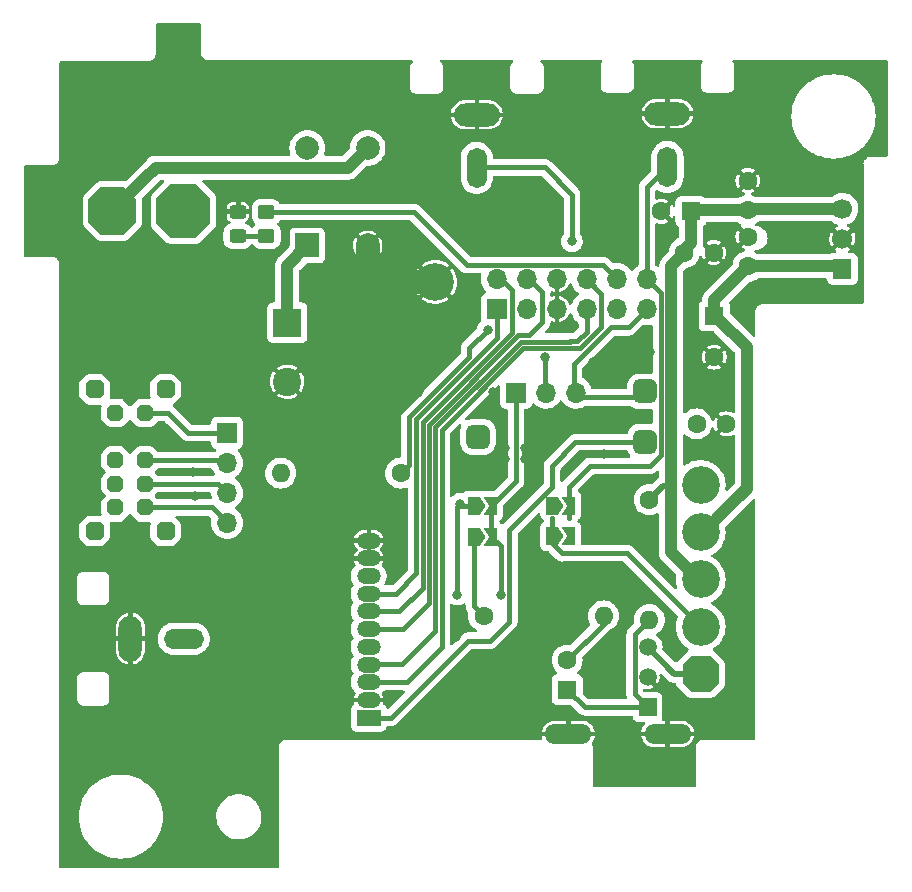
<source format=gtl>
%TF.GenerationSoftware,KiCad,Pcbnew,(6.0.1)*%
%TF.CreationDate,2022-03-11T03:58:47-07:00*%
%TF.ProjectId,Power PCB Ver C -  TH - RF is Video Only V2,506f7765-7220-4504-9342-205665722043,rev?*%
%TF.SameCoordinates,Original*%
%TF.FileFunction,Copper,L1,Top*%
%TF.FilePolarity,Positive*%
%FSLAX46Y46*%
G04 Gerber Fmt 4.6, Leading zero omitted, Abs format (unit mm)*
G04 Created by KiCad (PCBNEW (6.0.1)) date 2022-03-11 03:58:47*
%MOMM*%
%LPD*%
G01*
G04 APERTURE LIST*
G04 Aperture macros list*
%AMRoundRect*
0 Rectangle with rounded corners*
0 $1 Rounding radius*
0 $2 $3 $4 $5 $6 $7 $8 $9 X,Y pos of 4 corners*
0 Add a 4 corners polygon primitive as box body*
4,1,4,$2,$3,$4,$5,$6,$7,$8,$9,$2,$3,0*
0 Add four circle primitives for the rounded corners*
1,1,$1+$1,$2,$3*
1,1,$1+$1,$4,$5*
1,1,$1+$1,$6,$7*
1,1,$1+$1,$8,$9*
0 Add four rect primitives between the rounded corners*
20,1,$1+$1,$2,$3,$4,$5,0*
20,1,$1+$1,$4,$5,$6,$7,0*
20,1,$1+$1,$6,$7,$8,$9,0*
20,1,$1+$1,$8,$9,$2,$3,0*%
%AMOutline5P*
0 Free polygon, 5 corners , with rotation*
0 The origin of the aperture is its center*
0 number of corners: always 5*
0 $1 to $10 corner X, Y*
0 $11 Rotation angle, in degrees counterclockwise*
0 create outline with 5 corners*
4,1,5,$1,$2,$3,$4,$5,$6,$7,$8,$9,$10,$1,$2,$11*%
%AMOutline6P*
0 Free polygon, 6 corners , with rotation*
0 The origin of the aperture is its center*
0 number of corners: always 6*
0 $1 to $12 corner X, Y*
0 $13 Rotation angle, in degrees counterclockwise*
0 create outline with 6 corners*
4,1,6,$1,$2,$3,$4,$5,$6,$7,$8,$9,$10,$11,$12,$1,$2,$13*%
%AMOutline7P*
0 Free polygon, 7 corners , with rotation*
0 The origin of the aperture is its center*
0 number of corners: always 7*
0 $1 to $14 corner X, Y*
0 $15 Rotation angle, in degrees counterclockwise*
0 create outline with 7 corners*
4,1,7,$1,$2,$3,$4,$5,$6,$7,$8,$9,$10,$11,$12,$13,$14,$1,$2,$15*%
%AMOutline8P*
0 Free polygon, 8 corners , with rotation*
0 The origin of the aperture is its center*
0 number of corners: always 8*
0 $1 to $16 corner X, Y*
0 $17 Rotation angle, in degrees counterclockwise*
0 create outline with 8 corners*
4,1,8,$1,$2,$3,$4,$5,$6,$7,$8,$9,$10,$11,$12,$13,$14,$15,$16,$1,$2,$17*%
%AMFreePoly0*
4,1,6,1.000000,0.000000,0.500000,-0.750000,-0.500000,-0.750000,-0.500000,0.750000,0.500000,0.750000,1.000000,0.000000,1.000000,0.000000,$1*%
%AMFreePoly1*
4,1,6,0.500000,-0.750000,-0.650000,-0.750000,-0.150000,0.000000,-0.650000,0.750000,0.500000,0.750000,0.500000,-0.750000,0.500000,-0.750000,$1*%
G04 Aperture macros list end*
%TA.AperFunction,ComponentPad*%
%ADD10O,4.000000X1.700000*%
%TD*%
%TA.AperFunction,ComponentPad*%
%ADD11R,1.600000X1.600000*%
%TD*%
%TA.AperFunction,ComponentPad*%
%ADD12C,1.600000*%
%TD*%
%TA.AperFunction,ComponentPad*%
%ADD13R,1.599997X1.700000*%
%TD*%
%TA.AperFunction,ComponentPad*%
%ADD14C,1.700000*%
%TD*%
%TA.AperFunction,ComponentPad*%
%ADD15C,1.500000*%
%TD*%
%TA.AperFunction,ComponentPad*%
%ADD16R,1.500000X1.500000*%
%TD*%
%TA.AperFunction,ComponentPad*%
%ADD17R,2.400000X2.400000*%
%TD*%
%TA.AperFunction,ComponentPad*%
%ADD18C,2.400000*%
%TD*%
%TA.AperFunction,ComponentPad*%
%ADD19R,1.700000X1.700000*%
%TD*%
%TA.AperFunction,ComponentPad*%
%ADD20O,1.700000X1.700000*%
%TD*%
%TA.AperFunction,ComponentPad*%
%ADD21O,1.600000X1.600000*%
%TD*%
%TA.AperFunction,ComponentPad*%
%ADD22O,1.950000X3.900000*%
%TD*%
%TA.AperFunction,ComponentPad*%
%ADD23O,3.400000X1.700000*%
%TD*%
%TA.AperFunction,ComponentPad*%
%ADD24RoundRect,0.500000X-0.500000X-0.500000X0.500000X-0.500000X0.500000X0.500000X-0.500000X0.500000X0*%
%TD*%
%TA.AperFunction,ComponentPad*%
%ADD25Outline8P,-2.000000X1.000000X-1.000000X2.000000X1.000000X2.000000X2.000000X1.000000X2.000000X-1.000000X1.000000X-2.000000X-1.000000X-2.000000X-2.000000X-1.000000X0.000000*%
%TD*%
%TA.AperFunction,ComponentPad*%
%ADD26Outline8P,-2.250000X1.125000X-1.125000X2.250000X1.125000X2.250000X2.250000X1.125000X2.250000X-1.125000X1.125000X-2.250000X-1.125000X-2.250000X-2.250000X-1.125000X0.000000*%
%TD*%
%TA.AperFunction,SMDPad,CuDef*%
%ADD27FreePoly0,0.000000*%
%TD*%
%TA.AperFunction,SMDPad,CuDef*%
%ADD28FreePoly1,0.000000*%
%TD*%
%TA.AperFunction,ComponentPad*%
%ADD29R,2.000000X1.350000*%
%TD*%
%TA.AperFunction,ComponentPad*%
%ADD30O,2.000000X1.350000*%
%TD*%
%TA.AperFunction,SMDPad,CuDef*%
%ADD31RoundRect,0.250000X0.450000X-0.350000X0.450000X0.350000X-0.450000X0.350000X-0.450000X-0.350000X0*%
%TD*%
%TA.AperFunction,ComponentPad*%
%ADD32R,2.000000X2.000000*%
%TD*%
%TA.AperFunction,ComponentPad*%
%ADD33C,2.000000*%
%TD*%
%TA.AperFunction,ComponentPad*%
%ADD34O,3.900000X1.950000*%
%TD*%
%TA.AperFunction,ComponentPad*%
%ADD35O,1.700000X3.400000*%
%TD*%
%TA.AperFunction,ComponentPad*%
%ADD36C,3.200000*%
%TD*%
%TA.AperFunction,ComponentPad*%
%ADD37Outline8P,-1.550000X0.775000X-0.775000X1.550000X0.775000X1.550000X1.550000X0.775000X1.550000X-0.775000X0.775000X-1.550000X-0.775000X-1.550000X-1.550000X-0.775000X90.000000*%
%TD*%
%TA.AperFunction,ComponentPad*%
%ADD38Outline8P,-0.700000X0.350000X-0.350000X0.700000X0.350000X0.700000X0.700000X0.350000X0.700000X-0.350000X0.350000X-0.700000X-0.350000X-0.700000X-0.700000X-0.350000X270.000000*%
%TD*%
%TA.AperFunction,ComponentPad*%
%ADD39Outline8P,-0.800000X0.400000X-0.400000X0.800000X0.400000X0.800000X0.800000X0.400000X0.800000X-0.400000X0.400000X-0.800000X-0.400000X-0.800000X-0.800000X-0.400000X270.000000*%
%TD*%
%TA.AperFunction,ComponentPad*%
%ADD40Outline8P,-0.800000X0.400000X-0.400000X0.800000X0.400000X0.800000X0.800000X0.400000X0.800000X-0.400000X0.400000X-0.800000X-0.400000X-0.800000X-0.800000X-0.400000X90.000000*%
%TD*%
%TA.AperFunction,SMDPad,CuDef*%
%ADD41RoundRect,0.250000X-0.450000X0.325000X-0.450000X-0.325000X0.450000X-0.325000X0.450000X0.325000X0*%
%TD*%
%TA.AperFunction,ViaPad*%
%ADD42C,0.800000*%
%TD*%
%TA.AperFunction,Conductor*%
%ADD43C,0.381000*%
%TD*%
%TA.AperFunction,Conductor*%
%ADD44C,1.016000*%
%TD*%
%TA.AperFunction,Conductor*%
%ADD45C,1.100000*%
%TD*%
%TA.AperFunction,Conductor*%
%ADD46C,0.508000*%
%TD*%
%TA.AperFunction,Conductor*%
%ADD47C,2.000000*%
%TD*%
G04 APERTURE END LIST*
D10*
%TO.P,J13,1,Pin_1*%
%TO.N,GND*%
X166426100Y-129393600D03*
%TD*%
%TO.P,J13,1,Pin_1*%
%TO.N,GND*%
X158026100Y-129393600D03*
%TD*%
D11*
%TO.P,C3,1,A*%
%TO.N,PS2*%
X170376100Y-93990949D03*
D12*
%TO.P,C3,2,K*%
%TO.N,GND*%
X170376100Y-97490949D03*
%TD*%
D13*
%TO.P,U1,1,VIN*%
%TO.N,PS2*%
X181226100Y-90033600D03*
D14*
%TO.P,U1,2,GND*%
%TO.N,GND*%
X181226100Y-87493600D03*
%TO.P,U1,3,VOUT*%
%TO.N,+5V*%
X181226100Y-84953600D03*
%TD*%
D15*
%TO.P,Q1,3,B*%
%TO.N,Net-(J2-Pad1)*%
X164736100Y-122053600D03*
%TO.P,Q1,2,C*%
%TO.N,GND*%
X164736100Y-124593600D03*
D16*
%TO.P,Q1,1,E*%
%TO.N,Net-(C8-Pad1)*%
X164736100Y-127133600D03*
%TD*%
D17*
%TO.P,C1,1,A*%
%TO.N,PS1*%
X134226100Y-94569641D03*
D18*
%TO.P,C1,2,K*%
%TO.N,GND*%
X134226100Y-99569641D03*
%TD*%
D11*
%TO.P,C7,1,A*%
%TO.N,+5V*%
X168401100Y-85143600D03*
D12*
%TO.P,C7,2,K*%
%TO.N,GND*%
X165901100Y-85143600D03*
%TD*%
D19*
%TO.P,J16,1,Pin_1*%
%TO.N,RCA_RF*%
X153586100Y-100493600D03*
D20*
%TO.P,J16,2,Pin_2*%
%TO.N,RCA_V*%
X156126100Y-100493600D03*
%TO.P,J16,3,Pin_3*%
%TO.N,Audio_L*%
X158666100Y-100493600D03*
%TD*%
D12*
%TO.P,R2,1*%
%TO.N,+5V*%
X164876100Y-109563600D03*
D21*
%TO.P,R2,2*%
%TO.N,Net-(C8-Pad1)*%
X164876100Y-119723600D03*
%TD*%
D22*
%TO.P,J19,1,Tip*%
%TO.N,GND*%
X120952100Y-121327600D03*
D23*
%TO.P,J19,2,Sleeve*%
%TO.N,RCA_RF*%
X125452100Y-121327600D03*
%TD*%
D24*
%TO.P,J12,1,Pin_1*%
%TO.N,Net-(J12-Pad1)*%
X150376100Y-104243600D03*
%TD*%
%TO.P,J10,1,Pin_1*%
%TO.N,Net-(J10-Pad1)*%
X164526100Y-104643600D03*
%TD*%
D19*
%TO.P,J6,1,Red*%
%TO.N,Red*%
X151976100Y-93418600D03*
D20*
%TO.P,J6,2,Green*%
%TO.N,Green*%
X151976100Y-90878600D03*
%TO.P,J6,3,C-Sync/+12V*%
%TO.N,CSync*%
X154516100Y-93418600D03*
%TO.P,J6,4,Blue*%
%TO.N,Blue*%
X154516100Y-90878600D03*
%TO.P,J6,5,GND*%
%TO.N,GND*%
X157056100Y-93418600D03*
%TO.P,J6,6,GND*%
X157056100Y-90878600D03*
%TO.P,J6,7,Luma_(S-Video)*%
%TO.N,Luma*%
X159596100Y-93418600D03*
%TO.P,J6,8,Chroma_(S-Video)*%
%TO.N,Chroma*%
X159596100Y-90878600D03*
%TO.P,J6,9,Composite_Video*%
%TO.N,RCA_RF*%
X162136100Y-93418600D03*
%TO.P,J6,10,+5V*%
%TO.N,+5V*%
X162136100Y-90878600D03*
%TO.P,J6,11,Left_Audio*%
%TO.N,Audio_L*%
X164676100Y-93418600D03*
%TO.P,J6,12,Right_Audio*%
%TO.N,Audio_R*%
X164676100Y-90878600D03*
%TD*%
D25*
%TO.P,J1,2,2*%
%TO.N,Net-(D1-Pad3)*%
X119426100Y-85113598D03*
D26*
%TO.P,J1,1,1*%
%TO.N,Net-(D1-Pad4)*%
X125426102Y-85113598D03*
%TD*%
D27*
%TO.P,RJV-EXT1,1,1*%
%TO.N,Net-(J12-Pad1)*%
X150029850Y-110078600D03*
D28*
%TO.P,RJV-EXT1,2,2*%
%TO.N,RCA_RF*%
X151479850Y-110078600D03*
%TD*%
D19*
%TO.P,J4,1,1*%
%TO.N,Net-(J4-Pad1)*%
X129126100Y-103893600D03*
D20*
%TO.P,J4,2,2*%
%TO.N,Net-(J4-Pad2)*%
X129126100Y-106433600D03*
%TO.P,J4,3,3*%
%TO.N,Net-(J4-Pad3)*%
X129126100Y-108973600D03*
%TO.P,J4,4,4*%
%TO.N,Net-(J4-Pad4)*%
X129126100Y-111513600D03*
%TD*%
D24*
%TO.P,J11,1,Pin_1*%
%TO.N,Audio_L*%
X164526100Y-100393600D03*
%TD*%
D29*
%TO.P,J3,1,Audio*%
%TO.N,Net-(J10-Pad1)*%
X141126100Y-128018600D03*
D30*
%TO.P,J3,2,GND*%
%TO.N,GND*%
X141126100Y-126518600D03*
%TO.P,J3,3,Chroma*%
%TO.N,Chroma*%
X141126100Y-125018600D03*
%TO.P,J3,4,Luma*%
%TO.N,Luma*%
X141126100Y-123518600D03*
%TO.P,J3,5,Composite*%
%TO.N,Net-(J12-Pad1)*%
X141126100Y-122018600D03*
%TO.P,J3,6,Blue*%
%TO.N,Blue*%
X141126100Y-120518600D03*
%TO.P,J3,7,Green*%
%TO.N,Green*%
X141126100Y-119018600D03*
%TO.P,J3,8,Red*%
%TO.N,Red*%
X141126100Y-117518600D03*
%TO.P,J3,9,CSync*%
%TO.N,Net-(J3-Pad9)*%
X141126100Y-116018600D03*
%TO.P,J3,10,GND*%
%TO.N,GND*%
X141126100Y-114518600D03*
%TO.P,J3,11,GND*%
X141126100Y-113018600D03*
%TD*%
D31*
%TO.P,R5,1*%
%TO.N,Net-(D3-Pad2)*%
X132456100Y-87203600D03*
%TO.P,R5,2*%
%TO.N,+5V*%
X132456100Y-85203600D03*
%TD*%
D11*
%TO.P,C8,1*%
%TO.N,Net-(C8-Pad1)*%
X157926100Y-125643600D03*
D12*
%TO.P,C8,2*%
%TO.N,Net-(C8-Pad2)*%
X157926100Y-123143600D03*
%TD*%
%TO.P,R6,1,1*%
%TO.N,CSync*%
X143836100Y-107303600D03*
D21*
%TO.P,R6,2,2*%
%TO.N,Net-(J3-Pad9)*%
X133676100Y-107303600D03*
%TD*%
D32*
%TO.P,D1,1,V+*%
%TO.N,PS1*%
X135926100Y-88036100D03*
D33*
%TO.P,D1,2,V-*%
%TO.N,GND*%
X141026100Y-88036100D03*
%TO.P,D1,3,AC*%
%TO.N,Net-(D1-Pad3)*%
X141026100Y-79786100D03*
%TO.P,D1,4,AC*%
%TO.N,Net-(D1-Pad4)*%
X135926100Y-79786100D03*
%TD*%
D34*
%TO.P,J17,1,Tip*%
%TO.N,GND*%
X166418100Y-76877600D03*
D35*
%TO.P,J17,2,Sleeve*%
%TO.N,Audio_R*%
X166418100Y-81377600D03*
%TD*%
D12*
%TO.P,C5,1,1*%
%TO.N,GND*%
X173226100Y-82543600D03*
%TO.P,C5,2,2*%
%TO.N,+5V*%
X173226100Y-85043600D03*
%TD*%
D36*
%TO.P,J2,*%
%TO.N,*%
X169226100Y-116313600D03*
X169226100Y-108313600D03*
X169226100Y-120313600D03*
X169226100Y-112313597D03*
D37*
X169226100Y-124313600D03*
%TD*%
D27*
%TO.P,RJA-EXT1,1,1*%
%TO.N,Net-(J10-Pad1)*%
X156644850Y-110058600D03*
D28*
%TO.P,RJA-EXT1,2,2*%
%TO.N,Audio_R*%
X158094850Y-110058600D03*
%TD*%
D36*
%TO.P,GND,1*%
%TO.N,GND*%
X146756100Y-91113600D03*
%TD*%
D27*
%TO.P,RJA-INT1,1,1*%
%TO.N,Net-(J2-Pad2)*%
X156644850Y-112658600D03*
D28*
%TO.P,RJA-INT1,2,2*%
%TO.N,Audio_R*%
X158094850Y-112658600D03*
%TD*%
D12*
%TO.P,C2,2,2*%
%TO.N,unconnected-(C2-Pad2)*%
X168876100Y-103143600D03*
%TO.P,C2,1,1*%
%TO.N,GND*%
X171376100Y-103143600D03*
%TD*%
D34*
%TO.P,J18,1,Tip*%
%TO.N,GND*%
X150272100Y-76971600D03*
D35*
%TO.P,J18,2,Sleeve*%
%TO.N,RCA_V*%
X150272100Y-81471600D03*
%TD*%
D12*
%TO.P,C6,1,1*%
%TO.N,GND*%
X170326100Y-88643600D03*
%TO.P,C6,2,2*%
%TO.N,+5V*%
X167826100Y-88643600D03*
%TD*%
%TO.P,C4,1,1*%
%TO.N,GND*%
X173226100Y-87293600D03*
%TO.P,C4,2,2*%
%TO.N,PS2*%
X173226100Y-89793600D03*
%TD*%
D27*
%TO.P,RJV-INT1,1,1*%
%TO.N,Net-(R4-Pad1)*%
X150029850Y-112678600D03*
D28*
%TO.P,RJV-INT1,2,2*%
%TO.N,RCA_RF*%
X151479850Y-112678600D03*
%TD*%
D21*
%TO.P,R4,2*%
%TO.N,Net-(C8-Pad2)*%
X161006100Y-119393600D03*
D12*
%TO.P,R4,1*%
%TO.N,Net-(R4-Pad1)*%
X150846100Y-119393600D03*
%TD*%
D38*
%TO.P,SW1,*%
%TO.N,*%
X122176100Y-102213600D03*
X119676100Y-106213600D03*
X119676100Y-108213600D03*
X119676100Y-110213600D03*
X122176100Y-106213600D03*
X122176100Y-108213600D03*
X122176100Y-110213600D03*
%TO.P,SW1,1,1*%
%TO.N,unconnected-(SW1-Pad1)*%
X119676100Y-102213600D03*
D39*
%TO.P,SW1,MH*%
%TO.N,N/C*%
X117926100Y-100213600D03*
D40*
X117926100Y-112213600D03*
X123926100Y-112213600D03*
D39*
X123926100Y-100213600D03*
%TD*%
D41*
%TO.P,D3,1,K*%
%TO.N,GND*%
X130036100Y-85178600D03*
%TO.P,D3,2,A*%
%TO.N,Net-(D3-Pad2)*%
X130036100Y-87228600D03*
%TD*%
D42*
%TO.N,GND*%
X161026100Y-105693600D03*
X160126100Y-111393600D03*
%TO.N,Net-(J12-Pad1)*%
X148626100Y-117593600D03*
%TO.N,RCA_RF*%
X152286100Y-117593600D03*
%TO.N,GND*%
X146726100Y-127293600D03*
X148526100Y-125493600D03*
X148526100Y-121193600D03*
X141876100Y-105143600D03*
X142876100Y-105143600D03*
X144461100Y-100978600D03*
X154376100Y-106143600D03*
X154376100Y-105143600D03*
X152626100Y-106143600D03*
X152626100Y-105143600D03*
X141126100Y-90993600D03*
X130026100Y-83693600D03*
%TO.N,Net-(J12-Pad1)*%
X148876100Y-109893600D03*
%TO.N,GND*%
X143056100Y-113023600D03*
X162354100Y-96943600D03*
X148892100Y-94911600D03*
X160146100Y-97933600D03*
X144626100Y-99393600D03*
X143136100Y-114513600D03*
X151646100Y-100443600D03*
X141926100Y-104193600D03*
X142946100Y-126143600D03*
X164926100Y-97093600D03*
X173056100Y-122193600D03*
X126286100Y-107213600D03*
X143726100Y-100293600D03*
X142826100Y-104193600D03*
X126386100Y-109253600D03*
X154734100Y-115297600D03*
X145206100Y-100233600D03*
%TO.N,CSync*%
X151186100Y-95173600D03*
%TO.N,RCA_V*%
X158328698Y-87685580D03*
X156026100Y-97518600D03*
%TD*%
D43*
%TO.N,Net-(J2-Pad2)*%
X156644850Y-113212350D02*
X156644850Y-111068600D01*
X157526100Y-114093600D02*
X156644850Y-113212350D01*
X163006102Y-114093600D02*
X157526100Y-114093600D01*
X167416101Y-118503599D02*
X163006102Y-114093600D01*
X169226100Y-120313600D02*
X167416101Y-118503599D01*
%TO.N,CSync*%
X149618440Y-97445940D02*
X144528995Y-102535384D01*
X149618440Y-96741260D02*
X149618440Y-97445940D01*
X143836100Y-107303600D02*
X144528995Y-106610705D01*
X151186100Y-95173600D02*
X149618440Y-96741260D01*
X144528995Y-106610705D02*
X144528995Y-102896495D01*
X144528995Y-102535384D02*
X144528995Y-102896495D01*
%TO.N,+5V*%
X144936100Y-85203600D02*
X149426100Y-89693600D01*
X132456100Y-85203600D02*
X144936100Y-85203600D01*
X149426100Y-89693600D02*
X149431111Y-89688589D01*
X149431111Y-89688589D02*
X160946089Y-89688589D01*
X160946089Y-89688589D02*
X162136100Y-90878600D01*
%TO.N,Audio_L*%
X158516100Y-100343600D02*
X158666100Y-100493600D01*
X158516100Y-98044577D02*
X158516100Y-100343600D01*
X161597077Y-94963600D02*
X158516100Y-98044577D01*
X163131100Y-94963600D02*
X161597077Y-94963600D01*
X164676100Y-93418600D02*
X163131100Y-94963600D01*
%TO.N,Net-(J12-Pad1)*%
X148626100Y-110143600D02*
X148876100Y-109893600D01*
X148626100Y-117593600D02*
X148626100Y-110143600D01*
%TO.N,RCA_RF*%
X152286100Y-113484850D02*
X151479850Y-112678600D01*
X152286100Y-117593600D02*
X152286100Y-113484850D01*
%TO.N,Net-(R4-Pad1)*%
X150029850Y-118577350D02*
X150029850Y-112678600D01*
X150846100Y-119393600D02*
X150029850Y-118577350D01*
%TO.N,Net-(C8-Pad2)*%
X161006100Y-120063600D02*
X161006100Y-119393600D01*
X157926100Y-123143600D02*
X161006100Y-120063600D01*
%TO.N,Net-(C8-Pad1)*%
X163646080Y-126043580D02*
X164736100Y-127133600D01*
X163646080Y-120953620D02*
X163646080Y-126043580D01*
X164876100Y-119723600D02*
X163646080Y-120953620D01*
X159416100Y-127133600D02*
X157926100Y-125643600D01*
X164736100Y-127133600D02*
X159416100Y-127133600D01*
%TO.N,Net-(R4-Pad1)*%
X150029850Y-112678600D02*
X150029850Y-118489850D01*
%TO.N,Net-(J10-Pad1)*%
X158626100Y-104693600D02*
X164826100Y-104693600D01*
X156644850Y-106674850D02*
X158626100Y-104693600D01*
X153026100Y-112087350D02*
X156644850Y-108468600D01*
X153026100Y-119893600D02*
X153026100Y-112087350D01*
X151426100Y-121493600D02*
X153026100Y-119893600D01*
X149551100Y-121493600D02*
X151426100Y-121493600D01*
X143031100Y-128013600D02*
X149551100Y-121493600D01*
X156644850Y-108468600D02*
X156644850Y-106674850D01*
X141126100Y-128013600D02*
X143031100Y-128013600D01*
%TO.N,Net-(J4-Pad1)*%
X125016101Y-103103599D02*
X125806102Y-103893600D01*
X125016101Y-103103599D02*
X125356102Y-103443600D01*
X125806102Y-103893600D02*
X129126100Y-103893600D01*
X124731101Y-102818599D02*
X125016101Y-103103599D01*
%TO.N,Net-(J4-Pad4)*%
X127826100Y-110213600D02*
X129126100Y-111513600D01*
X127506100Y-110213600D02*
X127826100Y-110213600D01*
X122176100Y-110213600D02*
X127506100Y-110213600D01*
%TO.N,Net-(J4-Pad3)*%
X127206100Y-108213600D02*
X128366100Y-108213600D01*
X123816100Y-108213600D02*
X127206100Y-108213600D01*
X128366100Y-108213600D02*
X129126100Y-108973600D01*
D44*
%TO.N,PS2*%
X173126100Y-108613598D02*
X171736099Y-110003599D01*
X173126100Y-96643600D02*
X173126100Y-108613598D01*
X170376100Y-94143600D02*
X170626100Y-94143600D01*
X169226100Y-112513597D02*
X171736099Y-110003599D01*
X170626100Y-94143600D02*
X173126100Y-96643600D01*
X171736099Y-110003599D02*
X173072900Y-108666798D01*
X180986100Y-89793600D02*
X181226100Y-90033600D01*
X173226100Y-89793600D02*
X180986100Y-89793600D01*
X173226100Y-89793600D02*
X170376100Y-92643600D01*
X170376100Y-92643600D02*
X170376100Y-94143600D01*
X175276100Y-89793600D02*
X173226100Y-89793600D01*
D45*
%TO.N,GND*%
X142876100Y-102563600D02*
X144461100Y-100978600D01*
X142876100Y-105143600D02*
X142876100Y-102563600D01*
X142826100Y-102613600D02*
X144461100Y-100978600D01*
X142826100Y-104193600D02*
X142826100Y-102613600D01*
X142876100Y-104243600D02*
X142826100Y-104193600D01*
X142876100Y-105143600D02*
X142876100Y-104243600D01*
X141876100Y-104243600D02*
X141926100Y-104193600D01*
X141876100Y-105143600D02*
X141876100Y-104243600D01*
X142876100Y-105143600D02*
X141876100Y-105143600D01*
D46*
X154376100Y-106143600D02*
X154376100Y-105143600D01*
X151646100Y-101703600D02*
X151646100Y-100443600D01*
X152626100Y-106143600D02*
X152626100Y-102683600D01*
X152626100Y-102683600D02*
X151646100Y-101703600D01*
D44*
%TO.N,+5V*%
X168401100Y-87818600D02*
X167826100Y-88393600D01*
X168401100Y-84893600D02*
X168401100Y-87818600D01*
X168551100Y-85043600D02*
X168401100Y-84893600D01*
X173226100Y-85043600D02*
X168551100Y-85043600D01*
X166714131Y-103905569D02*
X166714131Y-89805569D01*
X166714131Y-103905569D02*
X166714131Y-114001629D01*
X166714131Y-89805569D02*
X167826100Y-88693600D01*
X166714131Y-102205569D02*
X166714131Y-103905569D01*
D46*
%TO.N,Net-(J2-Pad1)*%
X169000000Y-124293600D02*
X166976100Y-124293600D01*
X166976100Y-124293600D02*
X164736100Y-122053600D01*
D47*
%TO.N,GND*%
X141026100Y-90893600D02*
X141126100Y-90993600D01*
X141026100Y-88036100D02*
X141026100Y-90893600D01*
X141246100Y-91113600D02*
X141126100Y-90993600D01*
X146756100Y-91113600D02*
X141246100Y-91113600D01*
D44*
%TO.N,Net-(D1-Pad3)*%
X139368589Y-81443611D02*
X141026100Y-79786100D01*
X123096087Y-81443611D02*
X139368589Y-81443611D01*
X122186099Y-82353599D02*
X123096087Y-81443611D01*
X119426100Y-85113598D02*
X122186099Y-82353599D01*
D43*
%TO.N,GND*%
X130036100Y-83703600D02*
X130026100Y-83693600D01*
X130036100Y-85178600D02*
X130036100Y-83703600D01*
D46*
%TO.N,+5V*%
X162136100Y-90878600D02*
X162136100Y-90863528D01*
D43*
%TO.N,Net-(D3-Pad2)*%
X130036100Y-87228600D02*
X132431100Y-87228600D01*
X132431100Y-87228600D02*
X132456100Y-87203600D01*
D44*
%TO.N,PS1*%
X134226100Y-89736100D02*
X135926100Y-88036100D01*
X134226100Y-93693600D02*
X134226100Y-89736100D01*
%TO.N,PS2*%
X181186100Y-89993600D02*
X181226100Y-90033600D01*
%TO.N,+5V*%
X181226100Y-84953600D02*
X173316100Y-84953600D01*
X173316100Y-84953600D02*
X173226100Y-85043600D01*
%TO.N,PS2*%
X180966100Y-90293600D02*
X181226100Y-90033600D01*
D43*
%TO.N,Audio_R*%
X165866111Y-105753629D02*
X164926120Y-106693620D01*
X164676100Y-90878600D02*
X165866111Y-92068611D01*
X165866111Y-92068611D02*
X165866111Y-105753629D01*
X164926120Y-106693620D02*
X159869830Y-106693620D01*
D44*
%TO.N,+5V*%
X166714131Y-114001629D02*
X167566101Y-114853599D01*
X167566101Y-114853599D02*
X169226100Y-116513600D01*
D46*
X164876100Y-109563600D02*
X166036327Y-108403373D01*
X166036327Y-108403373D02*
X166235873Y-108403373D01*
D43*
%TO.N,RCA_V*%
X156026100Y-100393600D02*
X156126100Y-100493600D01*
X156026100Y-97518600D02*
X156026100Y-100393600D01*
X156126100Y-97618600D02*
X156026100Y-97518600D01*
%TO.N,Audio_L*%
X159066100Y-100893600D02*
X158666100Y-100493600D01*
X164876100Y-100893600D02*
X159066100Y-100893600D01*
%TO.N,RCA_RF*%
X151479850Y-109797738D02*
X151479850Y-110078600D01*
%TO.N,Net-(J12-Pad1)*%
X149061100Y-110078600D02*
X148876100Y-109893600D01*
X150029850Y-110078600D02*
X149061100Y-110078600D01*
%TO.N,RCA_RF*%
X153586100Y-107972350D02*
X153586100Y-100493600D01*
X151479850Y-110078600D02*
X153586100Y-107972350D01*
D45*
%TO.N,GND*%
X141926100Y-104193600D02*
X142826100Y-104193600D01*
X141876100Y-104143600D02*
X141926100Y-104193600D01*
X141876100Y-102143600D02*
X141876100Y-104143600D01*
X143726100Y-100293600D02*
X141876100Y-102143600D01*
D43*
%TO.N,RCA_RF*%
X151479850Y-110078600D02*
X151479850Y-112678600D01*
%TO.N,Net-(J4-Pad1)*%
X122176100Y-102213600D02*
X124126102Y-102213600D01*
X124731101Y-102818599D02*
X124126102Y-102213600D01*
%TO.N,Net-(J4-Pad2)*%
X122176100Y-106213600D02*
X129486100Y-106213600D01*
%TO.N,Net-(J4-Pad3)*%
X122176100Y-108213600D02*
X123816100Y-108213600D01*
%TO.N,GND*%
X161136100Y-96943600D02*
X160146100Y-97933600D01*
X165428100Y-76913600D02*
X166326100Y-76913600D01*
X162354100Y-96943600D02*
X161136100Y-96943600D01*
D45*
X145206100Y-100233600D02*
X145206100Y-99973600D01*
X143726100Y-100293600D02*
X144626100Y-99393600D01*
X145206100Y-100233600D02*
X144461100Y-100978600D01*
X142826100Y-101193600D02*
X143726100Y-100293600D01*
X143786100Y-100233600D02*
X143726100Y-100293600D01*
X145206100Y-100233600D02*
X143786100Y-100233600D01*
X142826100Y-104193600D02*
X142826100Y-101193600D01*
X145206100Y-99973600D02*
X144626100Y-99393600D01*
D46*
%TO.N,+5V*%
X162136100Y-90913597D02*
X162136100Y-90619600D01*
D43*
%TO.N,GND*%
X130061100Y-85203600D02*
X130036100Y-85178600D01*
%TO.N,Audio_R*%
X164676100Y-83119600D02*
X166418100Y-81377600D01*
X159869830Y-106693620D02*
X158094850Y-108468600D01*
X164676100Y-90878600D02*
X164676100Y-83119600D01*
X158094850Y-111068600D02*
X158094850Y-108468600D01*
D44*
%TO.N,PS1*%
X135976100Y-88086100D02*
X135926100Y-88036100D01*
D43*
%TO.N,Red*%
X141126100Y-117513600D02*
X143426100Y-117513600D01*
X145158300Y-102727058D02*
X151976100Y-95909259D01*
X143426100Y-117513600D02*
X145158300Y-115781398D01*
X145158300Y-115781398D02*
X145158300Y-102727058D01*
X151976100Y-95909259D02*
X151976100Y-93453597D01*
%TO.N,Green*%
X141126100Y-119018600D02*
X140395100Y-119018600D01*
X145691700Y-102947997D02*
X153226100Y-95413598D01*
X153226100Y-95413598D02*
X153226100Y-91813600D01*
X143726098Y-119013600D02*
X145691700Y-117047997D01*
X141126100Y-119013600D02*
X143726098Y-119013600D01*
X151976100Y-90913597D02*
X152326096Y-90913597D01*
X152326096Y-90913597D02*
X153226100Y-91813600D01*
X145691700Y-117047997D02*
X145691700Y-102947997D01*
%TO.N,Blue*%
X141126100Y-120513600D02*
X144026100Y-120513600D01*
X144026100Y-120513600D02*
X146225100Y-118314600D01*
X154516100Y-90913597D02*
X154726096Y-90913597D01*
X153784221Y-95646798D02*
X154692901Y-95646798D01*
X154726096Y-90913597D02*
X155801100Y-91988600D01*
X146225100Y-118314600D02*
X146225100Y-103205919D01*
X155801100Y-94538598D02*
X155801100Y-91988600D01*
X146225100Y-103205919D02*
X153784221Y-95646798D01*
X154692901Y-95646798D02*
X155801100Y-94538598D01*
%TO.N,Luma*%
X143926100Y-123513598D02*
X146758500Y-120681198D01*
X159596100Y-93453597D02*
X159596100Y-95322620D01*
X141126100Y-123513598D02*
X143926100Y-123513598D01*
X158785642Y-96133078D02*
X158159501Y-96133078D01*
X146758500Y-120681198D02*
X146758500Y-103426859D01*
X159596100Y-95322620D02*
X158785642Y-96133078D01*
X146758500Y-103426859D02*
X154005161Y-96180198D01*
X154005161Y-96180198D02*
X158159501Y-96180198D01*
%TO.N,Chroma*%
X147291900Y-122047799D02*
X147291900Y-103647798D01*
X147291900Y-103647798D02*
X154226100Y-96713598D01*
X160826100Y-94913600D02*
X160826100Y-92143597D01*
X159026100Y-96713598D02*
X160826100Y-94913600D01*
X144326100Y-125013600D02*
X147291900Y-122047799D01*
X141126100Y-125013600D02*
X144326100Y-125013600D01*
X159596100Y-90913597D02*
X160826100Y-92143597D01*
X154226100Y-96713598D02*
X159026100Y-96713598D01*
%TO.N,RCA_V*%
X150326100Y-81413600D02*
X156016100Y-81413600D01*
X156016100Y-81413600D02*
X158326100Y-83723600D01*
X158326100Y-83723600D02*
X158326100Y-87682982D01*
X158326100Y-87682982D02*
X158328698Y-87685580D01*
%TD*%
%TA.AperFunction,Conductor*%
%TO.N,GND*%
G36*
X126860221Y-69241602D02*
G01*
X126906714Y-69295258D01*
X126918100Y-69347600D01*
X126918100Y-71665495D01*
X126917022Y-71681941D01*
X126912854Y-71713600D01*
X126918100Y-71753447D01*
X126933750Y-71872320D01*
X126995013Y-72020223D01*
X127092470Y-72147230D01*
X127219477Y-72244687D01*
X127293429Y-72275319D01*
X127359750Y-72302790D01*
X127359753Y-72302791D01*
X127367380Y-72305950D01*
X127526100Y-72326846D01*
X127534288Y-72325768D01*
X127557759Y-72322678D01*
X127574205Y-72321600D01*
X144758909Y-72321600D01*
X144827030Y-72341602D01*
X144873523Y-72395258D01*
X144883627Y-72465532D01*
X144854133Y-72530112D01*
X144841166Y-72543045D01*
X144826161Y-72555974D01*
X144811153Y-72567079D01*
X144789469Y-72580760D01*
X144783527Y-72587488D01*
X144769919Y-72602896D01*
X144757727Y-72614940D01*
X144735353Y-72634219D01*
X144730474Y-72641747D01*
X144730471Y-72641750D01*
X144721404Y-72655739D01*
X144710114Y-72670613D01*
X144693144Y-72689828D01*
X144680590Y-72716566D01*
X144672276Y-72731535D01*
X144656207Y-72756327D01*
X144653635Y-72764927D01*
X144648861Y-72780890D01*
X144642199Y-72798336D01*
X144631301Y-72821548D01*
X144628935Y-72836744D01*
X144626758Y-72850728D01*
X144622974Y-72867449D01*
X144617086Y-72887136D01*
X144617085Y-72887139D01*
X144614513Y-72895741D01*
X144614458Y-72904716D01*
X144614458Y-72904717D01*
X144614303Y-72930146D01*
X144614270Y-72930928D01*
X144614100Y-72932023D01*
X144614100Y-72962898D01*
X144614098Y-72963668D01*
X144613624Y-73041252D01*
X144614008Y-73042596D01*
X144614100Y-73043941D01*
X144614100Y-74662898D01*
X144614098Y-74663668D01*
X144613624Y-74741252D01*
X144616090Y-74749881D01*
X144616091Y-74749886D01*
X144621739Y-74769648D01*
X144625317Y-74786409D01*
X144628230Y-74806752D01*
X144628233Y-74806762D01*
X144629505Y-74815645D01*
X144640121Y-74838995D01*
X144646564Y-74856507D01*
X144653612Y-74881165D01*
X144669374Y-74906148D01*
X144677504Y-74921214D01*
X144689733Y-74948110D01*
X144706474Y-74967539D01*
X144717579Y-74982547D01*
X144731260Y-75004231D01*
X144751569Y-75022167D01*
X144753396Y-75023781D01*
X144765441Y-75035974D01*
X144778250Y-75050839D01*
X144784719Y-75058347D01*
X144792247Y-75063226D01*
X144792250Y-75063229D01*
X144806239Y-75072296D01*
X144821113Y-75083586D01*
X144825243Y-75087233D01*
X144840328Y-75100556D01*
X144848454Y-75104371D01*
X144848455Y-75104372D01*
X144854121Y-75107032D01*
X144867066Y-75113110D01*
X144882035Y-75121424D01*
X144906827Y-75137493D01*
X144923750Y-75142554D01*
X144931390Y-75144839D01*
X144948836Y-75151501D01*
X144972048Y-75162399D01*
X145001230Y-75166943D01*
X145017949Y-75170726D01*
X145037636Y-75176614D01*
X145037639Y-75176615D01*
X145046241Y-75179187D01*
X145055216Y-75179242D01*
X145055217Y-75179242D01*
X145061910Y-75179283D01*
X145080656Y-75179397D01*
X145081428Y-75179430D01*
X145082523Y-75179600D01*
X145113398Y-75179600D01*
X145114168Y-75179602D01*
X145187816Y-75180052D01*
X145187817Y-75180052D01*
X145191752Y-75180076D01*
X145193096Y-75179692D01*
X145194441Y-75179600D01*
X146913398Y-75179600D01*
X146914169Y-75179602D01*
X146991752Y-75180076D01*
X147000381Y-75177610D01*
X147000386Y-75177609D01*
X147020148Y-75171961D01*
X147036909Y-75168383D01*
X147057252Y-75165470D01*
X147057262Y-75165467D01*
X147066145Y-75164195D01*
X147089495Y-75153579D01*
X147107007Y-75147136D01*
X147123037Y-75142554D01*
X147131665Y-75140088D01*
X147156648Y-75124326D01*
X147171714Y-75116196D01*
X147198610Y-75103967D01*
X147218039Y-75087226D01*
X147233047Y-75076121D01*
X147247139Y-75067230D01*
X147254731Y-75062440D01*
X147274282Y-75040303D01*
X147286474Y-75028259D01*
X147302049Y-75014839D01*
X147302050Y-75014837D01*
X147308847Y-75008981D01*
X147313726Y-75001453D01*
X147313729Y-75001450D01*
X147322796Y-74987461D01*
X147334086Y-74972587D01*
X147345112Y-74960102D01*
X147351056Y-74953372D01*
X147363610Y-74926634D01*
X147371924Y-74911665D01*
X147387993Y-74886873D01*
X147395339Y-74862309D01*
X147402001Y-74844864D01*
X147404763Y-74838981D01*
X147412899Y-74821652D01*
X147417443Y-74792470D01*
X147421226Y-74775751D01*
X147427114Y-74756064D01*
X147427115Y-74756061D01*
X147429687Y-74747459D01*
X147429897Y-74713044D01*
X147429930Y-74712272D01*
X147430100Y-74711177D01*
X147430100Y-74680302D01*
X147430102Y-74679532D01*
X147430552Y-74605884D01*
X147430552Y-74605883D01*
X147430576Y-74601948D01*
X147430192Y-74600604D01*
X147430100Y-74599259D01*
X147430100Y-72980302D01*
X147430102Y-72979532D01*
X147430521Y-72910922D01*
X147430576Y-72901948D01*
X147428110Y-72893319D01*
X147428109Y-72893314D01*
X147422461Y-72873552D01*
X147418883Y-72856791D01*
X147415970Y-72836448D01*
X147415967Y-72836438D01*
X147414695Y-72827555D01*
X147404079Y-72804205D01*
X147397636Y-72786693D01*
X147393054Y-72770663D01*
X147390588Y-72762035D01*
X147374826Y-72737052D01*
X147366696Y-72721986D01*
X147354467Y-72695090D01*
X147337726Y-72675661D01*
X147326621Y-72660653D01*
X147317730Y-72646561D01*
X147312940Y-72638969D01*
X147290803Y-72619418D01*
X147278759Y-72607226D01*
X147265339Y-72591651D01*
X147265337Y-72591650D01*
X147259481Y-72584853D01*
X147251953Y-72579974D01*
X147251950Y-72579971D01*
X147237961Y-72570904D01*
X147223087Y-72559614D01*
X147209484Y-72547600D01*
X147203873Y-72542645D01*
X147206215Y-72539993D01*
X147171231Y-72498795D01*
X147161830Y-72428424D01*
X147191966Y-72364141D01*
X147252073Y-72326355D01*
X147286362Y-72321600D01*
X153258909Y-72321600D01*
X153327030Y-72341602D01*
X153373523Y-72395258D01*
X153383627Y-72465532D01*
X153354133Y-72530112D01*
X153341166Y-72543045D01*
X153326161Y-72555974D01*
X153311153Y-72567079D01*
X153289469Y-72580760D01*
X153283527Y-72587488D01*
X153269919Y-72602896D01*
X153257727Y-72614940D01*
X153235353Y-72634219D01*
X153230474Y-72641747D01*
X153230471Y-72641750D01*
X153221404Y-72655739D01*
X153210114Y-72670613D01*
X153193144Y-72689828D01*
X153180590Y-72716566D01*
X153172276Y-72731535D01*
X153156207Y-72756327D01*
X153153635Y-72764927D01*
X153148861Y-72780890D01*
X153142199Y-72798336D01*
X153131301Y-72821548D01*
X153128935Y-72836744D01*
X153126758Y-72850728D01*
X153122974Y-72867449D01*
X153117086Y-72887136D01*
X153117085Y-72887139D01*
X153114513Y-72895741D01*
X153114458Y-72904716D01*
X153114458Y-72904717D01*
X153114303Y-72930146D01*
X153114270Y-72930928D01*
X153114100Y-72932023D01*
X153114100Y-72962898D01*
X153114098Y-72963668D01*
X153113624Y-73041252D01*
X153114008Y-73042596D01*
X153114100Y-73043941D01*
X153114100Y-74662898D01*
X153114098Y-74663668D01*
X153113624Y-74741252D01*
X153116090Y-74749881D01*
X153116091Y-74749886D01*
X153121739Y-74769648D01*
X153125317Y-74786409D01*
X153128230Y-74806752D01*
X153128233Y-74806762D01*
X153129505Y-74815645D01*
X153140121Y-74838995D01*
X153146564Y-74856507D01*
X153153612Y-74881165D01*
X153169374Y-74906148D01*
X153177504Y-74921214D01*
X153189733Y-74948110D01*
X153206474Y-74967539D01*
X153217579Y-74982547D01*
X153231260Y-75004231D01*
X153251569Y-75022167D01*
X153253396Y-75023781D01*
X153265441Y-75035974D01*
X153278250Y-75050839D01*
X153284719Y-75058347D01*
X153292247Y-75063226D01*
X153292250Y-75063229D01*
X153306239Y-75072296D01*
X153321113Y-75083586D01*
X153325243Y-75087233D01*
X153340328Y-75100556D01*
X153348454Y-75104371D01*
X153348455Y-75104372D01*
X153354121Y-75107032D01*
X153367066Y-75113110D01*
X153382035Y-75121424D01*
X153406827Y-75137493D01*
X153423750Y-75142554D01*
X153431390Y-75144839D01*
X153448836Y-75151501D01*
X153472048Y-75162399D01*
X153501230Y-75166943D01*
X153517949Y-75170726D01*
X153537636Y-75176614D01*
X153537639Y-75176615D01*
X153546241Y-75179187D01*
X153555216Y-75179242D01*
X153555217Y-75179242D01*
X153561910Y-75179283D01*
X153580656Y-75179397D01*
X153581428Y-75179430D01*
X153582523Y-75179600D01*
X153613398Y-75179600D01*
X153614168Y-75179602D01*
X153687816Y-75180052D01*
X153687817Y-75180052D01*
X153691752Y-75180076D01*
X153693096Y-75179692D01*
X153694441Y-75179600D01*
X155413398Y-75179600D01*
X155414169Y-75179602D01*
X155491752Y-75180076D01*
X155500381Y-75177610D01*
X155500386Y-75177609D01*
X155520148Y-75171961D01*
X155536909Y-75168383D01*
X155557252Y-75165470D01*
X155557262Y-75165467D01*
X155566145Y-75164195D01*
X155589495Y-75153579D01*
X155607007Y-75147136D01*
X155623037Y-75142554D01*
X155631665Y-75140088D01*
X155656648Y-75124326D01*
X155671714Y-75116196D01*
X155698610Y-75103967D01*
X155718039Y-75087226D01*
X155733047Y-75076121D01*
X155747139Y-75067230D01*
X155754731Y-75062440D01*
X155774282Y-75040303D01*
X155786474Y-75028259D01*
X155802049Y-75014839D01*
X155802050Y-75014837D01*
X155808847Y-75008981D01*
X155813726Y-75001453D01*
X155813729Y-75001450D01*
X155822796Y-74987461D01*
X155834086Y-74972587D01*
X155845112Y-74960102D01*
X155851056Y-74953372D01*
X155863610Y-74926634D01*
X155871924Y-74911665D01*
X155887993Y-74886873D01*
X155895339Y-74862309D01*
X155902001Y-74844864D01*
X155904763Y-74838981D01*
X155912899Y-74821652D01*
X155917443Y-74792470D01*
X155921226Y-74775751D01*
X155927114Y-74756064D01*
X155927115Y-74756061D01*
X155929687Y-74747459D01*
X155929897Y-74713044D01*
X155929930Y-74712272D01*
X155930100Y-74711177D01*
X155930100Y-74680302D01*
X155930102Y-74679532D01*
X155930552Y-74605884D01*
X155930552Y-74605883D01*
X155930576Y-74601948D01*
X155930192Y-74600604D01*
X155930100Y-74599259D01*
X155930100Y-72980302D01*
X155930102Y-72979532D01*
X155930521Y-72910922D01*
X155930576Y-72901948D01*
X155928110Y-72893319D01*
X155928109Y-72893314D01*
X155922461Y-72873552D01*
X155918883Y-72856791D01*
X155915970Y-72836448D01*
X155915967Y-72836438D01*
X155914695Y-72827555D01*
X155904079Y-72804205D01*
X155897636Y-72786693D01*
X155893054Y-72770663D01*
X155890588Y-72762035D01*
X155874826Y-72737052D01*
X155866696Y-72721986D01*
X155854467Y-72695090D01*
X155837726Y-72675661D01*
X155826621Y-72660653D01*
X155817730Y-72646561D01*
X155812940Y-72638969D01*
X155790803Y-72619418D01*
X155778759Y-72607226D01*
X155765339Y-72591651D01*
X155765337Y-72591650D01*
X155759481Y-72584853D01*
X155751953Y-72579974D01*
X155751950Y-72579971D01*
X155737961Y-72570904D01*
X155723087Y-72559614D01*
X155709484Y-72547600D01*
X155703873Y-72542645D01*
X155706215Y-72539993D01*
X155671231Y-72498795D01*
X155661830Y-72428424D01*
X155691966Y-72364141D01*
X155752073Y-72326355D01*
X155786362Y-72321600D01*
X160796633Y-72321600D01*
X160864754Y-72341602D01*
X160911247Y-72395258D01*
X160921351Y-72465532D01*
X160891581Y-72530431D01*
X160888155Y-72534358D01*
X160881353Y-72540219D01*
X160876472Y-72547749D01*
X160876468Y-72547754D01*
X160867404Y-72561739D01*
X160856114Y-72576613D01*
X160839144Y-72595828D01*
X160826590Y-72622566D01*
X160818276Y-72637535D01*
X160802207Y-72662327D01*
X160799635Y-72670927D01*
X160794861Y-72686890D01*
X160788199Y-72704336D01*
X160777301Y-72727548D01*
X160773993Y-72748797D01*
X160772758Y-72756728D01*
X160768974Y-72773449D01*
X160763086Y-72793136D01*
X160763085Y-72793139D01*
X160760513Y-72801741D01*
X160760458Y-72810716D01*
X160760458Y-72810717D01*
X160760303Y-72836146D01*
X160760270Y-72836928D01*
X160760100Y-72838023D01*
X160760100Y-72868898D01*
X160760098Y-72869668D01*
X160759729Y-72930146D01*
X160759624Y-72947252D01*
X160760008Y-72948596D01*
X160760100Y-72949941D01*
X160760100Y-74568898D01*
X160760098Y-74569668D01*
X160759624Y-74647252D01*
X160762090Y-74655881D01*
X160762091Y-74655886D01*
X160767739Y-74675648D01*
X160771317Y-74692409D01*
X160774230Y-74712752D01*
X160774233Y-74712762D01*
X160775505Y-74721645D01*
X160786121Y-74744995D01*
X160792564Y-74762507D01*
X160799612Y-74787165D01*
X160815374Y-74812148D01*
X160823504Y-74827214D01*
X160835733Y-74854110D01*
X160852474Y-74873539D01*
X160863579Y-74888547D01*
X160877260Y-74910231D01*
X160883988Y-74916173D01*
X160899396Y-74929781D01*
X160911440Y-74941973D01*
X160930719Y-74964347D01*
X160938247Y-74969226D01*
X160938250Y-74969229D01*
X160952239Y-74978296D01*
X160967113Y-74989586D01*
X160986328Y-75006556D01*
X160994454Y-75010371D01*
X160994455Y-75010372D01*
X161000121Y-75013032D01*
X161013066Y-75019110D01*
X161028035Y-75027424D01*
X161052827Y-75043493D01*
X161069750Y-75048554D01*
X161077390Y-75050839D01*
X161094836Y-75057501D01*
X161118048Y-75068399D01*
X161147230Y-75072943D01*
X161163949Y-75076726D01*
X161183636Y-75082614D01*
X161183639Y-75082615D01*
X161192241Y-75085187D01*
X161201216Y-75085242D01*
X161201217Y-75085242D01*
X161207910Y-75085283D01*
X161226656Y-75085397D01*
X161227428Y-75085430D01*
X161228523Y-75085600D01*
X161259398Y-75085600D01*
X161260168Y-75085602D01*
X161333816Y-75086052D01*
X161333817Y-75086052D01*
X161337752Y-75086076D01*
X161339096Y-75085692D01*
X161340441Y-75085600D01*
X163059398Y-75085600D01*
X163060169Y-75085602D01*
X163137752Y-75086076D01*
X163146381Y-75083610D01*
X163146386Y-75083609D01*
X163166148Y-75077961D01*
X163182909Y-75074383D01*
X163203252Y-75071470D01*
X163203262Y-75071467D01*
X163212145Y-75070195D01*
X163235495Y-75059579D01*
X163253007Y-75053136D01*
X163269037Y-75048554D01*
X163277665Y-75046088D01*
X163302648Y-75030326D01*
X163317714Y-75022196D01*
X163344610Y-75009967D01*
X163364039Y-74993226D01*
X163379047Y-74982121D01*
X163393139Y-74973230D01*
X163400731Y-74968440D01*
X163420282Y-74946303D01*
X163432474Y-74934259D01*
X163448049Y-74920839D01*
X163448050Y-74920837D01*
X163454847Y-74914981D01*
X163459726Y-74907453D01*
X163459729Y-74907450D01*
X163468796Y-74893461D01*
X163480086Y-74878587D01*
X163491112Y-74866102D01*
X163497056Y-74859372D01*
X163509610Y-74832634D01*
X163517924Y-74817665D01*
X163533993Y-74792873D01*
X163541339Y-74768309D01*
X163548001Y-74750864D01*
X163555083Y-74735779D01*
X163558899Y-74727652D01*
X163563443Y-74698470D01*
X163567226Y-74681751D01*
X163573114Y-74662064D01*
X163573115Y-74662061D01*
X163575687Y-74653459D01*
X163575897Y-74619044D01*
X163575930Y-74618272D01*
X163576100Y-74617177D01*
X163576100Y-74586302D01*
X163576102Y-74585532D01*
X163576552Y-74511884D01*
X163576552Y-74511883D01*
X163576576Y-74507948D01*
X163576192Y-74506604D01*
X163576100Y-74505259D01*
X163576100Y-72886302D01*
X163576102Y-72885532D01*
X163576521Y-72816922D01*
X163576576Y-72807948D01*
X163574110Y-72799319D01*
X163574109Y-72799314D01*
X163568461Y-72779552D01*
X163564883Y-72762791D01*
X163561970Y-72742448D01*
X163561967Y-72742438D01*
X163560695Y-72733555D01*
X163550079Y-72710205D01*
X163543636Y-72692693D01*
X163539054Y-72676663D01*
X163536588Y-72668035D01*
X163520826Y-72643052D01*
X163512696Y-72627986D01*
X163500467Y-72601090D01*
X163483726Y-72581661D01*
X163472621Y-72566653D01*
X163463730Y-72552561D01*
X163458940Y-72544969D01*
X163452211Y-72539026D01*
X163446394Y-72532191D01*
X163448367Y-72530511D01*
X163417805Y-72481949D01*
X163418479Y-72410956D01*
X163457428Y-72351597D01*
X163522286Y-72322718D01*
X163539033Y-72321600D01*
X169296633Y-72321600D01*
X169364754Y-72341602D01*
X169411247Y-72395258D01*
X169421351Y-72465532D01*
X169391581Y-72530431D01*
X169388155Y-72534358D01*
X169381353Y-72540219D01*
X169376472Y-72547749D01*
X169376468Y-72547754D01*
X169367404Y-72561739D01*
X169356114Y-72576613D01*
X169339144Y-72595828D01*
X169326590Y-72622566D01*
X169318276Y-72637535D01*
X169302207Y-72662327D01*
X169299635Y-72670927D01*
X169294861Y-72686890D01*
X169288199Y-72704336D01*
X169277301Y-72727548D01*
X169273993Y-72748797D01*
X169272758Y-72756728D01*
X169268974Y-72773449D01*
X169263086Y-72793136D01*
X169263085Y-72793139D01*
X169260513Y-72801741D01*
X169260458Y-72810716D01*
X169260458Y-72810717D01*
X169260303Y-72836146D01*
X169260270Y-72836928D01*
X169260100Y-72838023D01*
X169260100Y-72868898D01*
X169260098Y-72869668D01*
X169259729Y-72930146D01*
X169259624Y-72947252D01*
X169260008Y-72948596D01*
X169260100Y-72949941D01*
X169260100Y-74568898D01*
X169260098Y-74569668D01*
X169259624Y-74647252D01*
X169262090Y-74655881D01*
X169262091Y-74655886D01*
X169267739Y-74675648D01*
X169271317Y-74692409D01*
X169274230Y-74712752D01*
X169274233Y-74712762D01*
X169275505Y-74721645D01*
X169286121Y-74744995D01*
X169292564Y-74762507D01*
X169299612Y-74787165D01*
X169315374Y-74812148D01*
X169323504Y-74827214D01*
X169335733Y-74854110D01*
X169352474Y-74873539D01*
X169363579Y-74888547D01*
X169377260Y-74910231D01*
X169383988Y-74916173D01*
X169399396Y-74929781D01*
X169411440Y-74941973D01*
X169430719Y-74964347D01*
X169438247Y-74969226D01*
X169438250Y-74969229D01*
X169452239Y-74978296D01*
X169467113Y-74989586D01*
X169486328Y-75006556D01*
X169494454Y-75010371D01*
X169494455Y-75010372D01*
X169500121Y-75013032D01*
X169513066Y-75019110D01*
X169528035Y-75027424D01*
X169552827Y-75043493D01*
X169569750Y-75048554D01*
X169577390Y-75050839D01*
X169594836Y-75057501D01*
X169618048Y-75068399D01*
X169647230Y-75072943D01*
X169663949Y-75076726D01*
X169683636Y-75082614D01*
X169683639Y-75082615D01*
X169692241Y-75085187D01*
X169701216Y-75085242D01*
X169701217Y-75085242D01*
X169707910Y-75085283D01*
X169726656Y-75085397D01*
X169727428Y-75085430D01*
X169728523Y-75085600D01*
X169759398Y-75085600D01*
X169760168Y-75085602D01*
X169833816Y-75086052D01*
X169833817Y-75086052D01*
X169837752Y-75086076D01*
X169839096Y-75085692D01*
X169840441Y-75085600D01*
X171559398Y-75085600D01*
X171560169Y-75085602D01*
X171637752Y-75086076D01*
X171646381Y-75083610D01*
X171646386Y-75083609D01*
X171666148Y-75077961D01*
X171682909Y-75074383D01*
X171703252Y-75071470D01*
X171703262Y-75071467D01*
X171712145Y-75070195D01*
X171735495Y-75059579D01*
X171753007Y-75053136D01*
X171769037Y-75048554D01*
X171777665Y-75046088D01*
X171802648Y-75030326D01*
X171817714Y-75022196D01*
X171844610Y-75009967D01*
X171864039Y-74993226D01*
X171879047Y-74982121D01*
X171893139Y-74973230D01*
X171900731Y-74968440D01*
X171920282Y-74946303D01*
X171932474Y-74934259D01*
X171948049Y-74920839D01*
X171948050Y-74920837D01*
X171954847Y-74914981D01*
X171959726Y-74907453D01*
X171959729Y-74907450D01*
X171968796Y-74893461D01*
X171980086Y-74878587D01*
X171991112Y-74866102D01*
X171997056Y-74859372D01*
X172009610Y-74832634D01*
X172017924Y-74817665D01*
X172033993Y-74792873D01*
X172041339Y-74768309D01*
X172048001Y-74750864D01*
X172055083Y-74735779D01*
X172058899Y-74727652D01*
X172063443Y-74698470D01*
X172067226Y-74681751D01*
X172073114Y-74662064D01*
X172073115Y-74662061D01*
X172075687Y-74653459D01*
X172075897Y-74619044D01*
X172075930Y-74618272D01*
X172076100Y-74617177D01*
X172076100Y-74586302D01*
X172076102Y-74585532D01*
X172076552Y-74511884D01*
X172076552Y-74511883D01*
X172076576Y-74507948D01*
X172076192Y-74506604D01*
X172076100Y-74505259D01*
X172076100Y-72886302D01*
X172076102Y-72885532D01*
X172076521Y-72816922D01*
X172076576Y-72807948D01*
X172074110Y-72799319D01*
X172074109Y-72799314D01*
X172068461Y-72779552D01*
X172064883Y-72762791D01*
X172061970Y-72742448D01*
X172061967Y-72742438D01*
X172060695Y-72733555D01*
X172050079Y-72710205D01*
X172043636Y-72692693D01*
X172039054Y-72676663D01*
X172036588Y-72668035D01*
X172020826Y-72643052D01*
X172012696Y-72627986D01*
X172000467Y-72601090D01*
X171983726Y-72581661D01*
X171972621Y-72566653D01*
X171963730Y-72552561D01*
X171958940Y-72544969D01*
X171952211Y-72539026D01*
X171946394Y-72532191D01*
X171948367Y-72530511D01*
X171917805Y-72481949D01*
X171918479Y-72410956D01*
X171957428Y-72351597D01*
X172022286Y-72322718D01*
X172039033Y-72321600D01*
X184942100Y-72321600D01*
X185010221Y-72341602D01*
X185056714Y-72395258D01*
X185068100Y-72447600D01*
X185068100Y-80379600D01*
X185048098Y-80447721D01*
X184994442Y-80494214D01*
X184942100Y-80505600D01*
X183674205Y-80505600D01*
X183657759Y-80504522D01*
X183634288Y-80501432D01*
X183626100Y-80500354D01*
X183586253Y-80505600D01*
X183467380Y-80521250D01*
X183459753Y-80524409D01*
X183459750Y-80524410D01*
X183413482Y-80543575D01*
X183319477Y-80582513D01*
X183312926Y-80587540D01*
X183312924Y-80587541D01*
X183278964Y-80613600D01*
X183192470Y-80679970D01*
X183187444Y-80686520D01*
X183121607Y-80772320D01*
X183095013Y-80806977D01*
X183075492Y-80854106D01*
X183041354Y-80936523D01*
X183033750Y-80954880D01*
X183012854Y-81113600D01*
X183013932Y-81121788D01*
X183017022Y-81145259D01*
X183018100Y-81161705D01*
X183018100Y-92879600D01*
X182998098Y-92947721D01*
X182944442Y-92994214D01*
X182892100Y-93005600D01*
X174524205Y-93005600D01*
X174507759Y-93004522D01*
X174484288Y-93001432D01*
X174476100Y-93000354D01*
X174436253Y-93005600D01*
X174317380Y-93021250D01*
X174309753Y-93024409D01*
X174309750Y-93024410D01*
X174245537Y-93051008D01*
X174169477Y-93082513D01*
X174042470Y-93179970D01*
X174037444Y-93186520D01*
X173987256Y-93251926D01*
X173945013Y-93306977D01*
X173883750Y-93454880D01*
X173862854Y-93613600D01*
X173863932Y-93621788D01*
X173867022Y-93645259D01*
X173868100Y-93661705D01*
X173868100Y-95643862D01*
X173848098Y-95711983D01*
X173794442Y-95758476D01*
X173724168Y-95768580D01*
X173659588Y-95739086D01*
X173653005Y-95732957D01*
X171721505Y-93801457D01*
X171687479Y-93739145D01*
X171684600Y-93712362D01*
X171684600Y-93142815D01*
X171677845Y-93080633D01*
X171626715Y-92944244D01*
X171628501Y-92943574D01*
X171615727Y-92885181D01*
X171640459Y-92818631D01*
X171652321Y-92804927D01*
X173329615Y-91127633D01*
X173391927Y-91093607D01*
X173407727Y-91091208D01*
X173424372Y-91089752D01*
X173454187Y-91087143D01*
X173591848Y-91050257D01*
X173670033Y-91029307D01*
X173670035Y-91029306D01*
X173675343Y-91027884D01*
X173732321Y-91001315D01*
X173877862Y-90933449D01*
X173877867Y-90933446D01*
X173882849Y-90931123D01*
X174023144Y-90832887D01*
X174095415Y-90810100D01*
X179791838Y-90810100D01*
X179859959Y-90830102D01*
X179906452Y-90883758D01*
X179917602Y-90929073D01*
X179917602Y-90931734D01*
X179924357Y-90993916D01*
X179975487Y-91130305D01*
X180062841Y-91246861D01*
X180179397Y-91334215D01*
X180315786Y-91385345D01*
X180377968Y-91392100D01*
X182074232Y-91392100D01*
X182136414Y-91385345D01*
X182272803Y-91334215D01*
X182389359Y-91246861D01*
X182476713Y-91130305D01*
X182527843Y-90993916D01*
X182534598Y-90931734D01*
X182534598Y-89135466D01*
X182527843Y-89073284D01*
X182476713Y-88936895D01*
X182389359Y-88820339D01*
X182272803Y-88732985D01*
X182136414Y-88681855D01*
X182074232Y-88675100D01*
X181858818Y-88675100D01*
X181790697Y-88655098D01*
X181744204Y-88601442D01*
X181734100Y-88531168D01*
X181763594Y-88466588D01*
X181797252Y-88439166D01*
X181849048Y-88410159D01*
X181850782Y-88408967D01*
X181857533Y-88398916D01*
X181851360Y-88388268D01*
X181238912Y-87775820D01*
X181224968Y-87768206D01*
X181223135Y-87768337D01*
X181216520Y-87772588D01*
X180604414Y-88384694D01*
X180598218Y-88396040D01*
X180608100Y-88408530D01*
X180661686Y-88444335D01*
X180707214Y-88498812D01*
X180716061Y-88569255D01*
X180685420Y-88633299D01*
X180625018Y-88670611D01*
X180591684Y-88675100D01*
X180377968Y-88675100D01*
X180315786Y-88681855D01*
X180179397Y-88732985D01*
X180172212Y-88738370D01*
X180172210Y-88738371D01*
X180154124Y-88751926D01*
X180087617Y-88776774D01*
X180078559Y-88777100D01*
X174095415Y-88777100D01*
X174023144Y-88754313D01*
X174000376Y-88738371D01*
X173882849Y-88656077D01*
X173877861Y-88653751D01*
X173877858Y-88653749D01*
X173853294Y-88642295D01*
X173800008Y-88595378D01*
X173780547Y-88527101D01*
X173801088Y-88459141D01*
X173855111Y-88413075D01*
X173906543Y-88402100D01*
X173925869Y-88402100D01*
X173928925Y-88401800D01*
X173928932Y-88401800D01*
X173987673Y-88396040D01*
X174072933Y-88387680D01*
X174078834Y-88385898D01*
X174078836Y-88385898D01*
X174160043Y-88361380D01*
X174262269Y-88330516D01*
X174436896Y-88237666D01*
X174526799Y-88164343D01*
X174585387Y-88116560D01*
X174585391Y-88116556D01*
X174590162Y-88112665D01*
X174594091Y-88107916D01*
X174712301Y-87965025D01*
X174712303Y-87965021D01*
X174716230Y-87960275D01*
X174810298Y-87786301D01*
X174868782Y-87597368D01*
X174870241Y-87583488D01*
X174882133Y-87470343D01*
X180118128Y-87470343D01*
X180130642Y-87661276D01*
X180132443Y-87672646D01*
X180179543Y-87858102D01*
X180183384Y-87868948D01*
X180263494Y-88042720D01*
X180269245Y-88052681D01*
X180311943Y-88113099D01*
X180322532Y-88121487D01*
X180335834Y-88114458D01*
X180943880Y-87506412D01*
X180950258Y-87494732D01*
X181500706Y-87494732D01*
X181500837Y-87496565D01*
X181505088Y-87503180D01*
X182119605Y-88117697D01*
X182132913Y-88124964D01*
X182140644Y-88119479D01*
X182142653Y-88116556D01*
X182236156Y-87949594D01*
X182240830Y-87939097D01*
X182302338Y-87757902D01*
X182305026Y-87746706D01*
X182332778Y-87555299D01*
X182333408Y-87547918D01*
X182334733Y-87497304D01*
X182334490Y-87489905D01*
X182316793Y-87297307D01*
X182314695Y-87285986D01*
X182262758Y-87101831D01*
X182258633Y-87091084D01*
X182174002Y-86919468D01*
X182167993Y-86909664D01*
X182140978Y-86873486D01*
X182129719Y-86865037D01*
X182117299Y-86871809D01*
X181508320Y-87480788D01*
X181500706Y-87494732D01*
X180950258Y-87494732D01*
X180951494Y-87492468D01*
X180951363Y-87490635D01*
X180947112Y-87484020D01*
X180334000Y-86870908D01*
X180321160Y-86863897D01*
X180310468Y-86871694D01*
X180299817Y-86885205D01*
X180293552Y-86894854D01*
X180204460Y-87064189D01*
X180200051Y-87074832D01*
X180143313Y-87257559D01*
X180140919Y-87268821D01*
X180118429Y-87458841D01*
X180118128Y-87470343D01*
X174882133Y-87470343D01*
X174888811Y-87406804D01*
X174888811Y-87406802D01*
X174889455Y-87400675D01*
X174881189Y-87309844D01*
X174872089Y-87209851D01*
X174872088Y-87209848D01*
X174871530Y-87203712D01*
X174815690Y-87013981D01*
X174806019Y-86995481D01*
X174755199Y-86898274D01*
X174724060Y-86838710D01*
X174600132Y-86684575D01*
X174448626Y-86557446D01*
X174443228Y-86554479D01*
X174443223Y-86554475D01*
X174280708Y-86465133D01*
X174280709Y-86465133D01*
X174275313Y-86462167D01*
X174269446Y-86460306D01*
X174269444Y-86460305D01*
X174092664Y-86404227D01*
X174092663Y-86404227D01*
X174086794Y-86402365D01*
X173985472Y-86391000D01*
X173970041Y-86389269D01*
X173904574Y-86361798D01*
X173864352Y-86303294D01*
X173862145Y-86232332D01*
X173898653Y-86171441D01*
X173911815Y-86160841D01*
X174065889Y-86052957D01*
X174065892Y-86052955D01*
X174070400Y-86049798D01*
X174113193Y-86007005D01*
X174175505Y-85972979D01*
X174202288Y-85970100D01*
X180278129Y-85970100D01*
X180346250Y-85990102D01*
X180358613Y-85999155D01*
X180444226Y-86070232D01*
X180637100Y-86182938D01*
X180641925Y-86184780D01*
X180641926Y-86184781D01*
X180791220Y-86241791D01*
X180847723Y-86284779D01*
X180872016Y-86351490D01*
X180856386Y-86420745D01*
X180805795Y-86470555D01*
X180789883Y-86477713D01*
X180754192Y-86490880D01*
X180743817Y-86495829D01*
X180605099Y-86578358D01*
X180595501Y-86588691D01*
X180598987Y-86597079D01*
X181213288Y-87211380D01*
X181227232Y-87218994D01*
X181229065Y-87218863D01*
X181235680Y-87214612D01*
X181848542Y-86601750D01*
X181855302Y-86589370D01*
X181849272Y-86581315D01*
X181734339Y-86508797D01*
X181724088Y-86503573D01*
X181657691Y-86477084D01*
X181601832Y-86433263D01*
X181578531Y-86366199D01*
X181595187Y-86297184D01*
X181646511Y-86248130D01*
X181668174Y-86239368D01*
X181718526Y-86224262D01*
X181718532Y-86224260D01*
X181723484Y-86222774D01*
X181924094Y-86124496D01*
X182105960Y-85994773D01*
X182110648Y-85990102D01*
X182198456Y-85902600D01*
X182264196Y-85837089D01*
X182394553Y-85655677D01*
X182419555Y-85605090D01*
X182491236Y-85460053D01*
X182491237Y-85460051D01*
X182493530Y-85455411D01*
X182558470Y-85241669D01*
X182587629Y-85020190D01*
X182588454Y-84986429D01*
X182589174Y-84956965D01*
X182589174Y-84956961D01*
X182589256Y-84953600D01*
X182570952Y-84730961D01*
X182516531Y-84514302D01*
X182427454Y-84309440D01*
X182306114Y-84121877D01*
X182155770Y-83956651D01*
X182151719Y-83953452D01*
X182151715Y-83953448D01*
X181984514Y-83821400D01*
X181984510Y-83821398D01*
X181980459Y-83818198D01*
X181968578Y-83811639D01*
X181917620Y-83783509D01*
X181784889Y-83710238D01*
X181780020Y-83708514D01*
X181780016Y-83708512D01*
X181579187Y-83637395D01*
X181579183Y-83637394D01*
X181574312Y-83635669D01*
X181569219Y-83634762D01*
X181569216Y-83634761D01*
X181359473Y-83597400D01*
X181359467Y-83597399D01*
X181354384Y-83596494D01*
X181280552Y-83595592D01*
X181136181Y-83593828D01*
X181136179Y-83593828D01*
X181131011Y-83593765D01*
X180910191Y-83627555D01*
X180697856Y-83696957D01*
X180619555Y-83737718D01*
X180603206Y-83746229D01*
X180499707Y-83800107D01*
X180495574Y-83803210D01*
X180495571Y-83803212D01*
X180430473Y-83852089D01*
X180368832Y-83898371D01*
X180350866Y-83911860D01*
X180284381Y-83936766D01*
X180275213Y-83937100D01*
X173966882Y-83937100D01*
X173894612Y-83914314D01*
X173882849Y-83906077D01*
X173877867Y-83903754D01*
X173877862Y-83903751D01*
X173680325Y-83811639D01*
X173680324Y-83811639D01*
X173675343Y-83809316D01*
X173670035Y-83807894D01*
X173670033Y-83807893D01*
X173590794Y-83786661D01*
X173577806Y-83783181D01*
X173517183Y-83746229D01*
X173486162Y-83682369D01*
X173494590Y-83611874D01*
X173539793Y-83557127D01*
X173576533Y-83540115D01*
X173603171Y-83532678D01*
X173614594Y-83528247D01*
X173788092Y-83440607D01*
X173798453Y-83434031D01*
X173811501Y-83423837D01*
X173819970Y-83412024D01*
X173813433Y-83400341D01*
X173238912Y-82825820D01*
X173224968Y-82818206D01*
X173223135Y-82818337D01*
X173216520Y-82822588D01*
X172637145Y-83401963D01*
X172630385Y-83414343D01*
X172635294Y-83420901D01*
X172796710Y-83511113D01*
X172807950Y-83516024D01*
X172884046Y-83540749D01*
X172942652Y-83580822D01*
X172970289Y-83646219D01*
X172958182Y-83716176D01*
X172910176Y-83768482D01*
X172877722Y-83782288D01*
X172782175Y-83807890D01*
X172782164Y-83807894D01*
X172776857Y-83809316D01*
X172771876Y-83811639D01*
X172771875Y-83811639D01*
X172574338Y-83903751D01*
X172574333Y-83903754D01*
X172569351Y-83906077D01*
X172497124Y-83956651D01*
X172429056Y-84004313D01*
X172356785Y-84027100D01*
X169661513Y-84027100D01*
X169593392Y-84007098D01*
X169572418Y-83990195D01*
X169569742Y-83987519D01*
X169564361Y-83980339D01*
X169447805Y-83892985D01*
X169311416Y-83841855D01*
X169249234Y-83835100D01*
X167552966Y-83835100D01*
X167490784Y-83841855D01*
X167354395Y-83892985D01*
X167237839Y-83980339D01*
X167150485Y-84096895D01*
X167099355Y-84233284D01*
X167092600Y-84295466D01*
X167092600Y-84633953D01*
X167072598Y-84702074D01*
X167018942Y-84748567D01*
X166948668Y-84758671D01*
X166884088Y-84729177D01*
X166855349Y-84693106D01*
X166786142Y-84562947D01*
X166781580Y-84556080D01*
X166770385Y-84548405D01*
X166759410Y-84554698D01*
X166183320Y-85130788D01*
X166175706Y-85144732D01*
X166175837Y-85146565D01*
X166180088Y-85153180D01*
X166758968Y-85732060D01*
X166771348Y-85738820D01*
X166778082Y-85733779D01*
X166857044Y-85594781D01*
X166908083Y-85545430D01*
X166977701Y-85531508D01*
X167043795Y-85557434D01*
X167085380Y-85614977D01*
X167092600Y-85657018D01*
X167092600Y-85991734D01*
X167099355Y-86053916D01*
X167150485Y-86190305D01*
X167237839Y-86306861D01*
X167334166Y-86379054D01*
X167376680Y-86435912D01*
X167384600Y-86479879D01*
X167384600Y-87325434D01*
X167364598Y-87393555D01*
X167311850Y-87439629D01*
X167174338Y-87503751D01*
X167174333Y-87503754D01*
X167169351Y-87506077D01*
X167080478Y-87568307D01*
X166986311Y-87634243D01*
X166986308Y-87634245D01*
X166981800Y-87637402D01*
X166819902Y-87799300D01*
X166816745Y-87803808D01*
X166816743Y-87803811D01*
X166771136Y-87868945D01*
X166688577Y-87986851D01*
X166686254Y-87991833D01*
X166686251Y-87991838D01*
X166594139Y-88189375D01*
X166591816Y-88194357D01*
X166590394Y-88199665D01*
X166590393Y-88199667D01*
X166582331Y-88229754D01*
X166532557Y-88415513D01*
X166524672Y-88505647D01*
X166523699Y-88516765D01*
X166497836Y-88582883D01*
X166487273Y-88594879D01*
X166039398Y-89042754D01*
X166029256Y-89051855D01*
X165999482Y-89075794D01*
X165966944Y-89114571D01*
X165963780Y-89118198D01*
X165962085Y-89120067D01*
X165959891Y-89122261D01*
X165932319Y-89155827D01*
X165931657Y-89156624D01*
X165871345Y-89228502D01*
X165868758Y-89233208D01*
X165865349Y-89237358D01*
X165862441Y-89242782D01*
X165862434Y-89242792D01*
X165821070Y-89319937D01*
X165820441Y-89321097D01*
X165775310Y-89403190D01*
X165773686Y-89408310D01*
X165771148Y-89413043D01*
X165750271Y-89481329D01*
X165743779Y-89502562D01*
X165743387Y-89503821D01*
X165721203Y-89573753D01*
X165715033Y-89593204D01*
X165714434Y-89598542D01*
X165712864Y-89603678D01*
X165704548Y-89685552D01*
X165703394Y-89696910D01*
X165703253Y-89698228D01*
X165701705Y-89712023D01*
X165674231Y-89777488D01*
X165615726Y-89817708D01*
X165544763Y-89819912D01*
X165498399Y-89796854D01*
X165434519Y-89746404D01*
X165434513Y-89746400D01*
X165430459Y-89743198D01*
X165430418Y-89743175D01*
X165385704Y-89689961D01*
X165375100Y-89639366D01*
X165375100Y-86254405D01*
X165395102Y-86186284D01*
X165448758Y-86139791D01*
X165519032Y-86129687D01*
X165540036Y-86134572D01*
X165667815Y-86176090D01*
X165679789Y-86178723D01*
X165872808Y-86201739D01*
X165885057Y-86201996D01*
X166078869Y-86187083D01*
X166090949Y-86184952D01*
X166278161Y-86132681D01*
X166289594Y-86128247D01*
X166463092Y-86040607D01*
X166473453Y-86034031D01*
X166486501Y-86023837D01*
X166494970Y-86012024D01*
X166488433Y-86000341D01*
X165720787Y-85232695D01*
X165686761Y-85170383D01*
X165691826Y-85099568D01*
X165720787Y-85054505D01*
X166489496Y-84285796D01*
X166496738Y-84272534D01*
X166491334Y-84264938D01*
X166487915Y-84262632D01*
X166316938Y-84170185D01*
X166305631Y-84165433D01*
X166119949Y-84107954D01*
X166107936Y-84105488D01*
X165914622Y-84085170D01*
X165902354Y-84085085D01*
X165708783Y-84102701D01*
X165696734Y-84104999D01*
X165536675Y-84152107D01*
X165465678Y-84152152D01*
X165405928Y-84113806D01*
X165376394Y-84049244D01*
X165375100Y-84031233D01*
X165375100Y-83461325D01*
X165395102Y-83393204D01*
X165412005Y-83372230D01*
X165449643Y-83334592D01*
X165511955Y-83300566D01*
X165582770Y-83305631D01*
X165613951Y-83322598D01*
X165699642Y-83386354D01*
X165704393Y-83388770D01*
X165704397Y-83388772D01*
X165777600Y-83425990D01*
X165905151Y-83490840D01*
X165910245Y-83492422D01*
X165910248Y-83492423D01*
X166078881Y-83544785D01*
X166125327Y-83559207D01*
X166130616Y-83559908D01*
X166348589Y-83588798D01*
X166348594Y-83588798D01*
X166353874Y-83589498D01*
X166359203Y-83589298D01*
X166359205Y-83589298D01*
X166477949Y-83584840D01*
X166584258Y-83580849D01*
X166809891Y-83533507D01*
X166814850Y-83531549D01*
X166814852Y-83531548D01*
X167019356Y-83450785D01*
X167019358Y-83450784D01*
X167024321Y-83448824D01*
X167037863Y-83440607D01*
X167176376Y-83356555D01*
X167221417Y-83329223D01*
X167243724Y-83309866D01*
X167391512Y-83181623D01*
X167391514Y-83181621D01*
X167395545Y-83178123D01*
X167464649Y-83093845D01*
X167538340Y-83003973D01*
X167538344Y-83003967D01*
X167541724Y-82999845D01*
X167550360Y-82984675D01*
X167653132Y-82804129D01*
X167655775Y-82799486D01*
X167734437Y-82582775D01*
X167740985Y-82546565D01*
X167743084Y-82534957D01*
X172167619Y-82534957D01*
X172183883Y-82728649D01*
X172186097Y-82740708D01*
X172239676Y-82927559D01*
X172244192Y-82938964D01*
X172333036Y-83111837D01*
X172339686Y-83122155D01*
X172345433Y-83129407D01*
X172357426Y-83137877D01*
X172368871Y-83131421D01*
X172943880Y-82556412D01*
X172950258Y-82544732D01*
X173500706Y-82544732D01*
X173500837Y-82546565D01*
X173505088Y-82553180D01*
X174083968Y-83132060D01*
X174096348Y-83138820D01*
X174103082Y-83133779D01*
X174190589Y-82979738D01*
X174195583Y-82968522D01*
X174256934Y-82784094D01*
X174259654Y-82772123D01*
X174284344Y-82576675D01*
X174284836Y-82569648D01*
X174285151Y-82547123D01*
X174284856Y-82540094D01*
X174265631Y-82344019D01*
X174263248Y-82331984D01*
X174207068Y-82145908D01*
X174202394Y-82134567D01*
X174111140Y-81962943D01*
X174106580Y-81956080D01*
X174095385Y-81948405D01*
X174084410Y-81954698D01*
X173508320Y-82530788D01*
X173500706Y-82544732D01*
X172950258Y-82544732D01*
X172951494Y-82542468D01*
X172951363Y-82540635D01*
X172947112Y-82534020D01*
X172367823Y-81954731D01*
X172354439Y-81947422D01*
X172348857Y-81951363D01*
X172255610Y-82120981D01*
X172250782Y-82132245D01*
X172192006Y-82317531D01*
X172189458Y-82329520D01*
X172167790Y-82522688D01*
X172167619Y-82534957D01*
X167743084Y-82534957D01*
X167774723Y-82359992D01*
X167774724Y-82359985D01*
X167775461Y-82355908D01*
X167776600Y-82331756D01*
X167776600Y-81674638D01*
X172631380Y-81674638D01*
X172637755Y-81685847D01*
X173213288Y-82261380D01*
X173227232Y-82268994D01*
X173229065Y-82268863D01*
X173235680Y-82264612D01*
X173814496Y-81685796D01*
X173821738Y-81672534D01*
X173816334Y-81664938D01*
X173812915Y-81662632D01*
X173641938Y-81570185D01*
X173630631Y-81565433D01*
X173444949Y-81507954D01*
X173432936Y-81505488D01*
X173239622Y-81485170D01*
X173227354Y-81485085D01*
X173033783Y-81502701D01*
X173021734Y-81504999D01*
X172835263Y-81559881D01*
X172823895Y-81564474D01*
X172651636Y-81654529D01*
X172641375Y-81661243D01*
X172639848Y-81662471D01*
X172631380Y-81674638D01*
X167776600Y-81674638D01*
X167776600Y-80469710D01*
X167767882Y-80366960D01*
X167762471Y-80303191D01*
X167762470Y-80303187D01*
X167762020Y-80297880D01*
X167760682Y-80292725D01*
X167760681Y-80292719D01*
X167705443Y-80079897D01*
X167705442Y-80079893D01*
X167704101Y-80074728D01*
X167682883Y-80027624D01*
X167611607Y-79869398D01*
X167609412Y-79864525D01*
X167480659Y-79673281D01*
X167321524Y-79506465D01*
X167309658Y-79497636D01*
X167140840Y-79372032D01*
X167140841Y-79372032D01*
X167136558Y-79368846D01*
X167131807Y-79366430D01*
X167131803Y-79366428D01*
X166981465Y-79289993D01*
X166931049Y-79264360D01*
X166925955Y-79262778D01*
X166925952Y-79262777D01*
X166715971Y-79197576D01*
X166710873Y-79195993D01*
X166705584Y-79195292D01*
X166487611Y-79166402D01*
X166487606Y-79166402D01*
X166482326Y-79165702D01*
X166476997Y-79165902D01*
X166476995Y-79165902D01*
X166367134Y-79170026D01*
X166251942Y-79174351D01*
X166026309Y-79221693D01*
X166021350Y-79223651D01*
X166021348Y-79223652D01*
X165816844Y-79304415D01*
X165816842Y-79304416D01*
X165811879Y-79306376D01*
X165807320Y-79309143D01*
X165807317Y-79309144D01*
X165708932Y-79368846D01*
X165614783Y-79425977D01*
X165610753Y-79429474D01*
X165466877Y-79554323D01*
X165440655Y-79577077D01*
X165406584Y-79618630D01*
X165297860Y-79751227D01*
X165297856Y-79751233D01*
X165294476Y-79755355D01*
X165291837Y-79759991D01*
X165291835Y-79759994D01*
X165243318Y-79845227D01*
X165180425Y-79955714D01*
X165101763Y-80172425D01*
X165100814Y-80177674D01*
X165100813Y-80177677D01*
X165061477Y-80395208D01*
X165061476Y-80395215D01*
X165060739Y-80399292D01*
X165059600Y-80423444D01*
X165059600Y-81695375D01*
X165039598Y-81763496D01*
X165022695Y-81784470D01*
X164202062Y-82605103D01*
X164195797Y-82610956D01*
X164152826Y-82648442D01*
X164136363Y-82671867D01*
X164116606Y-82699978D01*
X164112673Y-82705274D01*
X164078494Y-82748863D01*
X164078492Y-82748866D01*
X164073808Y-82754840D01*
X164070682Y-82761764D01*
X164068844Y-82764799D01*
X164061600Y-82777498D01*
X164059912Y-82780646D01*
X164055544Y-82786861D01*
X164052784Y-82793940D01*
X164032667Y-82845539D01*
X164030122Y-82851595D01*
X164004187Y-82909035D01*
X164002802Y-82916508D01*
X164001731Y-82919926D01*
X163997746Y-82933915D01*
X163996849Y-82937407D01*
X163994088Y-82944489D01*
X163993096Y-82952022D01*
X163993096Y-82952023D01*
X163985867Y-83006930D01*
X163984835Y-83013443D01*
X163974739Y-83067918D01*
X163973355Y-83075387D01*
X163973792Y-83082967D01*
X163973792Y-83082968D01*
X163976891Y-83136712D01*
X163977100Y-83143965D01*
X163977100Y-89641581D01*
X163957098Y-89709702D01*
X163926753Y-89742341D01*
X163826374Y-89817708D01*
X163771065Y-89859235D01*
X163753244Y-89877884D01*
X163677768Y-89956865D01*
X163616729Y-90020738D01*
X163509301Y-90178221D01*
X163454393Y-90223221D01*
X163383868Y-90231392D01*
X163320121Y-90200138D01*
X163299424Y-90175654D01*
X163218922Y-90051217D01*
X163218920Y-90051214D01*
X163216114Y-90046877D01*
X163065770Y-89881651D01*
X163061719Y-89878452D01*
X163061715Y-89878448D01*
X162894514Y-89746400D01*
X162894510Y-89746398D01*
X162890459Y-89743198D01*
X162882250Y-89738666D01*
X162815356Y-89701739D01*
X162694889Y-89635238D01*
X162690020Y-89633514D01*
X162690016Y-89633512D01*
X162489187Y-89562395D01*
X162489183Y-89562394D01*
X162484312Y-89560669D01*
X162479219Y-89559762D01*
X162479216Y-89559761D01*
X162269473Y-89522400D01*
X162269467Y-89522399D01*
X162264384Y-89521494D01*
X162190552Y-89520592D01*
X162046181Y-89518828D01*
X162046179Y-89518828D01*
X162041011Y-89518765D01*
X161864507Y-89545774D01*
X161794146Y-89536306D01*
X161756354Y-89510319D01*
X161460584Y-89214549D01*
X161454730Y-89208283D01*
X161422241Y-89171040D01*
X161417247Y-89165315D01*
X161365711Y-89129095D01*
X161360415Y-89125162D01*
X161316826Y-89090983D01*
X161316823Y-89090981D01*
X161310849Y-89086297D01*
X161303925Y-89083171D01*
X161300890Y-89081333D01*
X161288191Y-89074089D01*
X161285043Y-89072401D01*
X161278828Y-89068033D01*
X161220139Y-89045151D01*
X161214094Y-89042611D01*
X161156654Y-89016676D01*
X161149181Y-89015291D01*
X161145763Y-89014220D01*
X161131774Y-89010235D01*
X161128282Y-89009338D01*
X161121200Y-89006577D01*
X161113667Y-89005585D01*
X161113666Y-89005585D01*
X161058759Y-88998356D01*
X161052246Y-88997324D01*
X160997771Y-88987228D01*
X160997769Y-88987228D01*
X160990302Y-88985844D01*
X160982722Y-88986281D01*
X160982721Y-88986281D01*
X160928977Y-88989380D01*
X160921724Y-88989589D01*
X149762814Y-88989589D01*
X149694693Y-88969587D01*
X149673719Y-88952684D01*
X145450597Y-84729562D01*
X145444743Y-84723296D01*
X145426230Y-84702074D01*
X145407258Y-84680326D01*
X145355722Y-84644106D01*
X145350426Y-84640173D01*
X145306837Y-84605994D01*
X145306834Y-84605992D01*
X145300860Y-84601308D01*
X145293936Y-84598182D01*
X145290901Y-84596344D01*
X145278202Y-84589100D01*
X145275054Y-84587412D01*
X145268839Y-84583044D01*
X145210150Y-84560162D01*
X145204105Y-84557622D01*
X145146665Y-84531687D01*
X145139192Y-84530302D01*
X145135774Y-84529231D01*
X145121785Y-84525246D01*
X145118293Y-84524349D01*
X145111211Y-84521588D01*
X145103678Y-84520596D01*
X145103677Y-84520596D01*
X145048770Y-84513367D01*
X145042257Y-84512335D01*
X144987782Y-84502239D01*
X144987780Y-84502239D01*
X144980313Y-84500855D01*
X144972733Y-84501292D01*
X144972732Y-84501292D01*
X144918988Y-84504391D01*
X144911735Y-84504600D01*
X133652348Y-84504600D01*
X133584227Y-84484598D01*
X133545204Y-84444903D01*
X133508432Y-84385480D01*
X133504578Y-84379252D01*
X133379403Y-84254295D01*
X133242952Y-84170185D01*
X133235068Y-84165325D01*
X133235066Y-84165324D01*
X133228838Y-84161485D01*
X133097906Y-84118057D01*
X133067489Y-84107968D01*
X133067487Y-84107968D01*
X133060961Y-84105803D01*
X133054125Y-84105103D01*
X133054122Y-84105102D01*
X133011069Y-84100691D01*
X132956500Y-84095100D01*
X131955700Y-84095100D01*
X131952454Y-84095437D01*
X131952450Y-84095437D01*
X131856792Y-84105362D01*
X131856788Y-84105363D01*
X131849934Y-84106074D01*
X131843398Y-84108255D01*
X131843396Y-84108255D01*
X131789558Y-84126217D01*
X131682154Y-84162050D01*
X131531752Y-84255122D01*
X131406795Y-84380297D01*
X131402955Y-84386527D01*
X131402954Y-84386528D01*
X131319702Y-84521588D01*
X131313985Y-84530862D01*
X131258303Y-84698739D01*
X131257603Y-84705575D01*
X131257602Y-84705578D01*
X131254473Y-84736122D01*
X131247600Y-84803200D01*
X131247600Y-85604000D01*
X131247937Y-85607246D01*
X131247937Y-85607250D01*
X131253398Y-85659877D01*
X131258574Y-85709766D01*
X131260755Y-85716302D01*
X131260755Y-85716304D01*
X131304828Y-85848406D01*
X131314550Y-85877546D01*
X131407622Y-86027948D01*
X131412804Y-86033121D01*
X131494209Y-86114384D01*
X131528288Y-86176666D01*
X131523285Y-86247486D01*
X131494364Y-86292575D01*
X131476666Y-86310304D01*
X131406795Y-86380297D01*
X131402955Y-86386527D01*
X131402954Y-86386528D01*
X131351676Y-86469716D01*
X131298903Y-86517209D01*
X131244416Y-86529600D01*
X131216879Y-86529600D01*
X131148758Y-86509598D01*
X131109736Y-86469904D01*
X131088434Y-86435481D01*
X131088428Y-86435473D01*
X131084578Y-86429252D01*
X130959403Y-86304295D01*
X130931294Y-86286968D01*
X130815068Y-86215325D01*
X130815066Y-86215324D01*
X130808838Y-86211485D01*
X130736034Y-86187337D01*
X130677675Y-86146906D01*
X130650438Y-86081342D01*
X130662972Y-86011460D01*
X130715194Y-85957224D01*
X130737804Y-85944845D01*
X130838967Y-85869028D01*
X130851528Y-85856467D01*
X130927346Y-85755304D01*
X130935878Y-85739718D01*
X130980633Y-85620335D01*
X130984258Y-85605090D01*
X130989731Y-85554708D01*
X130990100Y-85547894D01*
X130990100Y-85387215D01*
X130985625Y-85371976D01*
X130984235Y-85370771D01*
X130976552Y-85369100D01*
X129100216Y-85369100D01*
X129084977Y-85373575D01*
X129083772Y-85374965D01*
X129082101Y-85382648D01*
X129082101Y-85547892D01*
X129082470Y-85554710D01*
X129087941Y-85605082D01*
X129091570Y-85620341D01*
X129136322Y-85739718D01*
X129144854Y-85755304D01*
X129220672Y-85856467D01*
X129233233Y-85869028D01*
X129334394Y-85944844D01*
X129357030Y-85957237D01*
X129407176Y-86007495D01*
X129422190Y-86076886D01*
X129397305Y-86143379D01*
X129336398Y-86187280D01*
X129262154Y-86212050D01*
X129111752Y-86305122D01*
X128986795Y-86430297D01*
X128982955Y-86436527D01*
X128982954Y-86436528D01*
X128901489Y-86568689D01*
X128893985Y-86580862D01*
X128891681Y-86587809D01*
X128857489Y-86690896D01*
X128838303Y-86748739D01*
X128837603Y-86755575D01*
X128837602Y-86755578D01*
X128834874Y-86782209D01*
X128827600Y-86853200D01*
X128827600Y-87604000D01*
X128827937Y-87607246D01*
X128827937Y-87607250D01*
X128836746Y-87692145D01*
X128838574Y-87709766D01*
X128840755Y-87716302D01*
X128840755Y-87716304D01*
X128879947Y-87833776D01*
X128894550Y-87877546D01*
X128987622Y-88027948D01*
X129112797Y-88152905D01*
X129119027Y-88156745D01*
X129119028Y-88156746D01*
X129256190Y-88241294D01*
X129263362Y-88245715D01*
X129309786Y-88261113D01*
X129424711Y-88299232D01*
X129424713Y-88299232D01*
X129431239Y-88301397D01*
X129438075Y-88302097D01*
X129438078Y-88302098D01*
X129481131Y-88306509D01*
X129535700Y-88312100D01*
X130536500Y-88312100D01*
X130539746Y-88311763D01*
X130539750Y-88311763D01*
X130635408Y-88301838D01*
X130635412Y-88301837D01*
X130642266Y-88301126D01*
X130648802Y-88298945D01*
X130648804Y-88298945D01*
X130797886Y-88249207D01*
X130810046Y-88245150D01*
X130960448Y-88152078D01*
X131085405Y-88026903D01*
X131089246Y-88020672D01*
X131109704Y-87987484D01*
X131162477Y-87939990D01*
X131216964Y-87927600D01*
X131275321Y-87927600D01*
X131343442Y-87947602D01*
X131382464Y-87987296D01*
X131403766Y-88021719D01*
X131403772Y-88021727D01*
X131407622Y-88027948D01*
X131532797Y-88152905D01*
X131539027Y-88156745D01*
X131539028Y-88156746D01*
X131676190Y-88241294D01*
X131683362Y-88245715D01*
X131729786Y-88261113D01*
X131844711Y-88299232D01*
X131844713Y-88299232D01*
X131851239Y-88301397D01*
X131858075Y-88302097D01*
X131858078Y-88302098D01*
X131901131Y-88306509D01*
X131955700Y-88312100D01*
X132956500Y-88312100D01*
X132959746Y-88311763D01*
X132959750Y-88311763D01*
X133055408Y-88301838D01*
X133055412Y-88301837D01*
X133062266Y-88301126D01*
X133068802Y-88298945D01*
X133068804Y-88298945D01*
X133217886Y-88249207D01*
X133230046Y-88245150D01*
X133380448Y-88152078D01*
X133505405Y-88026903D01*
X133509246Y-88020672D01*
X133594375Y-87882568D01*
X133594376Y-87882566D01*
X133598215Y-87876338D01*
X133653897Y-87708461D01*
X133656242Y-87685580D01*
X133661501Y-87634243D01*
X133664600Y-87604000D01*
X133664600Y-86803200D01*
X133662422Y-86782209D01*
X133654338Y-86704292D01*
X133654337Y-86704288D01*
X133653626Y-86697434D01*
X133650940Y-86689381D01*
X133605931Y-86554475D01*
X133597650Y-86529654D01*
X133504578Y-86379252D01*
X133417991Y-86292816D01*
X133383912Y-86230534D01*
X133388915Y-86159714D01*
X133417836Y-86114625D01*
X133500234Y-86032083D01*
X133505405Y-86026903D01*
X133509244Y-86020675D01*
X133509248Y-86020670D01*
X133545115Y-85962483D01*
X133597887Y-85914990D01*
X133652374Y-85902600D01*
X144594375Y-85902600D01*
X144662496Y-85922602D01*
X144683470Y-85939505D01*
X148925484Y-90181519D01*
X148925950Y-90181986D01*
X148988728Y-90245425D01*
X148995202Y-90249392D01*
X148995208Y-90249397D01*
X149020299Y-90264773D01*
X149032210Y-90273051D01*
X149061340Y-90295892D01*
X149068259Y-90299016D01*
X149091134Y-90309344D01*
X149105109Y-90316743D01*
X149132982Y-90333824D01*
X149167326Y-90344785D01*
X149168257Y-90345082D01*
X149181785Y-90350275D01*
X149215535Y-90365513D01*
X149223003Y-90366897D01*
X149223009Y-90366899D01*
X149247671Y-90371469D01*
X149263009Y-90375321D01*
X149294158Y-90385262D01*
X149320531Y-90387060D01*
X149331092Y-90387780D01*
X149345483Y-90389598D01*
X149369273Y-90394007D01*
X149381887Y-90396345D01*
X149389466Y-90395908D01*
X149392475Y-90395734D01*
X149414522Y-90394463D01*
X149430334Y-90394546D01*
X149462952Y-90396770D01*
X149470426Y-90395465D01*
X149470435Y-90395465D01*
X149499427Y-90390404D01*
X149513840Y-90388737D01*
X149523506Y-90388179D01*
X149530121Y-90387798D01*
X149537370Y-90387589D01*
X150536724Y-90387589D01*
X150604845Y-90407591D01*
X150651338Y-90461247D01*
X150661442Y-90531521D01*
X150658143Y-90547253D01*
X150637089Y-90623170D01*
X150613351Y-90845295D01*
X150613648Y-90850448D01*
X150613648Y-90850451D01*
X150618138Y-90928317D01*
X150626210Y-91068315D01*
X150627347Y-91073361D01*
X150627348Y-91073367D01*
X150651404Y-91180108D01*
X150675322Y-91286239D01*
X150718506Y-91392588D01*
X150756485Y-91486120D01*
X150759366Y-91493216D01*
X150807319Y-91571468D01*
X150873391Y-91679288D01*
X150876087Y-91683688D01*
X151022350Y-91852538D01*
X151026330Y-91855842D01*
X151031081Y-91859787D01*
X151070716Y-91918690D01*
X151072213Y-91989671D01*
X151035097Y-92050193D01*
X150994825Y-92074712D01*
X150936783Y-92096471D01*
X150879395Y-92117985D01*
X150762839Y-92205339D01*
X150675485Y-92321895D01*
X150624355Y-92458284D01*
X150617600Y-92520466D01*
X150617600Y-94316734D01*
X150617969Y-94320131D01*
X150624355Y-94378916D01*
X150621277Y-94379250D01*
X150618321Y-94435769D01*
X150583760Y-94487636D01*
X150580183Y-94490857D01*
X150574847Y-94494734D01*
X150447060Y-94636656D01*
X150416443Y-94689686D01*
X150368823Y-94772167D01*
X150351573Y-94802044D01*
X150333055Y-94859037D01*
X150301704Y-94955525D01*
X150292558Y-94983672D01*
X150287365Y-95033085D01*
X150286072Y-95045383D01*
X150259059Y-95111040D01*
X150249857Y-95121308D01*
X149144402Y-96226763D01*
X149138137Y-96232616D01*
X149095166Y-96270102D01*
X149089516Y-96278141D01*
X149058946Y-96321638D01*
X149055013Y-96326934D01*
X149020834Y-96370523D01*
X149020832Y-96370526D01*
X149016148Y-96376500D01*
X149013022Y-96383424D01*
X149011184Y-96386459D01*
X149003940Y-96399158D01*
X149002252Y-96402306D01*
X148997884Y-96408521D01*
X148995124Y-96415600D01*
X148975007Y-96467199D01*
X148972462Y-96473255D01*
X148946527Y-96530695D01*
X148945142Y-96538168D01*
X148944071Y-96541586D01*
X148940086Y-96555575D01*
X148939189Y-96559067D01*
X148936428Y-96566149D01*
X148935436Y-96573682D01*
X148935436Y-96573683D01*
X148928207Y-96628590D01*
X148927175Y-96635103D01*
X148917079Y-96689578D01*
X148915695Y-96697047D01*
X148916132Y-96704627D01*
X148916132Y-96704628D01*
X148919231Y-96758372D01*
X148919440Y-96765625D01*
X148919440Y-97104214D01*
X148899438Y-97172335D01*
X148882535Y-97193309D01*
X144054957Y-102020887D01*
X144048692Y-102026740D01*
X144005721Y-102064226D01*
X143978680Y-102102701D01*
X143969501Y-102115762D01*
X143965568Y-102121058D01*
X143931389Y-102164647D01*
X143931387Y-102164650D01*
X143926703Y-102170624D01*
X143923577Y-102177548D01*
X143921739Y-102180583D01*
X143914495Y-102193282D01*
X143912807Y-102196430D01*
X143908439Y-102202645D01*
X143887052Y-102257502D01*
X143885562Y-102261323D01*
X143883017Y-102267379D01*
X143857082Y-102324819D01*
X143855697Y-102332292D01*
X143854626Y-102335710D01*
X143850641Y-102349699D01*
X143849744Y-102353191D01*
X143846983Y-102360273D01*
X143845991Y-102367806D01*
X143845991Y-102367807D01*
X143838762Y-102422714D01*
X143837730Y-102429227D01*
X143827886Y-102482343D01*
X143826250Y-102491171D01*
X143826687Y-102498751D01*
X143826687Y-102498752D01*
X143829786Y-102552496D01*
X143829995Y-102559749D01*
X143829995Y-105875178D01*
X143809993Y-105943299D01*
X143756337Y-105989792D01*
X143714977Y-106000699D01*
X143698133Y-106002172D01*
X143613494Y-106009577D01*
X143613489Y-106009578D01*
X143608013Y-106010057D01*
X143602700Y-106011481D01*
X143602698Y-106011481D01*
X143392167Y-106067893D01*
X143392165Y-106067894D01*
X143386857Y-106069316D01*
X143381876Y-106071639D01*
X143381875Y-106071639D01*
X143184338Y-106163751D01*
X143184333Y-106163754D01*
X143179351Y-106166077D01*
X143122584Y-106205826D01*
X142996311Y-106294243D01*
X142996308Y-106294245D01*
X142991800Y-106297402D01*
X142829902Y-106459300D01*
X142698577Y-106646851D01*
X142696254Y-106651833D01*
X142696251Y-106651838D01*
X142638298Y-106776121D01*
X142601816Y-106854357D01*
X142600394Y-106859665D01*
X142600393Y-106859667D01*
X142551154Y-107043430D01*
X142542557Y-107075513D01*
X142522602Y-107303600D01*
X142542557Y-107531687D01*
X142543981Y-107537000D01*
X142543981Y-107537002D01*
X142599784Y-107745258D01*
X142601816Y-107752843D01*
X142604139Y-107757824D01*
X142604139Y-107757825D01*
X142696251Y-107955362D01*
X142696254Y-107955367D01*
X142698577Y-107960349D01*
X142762528Y-108051680D01*
X142825685Y-108141877D01*
X142829902Y-108147900D01*
X142991800Y-108309798D01*
X142996308Y-108312955D01*
X142996311Y-108312957D01*
X143022992Y-108331639D01*
X143179351Y-108441123D01*
X143184333Y-108443446D01*
X143184338Y-108443449D01*
X143379175Y-108534302D01*
X143386857Y-108537884D01*
X143392165Y-108539306D01*
X143392167Y-108539307D01*
X143602698Y-108595719D01*
X143602700Y-108595719D01*
X143608013Y-108597143D01*
X143836100Y-108617098D01*
X144064187Y-108597143D01*
X144069500Y-108595719D01*
X144069502Y-108595719D01*
X144280030Y-108539308D01*
X144280034Y-108539307D01*
X144285343Y-108537884D01*
X144290235Y-108535603D01*
X144361056Y-108531100D01*
X144423097Y-108565617D01*
X144456628Y-108628196D01*
X144459300Y-108654005D01*
X144459300Y-115439671D01*
X144439298Y-115507792D01*
X144422396Y-115528766D01*
X143173469Y-116777695D01*
X143111156Y-116811720D01*
X143084373Y-116814600D01*
X142576831Y-116814600D01*
X142508710Y-116794598D01*
X142462217Y-116740942D01*
X142452113Y-116670668D01*
X142470268Y-116621368D01*
X142510124Y-116558199D01*
X142590724Y-116356172D01*
X142633159Y-116142839D01*
X142633499Y-116116922D01*
X142635930Y-115931128D01*
X142636006Y-115925346D01*
X142630670Y-115894293D01*
X142600148Y-115716665D01*
X142600147Y-115716662D01*
X142599170Y-115710975D01*
X142523886Y-115506907D01*
X142412673Y-115319976D01*
X142269258Y-115156442D01*
X142269261Y-115156439D01*
X142234569Y-115096674D01*
X142237781Y-115025750D01*
X142255015Y-114992615D01*
X142256188Y-114991001D01*
X142262754Y-114979629D01*
X142336813Y-114813289D01*
X142340870Y-114800801D01*
X142356596Y-114726820D01*
X142355523Y-114712758D01*
X142345570Y-114709100D01*
X139909953Y-114709100D01*
X139896422Y-114713073D01*
X139894913Y-114723568D01*
X139911330Y-114800801D01*
X139915387Y-114813289D01*
X139989446Y-114979628D01*
X139996016Y-114991007D01*
X139998248Y-114994079D01*
X139998989Y-114996156D01*
X139999313Y-114996717D01*
X139999210Y-114996776D01*
X140022104Y-115060948D01*
X140006020Y-115130098D01*
X139988834Y-115153664D01*
X139982251Y-115160786D01*
X139858144Y-115295044D01*
X139742076Y-115479001D01*
X139661476Y-115681028D01*
X139619041Y-115894361D01*
X139618965Y-115900136D01*
X139618965Y-115900140D01*
X139617539Y-116009136D01*
X139616194Y-116111854D01*
X139617173Y-116117551D01*
X139617173Y-116117552D01*
X139650861Y-116313600D01*
X139653030Y-116326225D01*
X139728314Y-116530293D01*
X139832914Y-116706108D01*
X139850553Y-116774876D01*
X139831190Y-116837763D01*
X139742076Y-116979001D01*
X139661476Y-117181028D01*
X139619041Y-117394361D01*
X139618965Y-117400136D01*
X139618965Y-117400140D01*
X139618319Y-117449486D01*
X139616194Y-117611854D01*
X139617173Y-117617551D01*
X139617173Y-117617552D01*
X139644566Y-117776965D01*
X139653030Y-117826225D01*
X139728314Y-118030293D01*
X139832914Y-118206108D01*
X139850553Y-118274876D01*
X139831190Y-118337763D01*
X139742076Y-118479001D01*
X139661476Y-118681028D01*
X139619041Y-118894361D01*
X139618965Y-118900136D01*
X139618965Y-118900140D01*
X139617775Y-118991090D01*
X139616194Y-119111854D01*
X139617173Y-119117551D01*
X139617173Y-119117552D01*
X139650954Y-119314141D01*
X139653030Y-119326225D01*
X139728314Y-119530293D01*
X139832914Y-119706108D01*
X139850553Y-119774876D01*
X139831190Y-119837763D01*
X139742076Y-119979001D01*
X139661476Y-120181028D01*
X139619041Y-120394361D01*
X139618965Y-120400136D01*
X139618965Y-120400140D01*
X139618593Y-120428567D01*
X139616194Y-120611854D01*
X139617173Y-120617551D01*
X139617173Y-120617552D01*
X139651878Y-120819519D01*
X139653030Y-120826225D01*
X139728314Y-121030293D01*
X139832914Y-121206108D01*
X139850553Y-121274876D01*
X139831190Y-121337763D01*
X139742076Y-121479001D01*
X139661476Y-121681028D01*
X139619041Y-121894361D01*
X139618965Y-121900136D01*
X139618965Y-121900140D01*
X139618009Y-121973207D01*
X139616194Y-122111854D01*
X139617173Y-122117551D01*
X139617173Y-122117552D01*
X139649973Y-122308432D01*
X139653030Y-122326225D01*
X139728314Y-122530293D01*
X139832914Y-122706108D01*
X139850553Y-122774876D01*
X139831190Y-122837763D01*
X139742076Y-122979001D01*
X139661476Y-123181028D01*
X139619041Y-123394361D01*
X139618965Y-123400136D01*
X139618965Y-123400140D01*
X139617665Y-123499482D01*
X139616194Y-123611854D01*
X139617173Y-123617551D01*
X139617173Y-123617552D01*
X139648584Y-123800349D01*
X139653030Y-123826225D01*
X139728314Y-124030293D01*
X139832914Y-124206108D01*
X139850553Y-124274876D01*
X139831190Y-124337763D01*
X139742076Y-124479001D01*
X139661476Y-124681028D01*
X139619041Y-124894361D01*
X139618965Y-124900136D01*
X139618965Y-124900140D01*
X139617936Y-124978761D01*
X139616194Y-125111854D01*
X139617173Y-125117551D01*
X139617173Y-125117552D01*
X139632714Y-125207992D01*
X139653030Y-125326225D01*
X139728314Y-125530293D01*
X139839527Y-125717224D01*
X139982927Y-125880741D01*
X139982942Y-125880758D01*
X139982939Y-125880761D01*
X140017631Y-125940526D01*
X140014419Y-126011450D01*
X139997185Y-126044585D01*
X139996012Y-126046199D01*
X139989446Y-126057571D01*
X139915387Y-126223911D01*
X139911330Y-126236399D01*
X139895604Y-126310380D01*
X139896677Y-126324442D01*
X139906630Y-126328100D01*
X142342247Y-126328100D01*
X142355778Y-126324127D01*
X142357287Y-126313632D01*
X142340870Y-126236399D01*
X142336813Y-126223911D01*
X142262754Y-126057572D01*
X142256184Y-126046193D01*
X142253952Y-126043121D01*
X142253211Y-126041044D01*
X142252887Y-126040483D01*
X142252990Y-126040424D01*
X142230096Y-125976252D01*
X142246180Y-125907102D01*
X142263366Y-125883536D01*
X142348951Y-125790950D01*
X142383967Y-125753071D01*
X142444894Y-125716626D01*
X142476491Y-125712600D01*
X144039374Y-125712600D01*
X144107495Y-125732602D01*
X144153988Y-125786258D01*
X144164092Y-125856532D01*
X144134598Y-125921112D01*
X144128469Y-125927695D01*
X142819406Y-127236759D01*
X142757094Y-127270784D01*
X142686279Y-127265720D01*
X142629443Y-127223173D01*
X142612329Y-127191894D01*
X142579867Y-127105303D01*
X142576715Y-127096895D01*
X142489361Y-126980339D01*
X142392775Y-126907952D01*
X142350261Y-126851094D01*
X142345094Y-126780930D01*
X142356596Y-126726820D01*
X142355523Y-126712758D01*
X142345570Y-126709100D01*
X139909953Y-126709100D01*
X139896422Y-126713073D01*
X139894913Y-126723568D01*
X139907106Y-126780930D01*
X139901704Y-126851721D01*
X139859425Y-126907952D01*
X139762839Y-126980339D01*
X139675485Y-127096895D01*
X139624355Y-127233284D01*
X139617600Y-127295466D01*
X139617600Y-128741734D01*
X139624355Y-128803916D01*
X139675485Y-128940305D01*
X139762839Y-129056861D01*
X139879395Y-129144215D01*
X140015784Y-129195345D01*
X140077966Y-129202100D01*
X142174234Y-129202100D01*
X142236416Y-129195345D01*
X142263555Y-129185171D01*
X155790768Y-129185171D01*
X155792755Y-129199107D01*
X155806324Y-129203100D01*
X157817485Y-129203100D01*
X157832724Y-129198625D01*
X157833929Y-129197235D01*
X157835600Y-129189552D01*
X157835600Y-129184985D01*
X158216600Y-129184985D01*
X158221075Y-129200224D01*
X158222465Y-129201429D01*
X158230148Y-129203100D01*
X160247692Y-129203100D01*
X160261223Y-129199127D01*
X160262578Y-129189701D01*
X160226107Y-129038371D01*
X160222218Y-129027076D01*
X160139988Y-128846221D01*
X160134041Y-128835879D01*
X160019090Y-128673828D01*
X160011297Y-128664800D01*
X159867779Y-128527411D01*
X159858414Y-128520015D01*
X159691510Y-128412246D01*
X159680906Y-128406750D01*
X159496648Y-128332492D01*
X159485189Y-128329098D01*
X159288768Y-128290739D01*
X159279932Y-128289666D01*
X159277229Y-128289600D01*
X158234715Y-128289600D01*
X158219476Y-128294075D01*
X158218271Y-128295465D01*
X158216600Y-128303148D01*
X158216600Y-129184985D01*
X157835600Y-129184985D01*
X157835600Y-128307715D01*
X157831125Y-128292476D01*
X157829735Y-128291271D01*
X157822052Y-128289600D01*
X156826456Y-128289600D01*
X156820479Y-128289885D01*
X156672366Y-128304016D01*
X156660628Y-128306276D01*
X156470009Y-128362198D01*
X156458906Y-128366639D01*
X156282293Y-128457600D01*
X156272247Y-128464050D01*
X156116014Y-128586771D01*
X156107365Y-128595008D01*
X155977160Y-128745057D01*
X155970223Y-128754783D01*
X155870743Y-128926739D01*
X155865769Y-128937603D01*
X155800595Y-129125284D01*
X155797772Y-129136868D01*
X155790768Y-129185171D01*
X142263555Y-129185171D01*
X142372805Y-129144215D01*
X142489361Y-129056861D01*
X142576715Y-128940305D01*
X142615863Y-128835879D01*
X142625073Y-128811311D01*
X142625073Y-128811309D01*
X142627845Y-128803916D01*
X142628530Y-128804173D01*
X142660734Y-128747805D01*
X142723690Y-128714987D01*
X142748097Y-128712600D01*
X143002501Y-128712600D01*
X143011071Y-128712892D01*
X143060377Y-128716254D01*
X143060381Y-128716254D01*
X143067952Y-128716770D01*
X143075428Y-128715465D01*
X143075432Y-128715465D01*
X143130024Y-128705937D01*
X143136549Y-128704974D01*
X143191518Y-128698322D01*
X143191520Y-128698321D01*
X143199060Y-128697409D01*
X143206162Y-128694725D01*
X143209600Y-128693881D01*
X143223723Y-128690017D01*
X143227134Y-128688987D01*
X143234617Y-128687681D01*
X143292297Y-128662361D01*
X143298404Y-128659870D01*
X143350217Y-128640291D01*
X143350218Y-128640290D01*
X143357322Y-128637606D01*
X143363577Y-128633307D01*
X143366718Y-128631665D01*
X143379472Y-128624567D01*
X143382578Y-128622730D01*
X143389533Y-128619677D01*
X143395560Y-128615052D01*
X143395564Y-128615050D01*
X143439502Y-128581335D01*
X143444820Y-128577471D01*
X143496752Y-128541779D01*
X143501873Y-128536032D01*
X143537618Y-128495912D01*
X143542599Y-128490636D01*
X149803730Y-122229505D01*
X149866042Y-122195479D01*
X149892825Y-122192600D01*
X151397501Y-122192600D01*
X151406071Y-122192892D01*
X151455377Y-122196254D01*
X151455381Y-122196254D01*
X151462952Y-122196770D01*
X151470428Y-122195465D01*
X151470432Y-122195465D01*
X151525024Y-122185937D01*
X151531549Y-122184974D01*
X151586518Y-122178322D01*
X151586520Y-122178321D01*
X151594060Y-122177409D01*
X151601162Y-122174725D01*
X151604600Y-122173881D01*
X151618723Y-122170017D01*
X151622134Y-122168987D01*
X151629617Y-122167681D01*
X151673301Y-122148505D01*
X151687298Y-122142361D01*
X151693404Y-122139870D01*
X151745217Y-122120291D01*
X151745218Y-122120290D01*
X151752322Y-122117606D01*
X151758577Y-122113307D01*
X151761718Y-122111665D01*
X151774472Y-122104567D01*
X151777578Y-122102730D01*
X151784533Y-122099677D01*
X151790560Y-122095052D01*
X151790564Y-122095050D01*
X151834502Y-122061335D01*
X151839820Y-122057471D01*
X151891752Y-122021779D01*
X151932635Y-121975893D01*
X151937598Y-121970637D01*
X153500146Y-120408090D01*
X153506412Y-120402236D01*
X153543647Y-120369754D01*
X153549374Y-120364758D01*
X153585598Y-120313217D01*
X153589523Y-120307932D01*
X153623707Y-120264335D01*
X153628392Y-120258360D01*
X153631516Y-120251442D01*
X153633345Y-120248421D01*
X153640600Y-120235702D01*
X153642288Y-120232554D01*
X153646656Y-120226339D01*
X153669538Y-120167650D01*
X153672078Y-120161605D01*
X153698013Y-120104165D01*
X153699398Y-120096692D01*
X153700469Y-120093274D01*
X153704454Y-120079285D01*
X153705351Y-120075793D01*
X153708112Y-120068711D01*
X153709936Y-120054857D01*
X153716333Y-120006270D01*
X153717365Y-119999757D01*
X153727461Y-119945282D01*
X153727461Y-119945280D01*
X153728845Y-119937813D01*
X153728273Y-119927884D01*
X153725309Y-119876488D01*
X153725100Y-119869235D01*
X153725100Y-112429075D01*
X153745102Y-112360954D01*
X153762005Y-112339980D01*
X155416026Y-110685959D01*
X155478338Y-110651933D01*
X155549153Y-110656998D01*
X155605989Y-110699545D01*
X155630800Y-110766065D01*
X155631121Y-110775054D01*
X155631121Y-110808600D01*
X155636350Y-110881711D01*
X155677546Y-111022011D01*
X155682417Y-111029590D01*
X155751728Y-111137441D01*
X155751730Y-111137444D01*
X155756600Y-111145021D01*
X155867107Y-111240776D01*
X155875307Y-111244521D01*
X155882885Y-111249391D01*
X155881659Y-111251299D01*
X155925851Y-111289596D01*
X155945850Y-111357712D01*
X155945850Y-111363233D01*
X155925848Y-111431354D01*
X155887971Y-111469231D01*
X155816009Y-111515478D01*
X155816006Y-111515480D01*
X155808429Y-111520350D01*
X155802528Y-111527160D01*
X155718576Y-111624045D01*
X155718574Y-111624048D01*
X155712674Y-111630857D01*
X155708930Y-111639054D01*
X155708930Y-111639055D01*
X155690722Y-111678925D01*
X155651931Y-111763866D01*
X155631121Y-111908600D01*
X155631121Y-113408600D01*
X155636350Y-113481711D01*
X155677546Y-113622011D01*
X155682417Y-113629590D01*
X155751728Y-113737441D01*
X155751730Y-113737444D01*
X155756600Y-113745021D01*
X155763410Y-113750922D01*
X155860295Y-113834874D01*
X155860298Y-113834876D01*
X155867107Y-113840776D01*
X156000116Y-113901519D01*
X156144850Y-113922329D01*
X156314103Y-113922329D01*
X156382224Y-113942331D01*
X156403199Y-113959234D01*
X156733624Y-114289660D01*
X157011617Y-114567653D01*
X157017470Y-114573919D01*
X157054942Y-114616874D01*
X157106483Y-114653098D01*
X157111768Y-114657023D01*
X157161340Y-114695892D01*
X157168258Y-114699016D01*
X157171279Y-114700845D01*
X157183998Y-114708100D01*
X157187146Y-114709788D01*
X157193361Y-114714156D01*
X157252050Y-114737038D01*
X157258095Y-114739578D01*
X157315535Y-114765513D01*
X157323008Y-114766898D01*
X157326426Y-114767969D01*
X157340415Y-114771954D01*
X157343907Y-114772851D01*
X157350989Y-114775612D01*
X157358522Y-114776604D01*
X157358523Y-114776604D01*
X157413430Y-114783833D01*
X157419943Y-114784865D01*
X157474418Y-114794961D01*
X157474420Y-114794961D01*
X157481887Y-114796345D01*
X157489467Y-114795908D01*
X157489468Y-114795908D01*
X157543212Y-114792809D01*
X157550465Y-114792600D01*
X162664377Y-114792600D01*
X162732498Y-114812602D01*
X162753472Y-114829505D01*
X166889254Y-118965287D01*
X167260639Y-119336673D01*
X167294665Y-119398985D01*
X167289870Y-119469069D01*
X167221877Y-119654870D01*
X167196589Y-119723973D01*
X167135345Y-120004864D01*
X167112789Y-120291469D01*
X167129338Y-120578483D01*
X167130163Y-120582688D01*
X167130164Y-120582696D01*
X167147214Y-120669599D01*
X167184686Y-120860595D01*
X167186073Y-120864645D01*
X167186074Y-120864650D01*
X167260727Y-121082692D01*
X167277810Y-121132586D01*
X167406985Y-121389422D01*
X167569821Y-121626350D01*
X167572708Y-121629523D01*
X167572709Y-121629524D01*
X167652001Y-121716665D01*
X167763306Y-121838988D01*
X167766601Y-121841743D01*
X167766602Y-121841744D01*
X167882182Y-121938383D01*
X167983859Y-122023398D01*
X168147988Y-122126357D01*
X168157220Y-122132148D01*
X168204297Y-122185291D01*
X168215169Y-122255451D01*
X168186385Y-122320350D01*
X168167578Y-122338375D01*
X168121009Y-122374563D01*
X167287062Y-123208511D01*
X167235925Y-123274493D01*
X167178388Y-123316082D01*
X167107497Y-123319963D01*
X167047240Y-123286402D01*
X166026073Y-122265235D01*
X165992047Y-122202923D01*
X165989647Y-122165159D01*
X165989694Y-122164628D01*
X165999407Y-122053600D01*
X165980215Y-121834229D01*
X165923220Y-121621524D01*
X165841387Y-121446031D01*
X165832482Y-121426934D01*
X165832479Y-121426929D01*
X165830156Y-121421947D01*
X165826999Y-121417438D01*
X165707008Y-121246073D01*
X165707006Y-121246070D01*
X165703849Y-121241562D01*
X165548138Y-121085851D01*
X165526903Y-121070982D01*
X165482575Y-121015525D01*
X165475266Y-120944905D01*
X165507297Y-120881545D01*
X165532922Y-120861227D01*
X165532849Y-120861123D01*
X165534603Y-120859895D01*
X165534605Y-120859894D01*
X165665935Y-120767935D01*
X165715889Y-120732957D01*
X165715892Y-120732955D01*
X165720400Y-120729798D01*
X165882298Y-120567900D01*
X165891748Y-120554405D01*
X165940198Y-120485211D01*
X166013623Y-120380349D01*
X166015946Y-120375367D01*
X166015949Y-120375362D01*
X166108061Y-120177825D01*
X166108061Y-120177824D01*
X166110384Y-120172843D01*
X166128787Y-120104165D01*
X166168219Y-119957002D01*
X166168219Y-119957000D01*
X166169643Y-119951687D01*
X166189598Y-119723600D01*
X166169643Y-119495513D01*
X166165030Y-119478298D01*
X166111807Y-119279667D01*
X166111806Y-119279665D01*
X166110384Y-119274357D01*
X166082838Y-119215283D01*
X166015949Y-119071838D01*
X166015946Y-119071833D01*
X166013623Y-119066851D01*
X165905873Y-118912968D01*
X165885457Y-118883811D01*
X165885455Y-118883808D01*
X165882298Y-118879300D01*
X165720400Y-118717402D01*
X165715892Y-118714245D01*
X165715889Y-118714243D01*
X165583698Y-118621682D01*
X165532849Y-118586077D01*
X165527867Y-118583754D01*
X165527862Y-118583751D01*
X165330325Y-118491639D01*
X165330324Y-118491639D01*
X165325343Y-118489316D01*
X165320035Y-118487894D01*
X165320033Y-118487893D01*
X165109502Y-118431481D01*
X165109500Y-118431481D01*
X165104187Y-118430057D01*
X164876100Y-118410102D01*
X164648013Y-118430057D01*
X164642700Y-118431481D01*
X164642698Y-118431481D01*
X164432167Y-118487893D01*
X164432165Y-118487894D01*
X164426857Y-118489316D01*
X164421876Y-118491639D01*
X164421875Y-118491639D01*
X164224338Y-118583751D01*
X164224333Y-118583754D01*
X164219351Y-118586077D01*
X164168502Y-118621682D01*
X164036311Y-118714243D01*
X164036308Y-118714245D01*
X164031800Y-118717402D01*
X163869902Y-118879300D01*
X163866745Y-118883808D01*
X163866743Y-118883811D01*
X163846327Y-118912968D01*
X163738577Y-119066851D01*
X163736254Y-119071833D01*
X163736251Y-119071838D01*
X163669362Y-119215283D01*
X163641816Y-119274357D01*
X163640394Y-119279665D01*
X163640393Y-119279667D01*
X163587170Y-119478298D01*
X163582557Y-119495513D01*
X163562602Y-119723600D01*
X163563081Y-119729075D01*
X163582078Y-119946207D01*
X163582557Y-119951687D01*
X163582978Y-119953260D01*
X163575241Y-120022631D01*
X163548120Y-120063045D01*
X163172042Y-120439123D01*
X163165777Y-120444976D01*
X163122806Y-120482462D01*
X163118439Y-120488676D01*
X163086586Y-120533998D01*
X163082653Y-120539294D01*
X163048474Y-120582883D01*
X163048472Y-120582886D01*
X163043788Y-120588860D01*
X163040662Y-120595784D01*
X163038824Y-120598819D01*
X163031580Y-120611518D01*
X163029892Y-120614666D01*
X163025524Y-120620881D01*
X163009920Y-120660905D01*
X163002647Y-120679559D01*
X163000102Y-120685615D01*
X162974167Y-120743055D01*
X162972782Y-120750528D01*
X162971711Y-120753946D01*
X162967726Y-120767935D01*
X162966829Y-120771427D01*
X162964068Y-120778509D01*
X162963076Y-120786042D01*
X162963076Y-120786043D01*
X162955847Y-120840950D01*
X162954815Y-120847463D01*
X162944719Y-120901938D01*
X162943335Y-120909407D01*
X162943772Y-120916987D01*
X162943772Y-120916988D01*
X162946871Y-120970732D01*
X162947080Y-120977985D01*
X162947080Y-126014981D01*
X162946788Y-126023551D01*
X162944469Y-126057572D01*
X162942910Y-126080432D01*
X162944215Y-126087908D01*
X162944215Y-126087912D01*
X162953743Y-126142504D01*
X162954706Y-126149029D01*
X162961129Y-126202100D01*
X162962271Y-126211540D01*
X162964955Y-126218642D01*
X162965799Y-126222080D01*
X162969663Y-126236203D01*
X162970693Y-126239615D01*
X162971999Y-126247097D01*
X162975051Y-126254050D01*
X162975053Y-126254056D01*
X162976766Y-126257958D01*
X162977164Y-126261046D01*
X162977248Y-126261326D01*
X162977201Y-126261340D01*
X162985830Y-126328373D01*
X162955385Y-126392511D01*
X162895098Y-126430008D01*
X162861391Y-126434600D01*
X159757826Y-126434600D01*
X159689705Y-126414598D01*
X159668731Y-126397695D01*
X159271505Y-126000469D01*
X159237479Y-125938157D01*
X159234600Y-125911374D01*
X159234600Y-124795466D01*
X159227845Y-124733284D01*
X159176715Y-124596895D01*
X159089361Y-124480339D01*
X158972805Y-124392985D01*
X158836416Y-124341855D01*
X158837146Y-124339909D01*
X158784895Y-124310055D01*
X158752079Y-124247097D01*
X158758509Y-124176393D01*
X158786598Y-124133600D01*
X158932298Y-123987900D01*
X159063623Y-123800349D01*
X159065946Y-123795367D01*
X159065949Y-123795362D01*
X159158061Y-123597825D01*
X159158061Y-123597824D01*
X159160384Y-123592843D01*
X159162376Y-123585411D01*
X159218219Y-123377002D01*
X159218219Y-123377000D01*
X159219643Y-123371687D01*
X159239598Y-123143600D01*
X159219643Y-122915513D01*
X159219222Y-122913941D01*
X159226958Y-122844572D01*
X159254080Y-122804156D01*
X161397331Y-120660905D01*
X161445545Y-120633071D01*
X161444860Y-120631189D01*
X161450028Y-120629308D01*
X161455343Y-120627884D01*
X161477500Y-120617552D01*
X161657862Y-120533449D01*
X161657867Y-120533446D01*
X161662849Y-120531123D01*
X161842897Y-120405052D01*
X161845889Y-120402957D01*
X161845892Y-120402955D01*
X161850400Y-120399798D01*
X162012298Y-120237900D01*
X162024460Y-120220532D01*
X162081074Y-120139678D01*
X162143623Y-120050349D01*
X162145946Y-120045367D01*
X162145949Y-120045362D01*
X162238061Y-119847825D01*
X162238061Y-119847824D01*
X162240384Y-119842843D01*
X162252508Y-119797598D01*
X162298219Y-119627002D01*
X162298219Y-119627000D01*
X162299643Y-119621687D01*
X162319598Y-119393600D01*
X162299643Y-119165513D01*
X162298219Y-119160198D01*
X162241807Y-118949667D01*
X162241806Y-118949665D01*
X162240384Y-118944357D01*
X162236386Y-118935783D01*
X162145949Y-118741838D01*
X162145946Y-118741833D01*
X162143623Y-118736851D01*
X162052439Y-118606627D01*
X162015457Y-118553811D01*
X162015455Y-118553808D01*
X162012298Y-118549300D01*
X161850400Y-118387402D01*
X161845892Y-118384245D01*
X161845889Y-118384243D01*
X161718499Y-118295044D01*
X161662849Y-118256077D01*
X161657867Y-118253754D01*
X161657862Y-118253751D01*
X161460325Y-118161639D01*
X161460324Y-118161639D01*
X161455343Y-118159316D01*
X161450035Y-118157894D01*
X161450033Y-118157893D01*
X161239502Y-118101481D01*
X161239500Y-118101481D01*
X161234187Y-118100057D01*
X161006100Y-118080102D01*
X160778013Y-118100057D01*
X160772700Y-118101481D01*
X160772698Y-118101481D01*
X160562167Y-118157893D01*
X160562165Y-118157894D01*
X160556857Y-118159316D01*
X160551876Y-118161639D01*
X160551875Y-118161639D01*
X160354338Y-118253751D01*
X160354333Y-118253754D01*
X160349351Y-118256077D01*
X160293701Y-118295044D01*
X160166311Y-118384243D01*
X160166308Y-118384245D01*
X160161800Y-118387402D01*
X159999902Y-118549300D01*
X159996745Y-118553808D01*
X159996743Y-118553811D01*
X159959761Y-118606627D01*
X159868577Y-118736851D01*
X159866254Y-118741833D01*
X159866251Y-118741838D01*
X159775814Y-118935783D01*
X159771816Y-118944357D01*
X159770394Y-118949665D01*
X159770393Y-118949667D01*
X159713981Y-119160198D01*
X159712557Y-119165513D01*
X159692602Y-119393600D01*
X159712557Y-119621687D01*
X159713981Y-119627000D01*
X159713981Y-119627002D01*
X159759693Y-119797598D01*
X159771816Y-119842843D01*
X159774139Y-119847824D01*
X159774139Y-119847825D01*
X159866251Y-120045362D01*
X159866254Y-120045367D01*
X159868577Y-120050349D01*
X159874751Y-120059166D01*
X159897439Y-120126438D01*
X159880155Y-120195298D01*
X159860633Y-120220532D01*
X158265545Y-121815620D01*
X158203233Y-121849646D01*
X158156139Y-121850580D01*
X158154187Y-121850057D01*
X158148716Y-121849578D01*
X158148714Y-121849578D01*
X157931575Y-121830581D01*
X157926100Y-121830102D01*
X157698013Y-121850057D01*
X157692700Y-121851481D01*
X157692698Y-121851481D01*
X157482167Y-121907893D01*
X157482165Y-121907894D01*
X157476857Y-121909316D01*
X157471876Y-121911639D01*
X157471875Y-121911639D01*
X157274338Y-122003751D01*
X157274333Y-122003754D01*
X157269351Y-122006077D01*
X157193662Y-122059075D01*
X157086311Y-122134243D01*
X157086308Y-122134245D01*
X157081800Y-122137402D01*
X156919902Y-122299300D01*
X156916745Y-122303808D01*
X156916743Y-122303811D01*
X156905033Y-122320535D01*
X156788577Y-122486851D01*
X156786254Y-122491833D01*
X156786251Y-122491838D01*
X156696197Y-122684961D01*
X156691816Y-122694357D01*
X156690394Y-122699665D01*
X156690393Y-122699667D01*
X156633981Y-122910198D01*
X156632557Y-122915513D01*
X156612602Y-123143600D01*
X156632557Y-123371687D01*
X156633981Y-123377000D01*
X156633981Y-123377002D01*
X156689825Y-123585411D01*
X156691816Y-123592843D01*
X156694139Y-123597824D01*
X156694139Y-123597825D01*
X156786251Y-123795362D01*
X156786254Y-123795367D01*
X156788577Y-123800349D01*
X156919902Y-123987900D01*
X157065602Y-124133600D01*
X157099628Y-124195912D01*
X157094563Y-124266727D01*
X157052016Y-124323563D01*
X157015363Y-124340732D01*
X157015784Y-124341855D01*
X156879395Y-124392985D01*
X156762839Y-124480339D01*
X156675485Y-124596895D01*
X156624355Y-124733284D01*
X156617600Y-124795466D01*
X156617600Y-126491734D01*
X156624355Y-126553916D01*
X156675485Y-126690305D01*
X156762839Y-126806861D01*
X156879395Y-126894215D01*
X157015784Y-126945345D01*
X157077966Y-126952100D01*
X158193875Y-126952100D01*
X158261996Y-126972102D01*
X158282970Y-126989005D01*
X158901603Y-127607638D01*
X158907456Y-127613903D01*
X158944942Y-127656874D01*
X158996486Y-127693099D01*
X159001771Y-127697025D01*
X159045358Y-127731201D01*
X159045361Y-127731203D01*
X159051340Y-127735891D01*
X159058262Y-127739017D01*
X159061347Y-127740885D01*
X159074009Y-127748107D01*
X159077149Y-127749790D01*
X159083361Y-127754156D01*
X159125356Y-127770529D01*
X159142046Y-127777036D01*
X159148119Y-127779588D01*
X159205535Y-127805513D01*
X159213003Y-127806897D01*
X159216385Y-127807957D01*
X159230491Y-127811975D01*
X159233915Y-127812854D01*
X159240989Y-127815612D01*
X159303440Y-127823834D01*
X159309944Y-127824864D01*
X159371887Y-127836344D01*
X159379467Y-127835907D01*
X159379468Y-127835907D01*
X159433201Y-127832809D01*
X159440453Y-127832600D01*
X163353777Y-127832600D01*
X163421898Y-127852602D01*
X163468391Y-127906258D01*
X163479040Y-127944992D01*
X163484355Y-127993916D01*
X163535485Y-128130305D01*
X163622839Y-128246861D01*
X163739395Y-128334215D01*
X163875784Y-128385345D01*
X163937966Y-128392100D01*
X164407277Y-128392100D01*
X164475398Y-128412102D01*
X164521891Y-128465758D01*
X164531995Y-128536032D01*
X164502443Y-128600680D01*
X164377160Y-128745057D01*
X164370223Y-128754783D01*
X164270743Y-128926739D01*
X164265769Y-128937603D01*
X164200595Y-129125284D01*
X164197772Y-129136868D01*
X164190768Y-129185171D01*
X164192755Y-129199107D01*
X164206324Y-129203100D01*
X166217485Y-129203100D01*
X166232724Y-129198625D01*
X166233929Y-129197235D01*
X166235600Y-129189552D01*
X166235600Y-129184985D01*
X166616600Y-129184985D01*
X166621075Y-129200224D01*
X166622465Y-129201429D01*
X166630148Y-129203100D01*
X168647692Y-129203100D01*
X168661223Y-129199127D01*
X168662578Y-129189701D01*
X168626107Y-129038371D01*
X168622218Y-129027076D01*
X168539988Y-128846221D01*
X168534041Y-128835879D01*
X168419090Y-128673828D01*
X168411297Y-128664800D01*
X168267779Y-128527411D01*
X168258414Y-128520015D01*
X168091510Y-128412246D01*
X168080906Y-128406750D01*
X167896648Y-128332492D01*
X167885189Y-128329098D01*
X167688768Y-128290739D01*
X167679932Y-128289666D01*
X167677229Y-128289600D01*
X166634715Y-128289600D01*
X166619476Y-128294075D01*
X166618271Y-128295465D01*
X166616600Y-128303148D01*
X166616600Y-129184985D01*
X166235600Y-129184985D01*
X166235600Y-128307715D01*
X166231125Y-128292476D01*
X166229735Y-128291271D01*
X166222052Y-128289600D01*
X166058796Y-128289600D01*
X165990675Y-128269598D01*
X165944182Y-128215942D01*
X165934078Y-128145668D01*
X165940814Y-128119370D01*
X165985071Y-128001315D01*
X165987845Y-127993916D01*
X165994600Y-127931734D01*
X165994600Y-126335466D01*
X165987845Y-126273284D01*
X165936715Y-126136895D01*
X165849361Y-126020339D01*
X165732805Y-125932985D01*
X165596416Y-125881855D01*
X165534234Y-125875100D01*
X164518325Y-125875100D01*
X164450204Y-125855098D01*
X164429230Y-125838195D01*
X164381985Y-125790950D01*
X164347959Y-125728638D01*
X164345080Y-125701855D01*
X164345080Y-125695687D01*
X164365082Y-125627566D01*
X164418738Y-125581073D01*
X164489012Y-125570969D01*
X164510022Y-125575856D01*
X164513606Y-125577021D01*
X164525578Y-125579653D01*
X164708860Y-125601508D01*
X164721109Y-125601765D01*
X164905144Y-125587604D01*
X164917224Y-125585473D01*
X165094984Y-125535841D01*
X165106434Y-125531401D01*
X165271169Y-125448187D01*
X165281531Y-125441611D01*
X165285878Y-125438215D01*
X165294348Y-125426400D01*
X165287811Y-125414717D01*
X164555788Y-124682694D01*
X164521762Y-124620382D01*
X164526827Y-124549567D01*
X164555788Y-124504504D01*
X164647004Y-124413288D01*
X164709316Y-124379262D01*
X164780131Y-124384327D01*
X164825194Y-124413288D01*
X165557293Y-125145387D01*
X165569674Y-125152147D01*
X165576408Y-125147106D01*
X165654693Y-125009301D01*
X165659683Y-124998092D01*
X165717942Y-124822959D01*
X165720660Y-124810992D01*
X165744123Y-124625272D01*
X165744614Y-124618245D01*
X165744909Y-124597105D01*
X165744616Y-124590113D01*
X165730073Y-124441796D01*
X165743332Y-124372048D01*
X165792195Y-124320541D01*
X165861147Y-124303628D01*
X165928298Y-124326678D01*
X165944567Y-124340405D01*
X166389290Y-124785128D01*
X166401677Y-124799541D01*
X166414646Y-124817164D01*
X166420229Y-124821907D01*
X166455155Y-124851579D01*
X166462671Y-124858509D01*
X166468415Y-124864253D01*
X166471289Y-124866527D01*
X166471296Y-124866533D01*
X166490811Y-124881972D01*
X166494215Y-124884763D01*
X166544572Y-124927545D01*
X166544576Y-124927548D01*
X166550151Y-124932284D01*
X166556666Y-124935611D01*
X166561736Y-124938992D01*
X166566958Y-124942217D01*
X166572700Y-124946760D01*
X166639212Y-124977846D01*
X166643106Y-124979749D01*
X166708504Y-125013143D01*
X166715621Y-125014884D01*
X166721339Y-125017011D01*
X166727145Y-125018942D01*
X166733779Y-125022043D01*
X166740947Y-125023534D01*
X166740950Y-125023535D01*
X166785967Y-125032899D01*
X166805639Y-125036991D01*
X166809897Y-125037954D01*
X166881212Y-125055404D01*
X166886818Y-125055752D01*
X166886819Y-125055752D01*
X166892430Y-125056100D01*
X166892428Y-125056139D01*
X166896329Y-125056372D01*
X166900688Y-125056761D01*
X166907856Y-125058252D01*
X166915173Y-125058054D01*
X166985677Y-125056146D01*
X166989086Y-125056100D01*
X167047159Y-125056100D01*
X167115280Y-125076102D01*
X167161773Y-125129758D01*
X167172159Y-125166253D01*
X167178511Y-125216359D01*
X167234369Y-125350881D01*
X167287063Y-125418691D01*
X168121011Y-126252638D01*
X168189591Y-126305788D01*
X168324209Y-126361411D01*
X168332569Y-126362460D01*
X168332570Y-126362460D01*
X168405509Y-126371610D01*
X168405513Y-126371610D01*
X168409417Y-126372100D01*
X169222279Y-126372100D01*
X170038807Y-126372101D01*
X170042781Y-126372101D01*
X170046714Y-126371602D01*
X170046721Y-126371602D01*
X170120492Y-126362250D01*
X170120494Y-126362249D01*
X170128859Y-126361189D01*
X170263381Y-126305331D01*
X170331191Y-126252637D01*
X171165138Y-125418689D01*
X171218288Y-125350109D01*
X171273911Y-125215491D01*
X171284600Y-125130283D01*
X171284601Y-123496919D01*
X171278241Y-123446744D01*
X171274750Y-123419208D01*
X171274749Y-123419206D01*
X171273689Y-123410841D01*
X171217831Y-123276319D01*
X171165137Y-123208509D01*
X170331189Y-122374562D01*
X170283989Y-122337982D01*
X170242400Y-122280444D01*
X170238519Y-122209553D01*
X170273582Y-122147818D01*
X170297605Y-122129603D01*
X170410313Y-122063742D01*
X170410320Y-122063737D01*
X170414022Y-122061574D01*
X170640259Y-121884182D01*
X170657577Y-121866312D01*
X170837344Y-121680806D01*
X170840327Y-121677728D01*
X170842860Y-121674280D01*
X170842864Y-121674275D01*
X171007987Y-121449486D01*
X171010525Y-121446031D01*
X171026050Y-121417438D01*
X171145654Y-121197155D01*
X171145655Y-121197153D01*
X171147704Y-121193379D01*
X171209329Y-121030293D01*
X171247807Y-120928466D01*
X171247808Y-120928462D01*
X171249325Y-120924448D01*
X171296879Y-120716817D01*
X171312549Y-120648397D01*
X171312550Y-120648393D01*
X171313507Y-120644213D01*
X171314502Y-120633071D01*
X171338843Y-120360326D01*
X171338843Y-120360324D01*
X171339063Y-120357860D01*
X171339102Y-120354188D01*
X171339501Y-120316084D01*
X171339501Y-120316083D01*
X171339527Y-120313600D01*
X171337727Y-120287198D01*
X171320265Y-120031052D01*
X171320264Y-120031046D01*
X171319973Y-120026775D01*
X171316987Y-120012353D01*
X171270450Y-119787638D01*
X171261674Y-119745258D01*
X171165707Y-119474257D01*
X171033850Y-119218788D01*
X171000257Y-119170989D01*
X170913855Y-119048052D01*
X170868541Y-118983577D01*
X170672840Y-118772978D01*
X170450368Y-118590887D01*
X170205242Y-118440673D01*
X170180434Y-118429783D01*
X170126100Y-118384087D01*
X170105096Y-118316269D01*
X170124091Y-118247860D01*
X170167512Y-118205623D01*
X170410313Y-118063742D01*
X170410320Y-118063737D01*
X170414022Y-118061574D01*
X170640259Y-117884182D01*
X170696424Y-117826225D01*
X170837344Y-117680806D01*
X170840327Y-117677728D01*
X170842860Y-117674280D01*
X170842864Y-117674275D01*
X171007987Y-117449486D01*
X171010525Y-117446031D01*
X171132140Y-117222044D01*
X171145654Y-117197155D01*
X171145655Y-117197153D01*
X171147704Y-117193379D01*
X171249325Y-116924448D01*
X171313507Y-116644213D01*
X171315547Y-116621364D01*
X171338843Y-116360326D01*
X171338843Y-116360324D01*
X171339063Y-116357860D01*
X171339527Y-116313600D01*
X171335004Y-116247252D01*
X171320265Y-116031052D01*
X171320264Y-116031046D01*
X171319973Y-116026775D01*
X171316545Y-116010219D01*
X171281339Y-115840219D01*
X171261674Y-115745258D01*
X171165707Y-115474257D01*
X171120277Y-115386238D01*
X171035815Y-115222595D01*
X171035815Y-115222594D01*
X171033850Y-115218788D01*
X170990045Y-115156459D01*
X170922918Y-115060948D01*
X170868541Y-114983577D01*
X170744351Y-114849933D01*
X170675761Y-114776121D01*
X170675758Y-114776119D01*
X170672840Y-114772978D01*
X170450368Y-114590887D01*
X170205242Y-114440673D01*
X170180432Y-114429782D01*
X170126098Y-114384087D01*
X170105093Y-114316269D01*
X170124088Y-114247861D01*
X170167509Y-114205622D01*
X170410313Y-114063739D01*
X170410320Y-114063734D01*
X170414022Y-114061571D01*
X170640259Y-113884179D01*
X170661524Y-113862236D01*
X170837344Y-113680803D01*
X170840327Y-113677725D01*
X170842860Y-113674277D01*
X170842864Y-113674272D01*
X171007485Y-113450167D01*
X171010525Y-113446028D01*
X171027238Y-113415246D01*
X171145654Y-113197152D01*
X171145655Y-113197150D01*
X171147704Y-113193376D01*
X171242053Y-112943691D01*
X171247807Y-112928463D01*
X171247808Y-112928459D01*
X171249325Y-112924445D01*
X171290473Y-112744781D01*
X171312549Y-112648394D01*
X171312550Y-112648390D01*
X171313507Y-112644210D01*
X171314755Y-112630232D01*
X171338843Y-112360323D01*
X171338843Y-112360321D01*
X171339063Y-112357857D01*
X171339527Y-112313597D01*
X171336371Y-112267302D01*
X171320265Y-112031049D01*
X171320264Y-112031043D01*
X171319973Y-112026772D01*
X171304680Y-111952924D01*
X171310452Y-111882164D01*
X171338967Y-111838279D01*
X173653005Y-109524241D01*
X173715317Y-109490215D01*
X173786132Y-109495280D01*
X173842968Y-109537827D01*
X173867779Y-109604347D01*
X173868100Y-109613336D01*
X173868100Y-129759600D01*
X173848098Y-129827721D01*
X173794442Y-129874214D01*
X173742100Y-129885600D01*
X169474205Y-129885600D01*
X169457759Y-129884522D01*
X169434288Y-129881432D01*
X169426100Y-129880354D01*
X169386253Y-129885600D01*
X169267380Y-129901250D01*
X169259753Y-129904409D01*
X169259750Y-129904410D01*
X169193428Y-129931882D01*
X169119477Y-129962513D01*
X168992470Y-130059970D01*
X168895013Y-130186977D01*
X168864381Y-130260929D01*
X168838609Y-130323150D01*
X168833750Y-130334880D01*
X168812854Y-130493600D01*
X168813932Y-130501788D01*
X168817022Y-130525259D01*
X168818100Y-130541705D01*
X168818100Y-133759600D01*
X168798098Y-133827721D01*
X168744442Y-133874214D01*
X168692100Y-133885600D01*
X160210100Y-133885600D01*
X160141979Y-133865598D01*
X160095486Y-133811942D01*
X160084100Y-133759600D01*
X160084100Y-130541705D01*
X160085178Y-130525259D01*
X160088268Y-130501788D01*
X160089346Y-130493600D01*
X160068450Y-130334880D01*
X160063592Y-130323150D01*
X160018312Y-130213835D01*
X160010723Y-130143245D01*
X160039555Y-130083038D01*
X160075036Y-130042149D01*
X160081977Y-130032417D01*
X160181457Y-129860461D01*
X160186431Y-129849597D01*
X160251605Y-129661916D01*
X160254428Y-129650332D01*
X160261432Y-129602029D01*
X160260786Y-129597499D01*
X164189622Y-129597499D01*
X164226093Y-129748829D01*
X164229982Y-129760124D01*
X164312212Y-129940979D01*
X164318159Y-129951321D01*
X164433110Y-130113372D01*
X164440903Y-130122400D01*
X164584421Y-130259789D01*
X164593786Y-130267185D01*
X164760690Y-130374954D01*
X164771294Y-130380450D01*
X164955552Y-130454708D01*
X164967011Y-130458102D01*
X165163432Y-130496461D01*
X165172268Y-130497534D01*
X165174971Y-130497600D01*
X166217485Y-130497600D01*
X166232724Y-130493125D01*
X166233929Y-130491735D01*
X166235600Y-130484052D01*
X166235600Y-130479485D01*
X166616600Y-130479485D01*
X166621075Y-130494724D01*
X166622465Y-130495929D01*
X166630148Y-130497600D01*
X167625744Y-130497600D01*
X167631721Y-130497315D01*
X167779834Y-130483184D01*
X167791572Y-130480924D01*
X167982191Y-130425002D01*
X167993294Y-130420561D01*
X168169907Y-130329600D01*
X168179953Y-130323150D01*
X168336186Y-130200429D01*
X168344835Y-130192192D01*
X168475040Y-130042143D01*
X168481977Y-130032417D01*
X168581457Y-129860461D01*
X168586431Y-129849597D01*
X168651605Y-129661916D01*
X168654428Y-129650332D01*
X168661432Y-129602029D01*
X168659445Y-129588093D01*
X168645876Y-129584100D01*
X166634715Y-129584100D01*
X166619476Y-129588575D01*
X166618271Y-129589965D01*
X166616600Y-129597648D01*
X166616600Y-130479485D01*
X166235600Y-130479485D01*
X166235600Y-129602215D01*
X166231125Y-129586976D01*
X166229735Y-129585771D01*
X166222052Y-129584100D01*
X164204508Y-129584100D01*
X164190977Y-129588073D01*
X164189622Y-129597499D01*
X160260786Y-129597499D01*
X160259445Y-129588093D01*
X160245876Y-129584100D01*
X155804508Y-129584100D01*
X155790977Y-129588073D01*
X155789622Y-129597499D01*
X155821574Y-129730079D01*
X155818089Y-129800990D01*
X155776820Y-129858760D01*
X155710869Y-129885047D01*
X155699081Y-129885600D01*
X134174205Y-129885600D01*
X134157759Y-129884522D01*
X134134288Y-129881432D01*
X134126100Y-129880354D01*
X134086253Y-129885600D01*
X133967380Y-129901250D01*
X133959753Y-129904409D01*
X133959750Y-129904410D01*
X133893428Y-129931882D01*
X133819477Y-129962513D01*
X133692470Y-130059970D01*
X133595013Y-130186977D01*
X133564381Y-130260929D01*
X133538609Y-130323150D01*
X133533750Y-130334880D01*
X133512854Y-130493600D01*
X133513932Y-130501788D01*
X133517022Y-130525259D01*
X133518100Y-130541705D01*
X133518100Y-140659600D01*
X133498098Y-140727721D01*
X133444442Y-140774214D01*
X133392100Y-140785600D01*
X115060100Y-140785600D01*
X114991979Y-140765598D01*
X114945486Y-140711942D01*
X114934100Y-140659600D01*
X114934100Y-136393602D01*
X116563217Y-136393602D01*
X116582735Y-136766025D01*
X116641075Y-137134367D01*
X116737597Y-137494593D01*
X116871244Y-137842757D01*
X116872742Y-137845697D01*
X117035695Y-138165508D01*
X117040553Y-138175043D01*
X117042349Y-138177809D01*
X117042351Y-138177812D01*
X117175903Y-138383464D01*
X117243667Y-138487812D01*
X117478362Y-138777636D01*
X117742066Y-139041340D01*
X118031890Y-139276035D01*
X118344658Y-139479149D01*
X118347590Y-139480643D01*
X118347597Y-139480647D01*
X118674005Y-139646960D01*
X118676945Y-139648458D01*
X119025109Y-139782105D01*
X119385335Y-139878627D01*
X119580984Y-139909615D01*
X119750429Y-139936453D01*
X119750437Y-139936454D01*
X119753677Y-139936967D01*
X120126100Y-139956485D01*
X120498523Y-139936967D01*
X120501763Y-139936454D01*
X120501771Y-139936453D01*
X120671216Y-139909615D01*
X120866865Y-139878627D01*
X121227091Y-139782105D01*
X121575255Y-139648458D01*
X121578195Y-139646960D01*
X121904603Y-139480647D01*
X121904610Y-139480643D01*
X121907542Y-139479149D01*
X122220310Y-139276035D01*
X122510134Y-139041340D01*
X122773838Y-138777636D01*
X123008533Y-138487812D01*
X123076297Y-138383464D01*
X123209849Y-138177812D01*
X123209851Y-138177809D01*
X123211647Y-138175043D01*
X123216506Y-138165508D01*
X123379458Y-137845697D01*
X123380956Y-137842757D01*
X123514603Y-137494593D01*
X123611125Y-137134367D01*
X123669465Y-136766025D01*
X123686708Y-136437015D01*
X128212988Y-136437015D01*
X128239293Y-136712730D01*
X128240378Y-136717164D01*
X128240379Y-136717170D01*
X128304039Y-136977325D01*
X128305124Y-136981759D01*
X128409102Y-137238468D01*
X128549048Y-137477478D01*
X128722031Y-137693782D01*
X128924427Y-137882850D01*
X129151996Y-138040720D01*
X129280485Y-138104643D01*
X129395884Y-138162053D01*
X129395887Y-138162054D01*
X129399971Y-138164086D01*
X129404310Y-138165508D01*
X129404309Y-138165508D01*
X129658824Y-138248943D01*
X129658830Y-138248944D01*
X129663157Y-138250363D01*
X129667648Y-138251143D01*
X129667649Y-138251143D01*
X129932260Y-138297087D01*
X129932268Y-138297088D01*
X129936041Y-138297743D01*
X129939878Y-138297934D01*
X130021987Y-138302022D01*
X130021995Y-138302022D01*
X130023558Y-138302100D01*
X130196456Y-138302100D01*
X130198724Y-138301935D01*
X130198736Y-138301935D01*
X130317891Y-138293289D01*
X130402341Y-138287161D01*
X130575448Y-138248943D01*
X130668335Y-138228436D01*
X130668339Y-138228435D01*
X130672795Y-138227451D01*
X130845410Y-138162053D01*
X130927526Y-138130942D01*
X130927529Y-138130941D01*
X130931796Y-138129324D01*
X131173920Y-137994836D01*
X131394093Y-137826805D01*
X131587704Y-137628751D01*
X131750696Y-137404822D01*
X131879656Y-137159710D01*
X131887480Y-137137556D01*
X131970361Y-136902856D01*
X131971882Y-136898549D01*
X132025441Y-136626810D01*
X132034663Y-136441571D01*
X132038985Y-136354754D01*
X132038985Y-136354748D01*
X132039212Y-136350185D01*
X132012907Y-136074470D01*
X131967438Y-135888651D01*
X131948161Y-135809875D01*
X131947076Y-135805441D01*
X131843098Y-135548732D01*
X131703152Y-135309722D01*
X131540908Y-135106846D01*
X131533021Y-135096984D01*
X131533020Y-135096982D01*
X131530169Y-135093418D01*
X131327773Y-134904350D01*
X131100204Y-134746480D01*
X130918851Y-134656258D01*
X130856316Y-134625147D01*
X130856313Y-134625146D01*
X130852229Y-134623114D01*
X130810370Y-134609392D01*
X130593376Y-134538257D01*
X130593370Y-134538256D01*
X130589043Y-134536837D01*
X130584551Y-134536057D01*
X130319940Y-134490113D01*
X130319932Y-134490112D01*
X130316159Y-134489457D01*
X130304096Y-134488856D01*
X130230213Y-134485178D01*
X130230205Y-134485178D01*
X130228642Y-134485100D01*
X130055744Y-134485100D01*
X130053476Y-134485265D01*
X130053464Y-134485265D01*
X129938599Y-134493600D01*
X129849859Y-134500039D01*
X129714632Y-134529894D01*
X129583865Y-134558764D01*
X129583861Y-134558765D01*
X129579405Y-134559749D01*
X129449904Y-134608813D01*
X129324674Y-134656258D01*
X129324671Y-134656259D01*
X129320404Y-134657876D01*
X129078280Y-134792364D01*
X129074648Y-134795136D01*
X128874962Y-134947532D01*
X128858107Y-134960395D01*
X128664496Y-135158449D01*
X128501504Y-135382378D01*
X128372544Y-135627490D01*
X128280318Y-135888651D01*
X128226759Y-136160390D01*
X128226532Y-136164947D01*
X128226532Y-136164948D01*
X128214985Y-136396903D01*
X128212988Y-136437015D01*
X123686708Y-136437015D01*
X123688983Y-136393602D01*
X123669465Y-136021179D01*
X123668951Y-136017930D01*
X123642113Y-135848486D01*
X123611125Y-135652837D01*
X123514603Y-135292611D01*
X123380956Y-134944447D01*
X123362117Y-134907474D01*
X123213146Y-134615102D01*
X123213142Y-134615095D01*
X123211647Y-134612161D01*
X123008533Y-134299392D01*
X122773838Y-134009568D01*
X122510134Y-133745864D01*
X122220310Y-133511169D01*
X121907542Y-133308055D01*
X121904610Y-133306561D01*
X121904603Y-133306557D01*
X121578195Y-133140244D01*
X121575255Y-133138746D01*
X121227091Y-133005099D01*
X120866865Y-132908577D01*
X120671216Y-132877589D01*
X120501771Y-132850751D01*
X120501763Y-132850750D01*
X120498523Y-132850237D01*
X120126100Y-132830719D01*
X119753677Y-132850237D01*
X119750437Y-132850750D01*
X119750429Y-132850751D01*
X119580984Y-132877589D01*
X119385335Y-132908577D01*
X119025109Y-133005099D01*
X118676945Y-133138746D01*
X118674005Y-133140244D01*
X118347600Y-133306556D01*
X118347593Y-133306560D01*
X118344659Y-133308055D01*
X118341893Y-133309851D01*
X118341890Y-133309853D01*
X118136238Y-133443405D01*
X118031890Y-133511169D01*
X117742066Y-133745864D01*
X117478362Y-134009568D01*
X117243667Y-134299392D01*
X117040553Y-134612161D01*
X117039058Y-134615095D01*
X117039054Y-134615102D01*
X116890083Y-134907474D01*
X116871244Y-134944447D01*
X116737597Y-135292611D01*
X116641075Y-135652837D01*
X116582735Y-136021179D01*
X116563979Y-136379053D01*
X116563217Y-136393602D01*
X114934100Y-136393602D01*
X114934100Y-126547252D01*
X116443624Y-126547252D01*
X116446090Y-126555881D01*
X116446091Y-126555886D01*
X116451739Y-126575648D01*
X116455317Y-126592409D01*
X116458230Y-126612752D01*
X116458233Y-126612762D01*
X116459505Y-126621645D01*
X116470121Y-126644995D01*
X116476564Y-126662507D01*
X116483612Y-126687165D01*
X116499374Y-126712148D01*
X116507504Y-126727214D01*
X116519733Y-126754110D01*
X116536474Y-126773539D01*
X116547579Y-126788547D01*
X116561260Y-126810231D01*
X116567988Y-126816173D01*
X116583396Y-126829781D01*
X116595441Y-126841974D01*
X116603840Y-126851721D01*
X116614719Y-126864347D01*
X116622247Y-126869226D01*
X116622250Y-126869229D01*
X116636239Y-126878296D01*
X116651113Y-126889586D01*
X116670328Y-126906556D01*
X116678454Y-126910371D01*
X116678455Y-126910372D01*
X116684121Y-126913032D01*
X116697066Y-126919110D01*
X116712035Y-126927424D01*
X116736827Y-126943493D01*
X116753750Y-126948554D01*
X116761390Y-126950839D01*
X116778836Y-126957501D01*
X116802048Y-126968399D01*
X116831230Y-126972943D01*
X116847949Y-126976726D01*
X116867636Y-126982614D01*
X116867639Y-126982615D01*
X116876241Y-126985187D01*
X116885216Y-126985242D01*
X116885217Y-126985242D01*
X116891910Y-126985283D01*
X116910656Y-126985397D01*
X116911428Y-126985430D01*
X116912523Y-126985600D01*
X116943398Y-126985600D01*
X116944168Y-126985602D01*
X117017816Y-126986052D01*
X117017817Y-126986052D01*
X117021752Y-126986076D01*
X117023096Y-126985692D01*
X117024441Y-126985600D01*
X118643398Y-126985600D01*
X118644169Y-126985602D01*
X118721752Y-126986076D01*
X118730381Y-126983610D01*
X118730386Y-126983609D01*
X118750148Y-126977961D01*
X118766909Y-126974383D01*
X118787252Y-126971470D01*
X118787262Y-126971467D01*
X118796145Y-126970195D01*
X118819495Y-126959579D01*
X118837007Y-126953136D01*
X118853037Y-126948554D01*
X118861665Y-126946088D01*
X118886648Y-126930326D01*
X118901714Y-126922196D01*
X118928610Y-126909967D01*
X118948039Y-126893226D01*
X118963047Y-126882121D01*
X118977139Y-126873230D01*
X118984731Y-126868440D01*
X119004282Y-126846303D01*
X119016474Y-126834259D01*
X119032049Y-126820839D01*
X119032050Y-126820837D01*
X119038847Y-126814981D01*
X119043726Y-126807453D01*
X119043729Y-126807450D01*
X119052796Y-126793461D01*
X119064086Y-126778587D01*
X119075112Y-126766102D01*
X119081056Y-126759372D01*
X119093610Y-126732634D01*
X119101924Y-126717665D01*
X119117993Y-126692873D01*
X119125339Y-126668309D01*
X119132001Y-126650864D01*
X119139083Y-126635779D01*
X119142899Y-126627652D01*
X119147443Y-126598470D01*
X119151226Y-126581751D01*
X119157114Y-126562064D01*
X119157115Y-126562061D01*
X119159687Y-126553459D01*
X119159897Y-126519044D01*
X119159930Y-126518272D01*
X119160100Y-126517177D01*
X119160100Y-126486302D01*
X119160102Y-126485532D01*
X119160552Y-126411884D01*
X119160552Y-126411883D01*
X119160576Y-126407948D01*
X119160192Y-126406604D01*
X119160100Y-126405259D01*
X119160100Y-124686302D01*
X119160102Y-124685532D01*
X119160521Y-124616922D01*
X119160576Y-124607948D01*
X119158110Y-124599319D01*
X119158109Y-124599314D01*
X119152461Y-124579552D01*
X119148883Y-124562791D01*
X119145970Y-124542448D01*
X119145967Y-124542438D01*
X119144695Y-124533555D01*
X119134079Y-124510205D01*
X119127636Y-124492693D01*
X119123054Y-124476663D01*
X119120588Y-124468035D01*
X119104826Y-124443052D01*
X119096696Y-124427986D01*
X119084467Y-124401090D01*
X119067726Y-124381661D01*
X119056621Y-124366653D01*
X119047730Y-124352561D01*
X119042940Y-124344969D01*
X119020803Y-124325418D01*
X119008759Y-124313226D01*
X118995339Y-124297651D01*
X118995337Y-124297650D01*
X118989481Y-124290853D01*
X118981953Y-124285974D01*
X118981950Y-124285971D01*
X118967961Y-124276904D01*
X118953087Y-124265614D01*
X118940602Y-124254588D01*
X118933872Y-124248644D01*
X118925746Y-124244829D01*
X118925745Y-124244828D01*
X118920053Y-124242156D01*
X118907134Y-124236090D01*
X118892165Y-124227776D01*
X118867373Y-124211707D01*
X118842809Y-124204361D01*
X118825364Y-124197699D01*
X118820927Y-124195616D01*
X118802152Y-124186801D01*
X118772970Y-124182257D01*
X118756251Y-124178474D01*
X118736564Y-124172586D01*
X118736561Y-124172585D01*
X118727959Y-124170013D01*
X118718984Y-124169958D01*
X118718983Y-124169958D01*
X118712290Y-124169917D01*
X118693544Y-124169803D01*
X118692772Y-124169770D01*
X118691677Y-124169600D01*
X118660802Y-124169600D01*
X118660032Y-124169598D01*
X118586384Y-124169148D01*
X118586383Y-124169148D01*
X118582448Y-124169124D01*
X118581104Y-124169508D01*
X118579759Y-124169600D01*
X116960802Y-124169600D01*
X116960032Y-124169598D01*
X116959178Y-124169593D01*
X116882448Y-124169124D01*
X116873819Y-124171590D01*
X116873814Y-124171591D01*
X116854052Y-124177239D01*
X116837291Y-124180817D01*
X116816948Y-124183730D01*
X116816938Y-124183733D01*
X116808055Y-124185005D01*
X116784705Y-124195621D01*
X116767193Y-124202064D01*
X116759157Y-124204361D01*
X116742535Y-124209112D01*
X116717552Y-124224874D01*
X116702486Y-124233004D01*
X116675590Y-124245233D01*
X116656161Y-124261974D01*
X116641153Y-124273079D01*
X116619469Y-124286760D01*
X116613527Y-124293488D01*
X116599919Y-124308896D01*
X116587727Y-124320940D01*
X116565353Y-124340219D01*
X116560474Y-124347747D01*
X116560471Y-124347750D01*
X116551404Y-124361739D01*
X116540114Y-124376613D01*
X116523144Y-124395828D01*
X116510590Y-124422566D01*
X116502276Y-124437535D01*
X116486207Y-124462327D01*
X116483635Y-124470927D01*
X116478861Y-124486890D01*
X116472199Y-124504336D01*
X116461301Y-124527548D01*
X116457873Y-124549567D01*
X116456758Y-124556728D01*
X116452974Y-124573449D01*
X116447086Y-124593136D01*
X116447085Y-124593139D01*
X116444513Y-124601741D01*
X116444458Y-124610716D01*
X116444458Y-124610717D01*
X116444303Y-124636146D01*
X116444270Y-124636928D01*
X116444100Y-124638023D01*
X116444100Y-124668898D01*
X116444098Y-124669668D01*
X116443624Y-124747252D01*
X116444008Y-124748596D01*
X116444100Y-124749941D01*
X116444100Y-126468898D01*
X116444098Y-126469668D01*
X116443624Y-126547252D01*
X114934100Y-126547252D01*
X114934100Y-122355464D01*
X119723100Y-122355464D01*
X119723349Y-122361059D01*
X119737135Y-122515522D01*
X119739117Y-122526536D01*
X119794044Y-122727316D01*
X119797938Y-122737789D01*
X119887558Y-122925679D01*
X119893244Y-122935294D01*
X120014716Y-123104341D01*
X120022024Y-123112807D01*
X120171506Y-123257664D01*
X120180203Y-123264707D01*
X120352971Y-123380802D01*
X120362771Y-123386190D01*
X120553372Y-123469859D01*
X120563971Y-123473426D01*
X120743984Y-123516643D01*
X120758070Y-123515938D01*
X120761600Y-123507059D01*
X120761600Y-123499482D01*
X121142600Y-123499482D01*
X121146705Y-123513464D01*
X121159871Y-123515507D01*
X121203083Y-123510277D01*
X121214020Y-123507953D01*
X121412982Y-123446744D01*
X121423327Y-123442523D01*
X121608312Y-123347045D01*
X121617743Y-123341059D01*
X121782892Y-123214335D01*
X121791118Y-123206772D01*
X121931213Y-123052809D01*
X121937975Y-123043900D01*
X122048593Y-122867562D01*
X122053668Y-122857602D01*
X122131306Y-122664470D01*
X122134541Y-122653755D01*
X122176953Y-122448953D01*
X122178156Y-122439816D01*
X122180995Y-122390582D01*
X122181100Y-122386935D01*
X122181100Y-121536215D01*
X122176625Y-121520976D01*
X122175235Y-121519771D01*
X122167552Y-121518100D01*
X121160715Y-121518100D01*
X121145476Y-121522575D01*
X121144271Y-121523965D01*
X121142600Y-121531648D01*
X121142600Y-123499482D01*
X120761600Y-123499482D01*
X120761600Y-121536215D01*
X120757125Y-121520976D01*
X120755735Y-121519771D01*
X120748052Y-121518100D01*
X119741215Y-121518100D01*
X119725976Y-121522575D01*
X119724771Y-121523965D01*
X119723100Y-121531648D01*
X119723100Y-122355464D01*
X114934100Y-122355464D01*
X114934100Y-121263374D01*
X123240202Y-121263374D01*
X123248851Y-121493758D01*
X123296193Y-121719391D01*
X123298151Y-121724350D01*
X123298152Y-121724352D01*
X123367575Y-121900140D01*
X123380876Y-121933821D01*
X123383643Y-121938380D01*
X123383644Y-121938383D01*
X123458399Y-122061574D01*
X123500477Y-122130917D01*
X123503974Y-122134947D01*
X123646592Y-122299300D01*
X123651577Y-122305045D01*
X123671538Y-122321412D01*
X123825727Y-122447840D01*
X123825733Y-122447844D01*
X123829855Y-122451224D01*
X123834491Y-122453863D01*
X123834494Y-122453865D01*
X123962159Y-122526536D01*
X124030214Y-122565275D01*
X124246925Y-122643937D01*
X124252174Y-122644886D01*
X124252177Y-122644887D01*
X124469708Y-122684223D01*
X124469715Y-122684224D01*
X124473792Y-122684961D01*
X124491514Y-122685797D01*
X124496456Y-122686030D01*
X124496463Y-122686030D01*
X124497944Y-122686100D01*
X126359990Y-122686100D01*
X126426909Y-122680422D01*
X126526509Y-122671971D01*
X126526513Y-122671970D01*
X126531820Y-122671520D01*
X126536975Y-122670182D01*
X126536981Y-122670181D01*
X126749803Y-122614943D01*
X126749807Y-122614942D01*
X126754972Y-122613601D01*
X126759838Y-122611409D01*
X126759841Y-122611408D01*
X126906729Y-122545240D01*
X126965175Y-122518912D01*
X127156419Y-122390159D01*
X127175299Y-122372149D01*
X127249869Y-122301012D01*
X127323235Y-122231024D01*
X127460854Y-122046058D01*
X127471219Y-122025673D01*
X127530377Y-121909316D01*
X127565340Y-121840549D01*
X127567303Y-121834229D01*
X127632124Y-121625471D01*
X127633707Y-121620373D01*
X127644861Y-121536215D01*
X127663298Y-121397111D01*
X127663298Y-121397106D01*
X127663998Y-121391826D01*
X127655349Y-121161442D01*
X127649295Y-121132586D01*
X127628783Y-121034827D01*
X127608007Y-120935809D01*
X127604079Y-120925862D01*
X127525285Y-120726344D01*
X127525284Y-120726342D01*
X127523324Y-120721379D01*
X127486628Y-120660905D01*
X127427453Y-120563389D01*
X127403723Y-120524283D01*
X127334905Y-120444977D01*
X127256123Y-120354188D01*
X127256121Y-120354186D01*
X127252623Y-120350155D01*
X127184309Y-120294141D01*
X127078473Y-120207360D01*
X127078467Y-120207356D01*
X127074345Y-120203976D01*
X127069709Y-120201337D01*
X127069706Y-120201335D01*
X126878629Y-120092568D01*
X126873986Y-120089925D01*
X126657275Y-120011263D01*
X126652026Y-120010314D01*
X126652023Y-120010313D01*
X126434492Y-119970977D01*
X126434485Y-119970976D01*
X126430408Y-119970239D01*
X126412686Y-119969403D01*
X126407744Y-119969170D01*
X126407737Y-119969170D01*
X126406256Y-119969100D01*
X124544210Y-119969100D01*
X124477291Y-119974778D01*
X124377691Y-119983229D01*
X124377687Y-119983230D01*
X124372380Y-119983680D01*
X124367225Y-119985018D01*
X124367219Y-119985019D01*
X124154397Y-120040257D01*
X124154393Y-120040258D01*
X124149228Y-120041599D01*
X124144362Y-120043791D01*
X124144359Y-120043792D01*
X124036080Y-120092568D01*
X123939025Y-120136288D01*
X123747781Y-120265041D01*
X123743924Y-120268720D01*
X123743922Y-120268722D01*
X123699478Y-120311120D01*
X123580965Y-120424176D01*
X123577782Y-120428454D01*
X123521890Y-120503575D01*
X123443346Y-120609142D01*
X123440930Y-120613893D01*
X123440928Y-120613897D01*
X123417028Y-120660905D01*
X123338860Y-120814651D01*
X123337278Y-120819745D01*
X123337277Y-120819748D01*
X123298415Y-120944905D01*
X123270493Y-121034827D01*
X123269792Y-121040116D01*
X123243093Y-121241562D01*
X123240202Y-121263374D01*
X114934100Y-121263374D01*
X114934100Y-121118985D01*
X119723100Y-121118985D01*
X119727575Y-121134224D01*
X119728965Y-121135429D01*
X119736648Y-121137100D01*
X120743485Y-121137100D01*
X120758724Y-121132625D01*
X120759929Y-121131235D01*
X120761600Y-121123552D01*
X120761600Y-121118985D01*
X121142600Y-121118985D01*
X121147075Y-121134224D01*
X121148465Y-121135429D01*
X121156148Y-121137100D01*
X122162985Y-121137100D01*
X122178224Y-121132625D01*
X122179429Y-121131235D01*
X122181100Y-121123552D01*
X122181100Y-120299736D01*
X122180851Y-120294141D01*
X122167065Y-120139678D01*
X122165083Y-120128664D01*
X122110156Y-119927884D01*
X122106262Y-119917411D01*
X122016642Y-119729521D01*
X122010956Y-119719906D01*
X121889484Y-119550859D01*
X121882176Y-119542393D01*
X121732694Y-119397536D01*
X121723997Y-119390493D01*
X121551229Y-119274398D01*
X121541429Y-119269010D01*
X121350828Y-119185341D01*
X121340229Y-119181774D01*
X121160216Y-119138557D01*
X121146130Y-119139262D01*
X121142600Y-119148141D01*
X121142600Y-121118985D01*
X120761600Y-121118985D01*
X120761600Y-119155718D01*
X120757495Y-119141736D01*
X120744329Y-119139693D01*
X120701117Y-119144923D01*
X120690180Y-119147247D01*
X120491218Y-119208456D01*
X120480873Y-119212677D01*
X120295888Y-119308155D01*
X120286457Y-119314141D01*
X120121308Y-119440865D01*
X120113082Y-119448428D01*
X119972987Y-119602391D01*
X119966225Y-119611300D01*
X119855607Y-119787638D01*
X119850532Y-119797598D01*
X119772894Y-119990730D01*
X119769659Y-120001445D01*
X119727247Y-120206247D01*
X119726044Y-120215384D01*
X119723205Y-120264618D01*
X119723100Y-120268265D01*
X119723100Y-121118985D01*
X114934100Y-121118985D01*
X114934100Y-118047252D01*
X116443624Y-118047252D01*
X116446090Y-118055881D01*
X116446091Y-118055886D01*
X116451739Y-118075648D01*
X116455317Y-118092409D01*
X116458230Y-118112752D01*
X116458233Y-118112762D01*
X116459505Y-118121645D01*
X116470121Y-118144995D01*
X116476564Y-118162507D01*
X116483612Y-118187165D01*
X116499374Y-118212148D01*
X116507504Y-118227214D01*
X116519733Y-118254110D01*
X116536474Y-118273539D01*
X116547579Y-118288547D01*
X116561260Y-118310231D01*
X116567988Y-118316173D01*
X116583396Y-118329781D01*
X116595440Y-118341973D01*
X116614719Y-118364347D01*
X116622247Y-118369226D01*
X116622250Y-118369229D01*
X116636239Y-118378296D01*
X116651113Y-118389586D01*
X116670328Y-118406556D01*
X116678454Y-118410371D01*
X116678455Y-118410372D01*
X116680021Y-118411107D01*
X116697066Y-118419110D01*
X116712035Y-118427424D01*
X116736827Y-118443493D01*
X116753750Y-118448554D01*
X116761390Y-118450839D01*
X116778836Y-118457501D01*
X116802048Y-118468399D01*
X116831230Y-118472943D01*
X116847949Y-118476726D01*
X116867636Y-118482614D01*
X116867639Y-118482615D01*
X116876241Y-118485187D01*
X116885216Y-118485242D01*
X116885217Y-118485242D01*
X116891910Y-118485283D01*
X116910656Y-118485397D01*
X116911428Y-118485430D01*
X116912523Y-118485600D01*
X116943398Y-118485600D01*
X116944168Y-118485602D01*
X117017816Y-118486052D01*
X117017817Y-118486052D01*
X117021752Y-118486076D01*
X117023096Y-118485692D01*
X117024441Y-118485600D01*
X118643398Y-118485600D01*
X118644169Y-118485602D01*
X118721752Y-118486076D01*
X118730381Y-118483610D01*
X118730386Y-118483609D01*
X118750148Y-118477961D01*
X118766909Y-118474383D01*
X118787252Y-118471470D01*
X118787262Y-118471467D01*
X118796145Y-118470195D01*
X118819495Y-118459579D01*
X118837007Y-118453136D01*
X118853037Y-118448554D01*
X118861665Y-118446088D01*
X118886648Y-118430326D01*
X118901714Y-118422196D01*
X118928610Y-118409967D01*
X118948039Y-118393226D01*
X118963047Y-118382121D01*
X118977139Y-118373230D01*
X118984731Y-118368440D01*
X119004282Y-118346303D01*
X119016474Y-118334259D01*
X119032049Y-118320839D01*
X119032050Y-118320837D01*
X119038847Y-118314981D01*
X119043726Y-118307453D01*
X119043729Y-118307450D01*
X119052796Y-118293461D01*
X119064086Y-118278587D01*
X119075112Y-118266102D01*
X119081056Y-118259372D01*
X119093610Y-118232634D01*
X119101924Y-118217665D01*
X119117993Y-118192873D01*
X119125339Y-118168309D01*
X119132001Y-118150864D01*
X119139083Y-118135779D01*
X119142899Y-118127652D01*
X119147443Y-118098470D01*
X119151226Y-118081751D01*
X119157114Y-118062064D01*
X119157115Y-118062061D01*
X119159687Y-118053459D01*
X119159897Y-118019044D01*
X119159930Y-118018272D01*
X119160100Y-118017177D01*
X119160100Y-117986302D01*
X119160102Y-117985532D01*
X119160552Y-117911884D01*
X119160552Y-117911883D01*
X119160576Y-117907948D01*
X119160192Y-117906604D01*
X119160100Y-117905259D01*
X119160100Y-116186302D01*
X119160102Y-116185532D01*
X119160521Y-116116922D01*
X119160576Y-116107948D01*
X119158110Y-116099319D01*
X119158109Y-116099314D01*
X119152461Y-116079552D01*
X119148883Y-116062791D01*
X119145970Y-116042448D01*
X119145967Y-116042438D01*
X119144695Y-116033555D01*
X119134079Y-116010205D01*
X119127636Y-115992693D01*
X119123054Y-115976663D01*
X119120588Y-115968035D01*
X119104826Y-115943052D01*
X119096696Y-115927986D01*
X119084467Y-115901090D01*
X119067726Y-115881661D01*
X119056621Y-115866653D01*
X119047730Y-115852561D01*
X119042940Y-115844969D01*
X119020803Y-115825418D01*
X119008759Y-115813226D01*
X118995339Y-115797651D01*
X118995337Y-115797650D01*
X118989481Y-115790853D01*
X118981953Y-115785974D01*
X118981950Y-115785971D01*
X118967961Y-115776904D01*
X118953087Y-115765614D01*
X118940602Y-115754588D01*
X118933872Y-115748644D01*
X118925746Y-115744829D01*
X118925745Y-115744828D01*
X118920079Y-115742168D01*
X118907134Y-115736090D01*
X118892165Y-115727776D01*
X118867373Y-115711707D01*
X118842809Y-115704361D01*
X118825364Y-115697699D01*
X118820927Y-115695616D01*
X118802152Y-115686801D01*
X118772970Y-115682257D01*
X118756251Y-115678474D01*
X118736564Y-115672586D01*
X118736561Y-115672585D01*
X118727959Y-115670013D01*
X118718984Y-115669958D01*
X118718983Y-115669958D01*
X118712290Y-115669917D01*
X118693544Y-115669803D01*
X118692772Y-115669770D01*
X118691677Y-115669600D01*
X118660802Y-115669600D01*
X118660032Y-115669598D01*
X118586384Y-115669148D01*
X118586383Y-115669148D01*
X118582448Y-115669124D01*
X118581104Y-115669508D01*
X118579759Y-115669600D01*
X116960802Y-115669600D01*
X116960032Y-115669598D01*
X116959178Y-115669593D01*
X116882448Y-115669124D01*
X116873819Y-115671590D01*
X116873814Y-115671591D01*
X116854052Y-115677239D01*
X116837291Y-115680817D01*
X116816948Y-115683730D01*
X116816938Y-115683733D01*
X116808055Y-115685005D01*
X116784705Y-115695621D01*
X116767193Y-115702064D01*
X116759157Y-115704361D01*
X116742535Y-115709112D01*
X116717552Y-115724874D01*
X116702486Y-115733004D01*
X116675590Y-115745233D01*
X116656161Y-115761974D01*
X116641153Y-115773079D01*
X116619469Y-115786760D01*
X116613527Y-115793488D01*
X116599919Y-115808896D01*
X116587727Y-115820940D01*
X116565353Y-115840219D01*
X116560474Y-115847747D01*
X116560471Y-115847750D01*
X116551404Y-115861739D01*
X116540114Y-115876613D01*
X116523144Y-115895828D01*
X116510590Y-115922566D01*
X116502276Y-115937535D01*
X116486207Y-115962327D01*
X116483635Y-115970927D01*
X116478861Y-115986890D01*
X116472199Y-116004336D01*
X116461301Y-116027548D01*
X116456758Y-116056728D01*
X116452974Y-116073449D01*
X116447086Y-116093136D01*
X116447085Y-116093139D01*
X116444513Y-116101741D01*
X116444458Y-116110716D01*
X116444458Y-116110717D01*
X116444303Y-116136146D01*
X116444270Y-116136928D01*
X116444100Y-116138023D01*
X116444100Y-116168898D01*
X116444098Y-116169668D01*
X116443624Y-116247252D01*
X116444008Y-116248596D01*
X116444100Y-116249941D01*
X116444100Y-117968898D01*
X116444098Y-117969668D01*
X116443624Y-118047252D01*
X114934100Y-118047252D01*
X114934100Y-112655281D01*
X116617599Y-112655281D01*
X116618098Y-112659214D01*
X116618098Y-112659221D01*
X116621591Y-112686773D01*
X116628511Y-112741359D01*
X116684369Y-112875881D01*
X116737063Y-112943691D01*
X117196011Y-113402638D01*
X117264591Y-113455788D01*
X117399209Y-113511411D01*
X117407569Y-113512460D01*
X117407570Y-113512460D01*
X117480509Y-113521610D01*
X117480513Y-113521610D01*
X117484417Y-113522100D01*
X117924033Y-113522100D01*
X118363807Y-113522101D01*
X118367781Y-113522101D01*
X118371714Y-113521602D01*
X118371721Y-113521602D01*
X118445492Y-113512250D01*
X118445494Y-113512249D01*
X118453859Y-113511189D01*
X118588381Y-113455331D01*
X118656191Y-113402637D01*
X119115138Y-112943689D01*
X119168288Y-112875109D01*
X119223911Y-112740491D01*
X119230650Y-112686773D01*
X119234110Y-112659191D01*
X119234110Y-112659187D01*
X119234600Y-112655283D01*
X119234601Y-111771919D01*
X119233581Y-111763866D01*
X119224750Y-111694208D01*
X119224749Y-111694206D01*
X119223689Y-111685841D01*
X119186558Y-111596419D01*
X119178908Y-111525836D01*
X119210632Y-111462322D01*
X119271658Y-111426041D01*
X119302925Y-111422100D01*
X119929311Y-111422101D01*
X120067781Y-111422101D01*
X120071714Y-111421602D01*
X120071721Y-111421602D01*
X120145492Y-111412250D01*
X120145494Y-111412249D01*
X120153859Y-111411189D01*
X120288381Y-111355331D01*
X120356191Y-111302637D01*
X120765138Y-110893689D01*
X120793090Y-110857622D01*
X120813119Y-110831779D01*
X120813120Y-110831777D01*
X120818288Y-110825109D01*
X120819192Y-110822922D01*
X120868587Y-110776010D01*
X120938327Y-110762712D01*
X121004186Y-110789229D01*
X121032878Y-110822291D01*
X121034369Y-110825881D01*
X121087063Y-110893691D01*
X121496011Y-111302638D01*
X121564591Y-111355788D01*
X121699209Y-111411411D01*
X121707569Y-111412460D01*
X121707570Y-111412460D01*
X121780509Y-111421610D01*
X121780513Y-111421610D01*
X121784417Y-111422100D01*
X121921555Y-111422100D01*
X122549229Y-111422101D01*
X122617350Y-111442103D01*
X122663843Y-111495759D01*
X122673946Y-111566033D01*
X122665682Y-111596212D01*
X122628289Y-111686709D01*
X122627240Y-111695069D01*
X122627240Y-111695070D01*
X122626141Y-111703835D01*
X122617600Y-111771917D01*
X122617599Y-112655281D01*
X122618098Y-112659214D01*
X122618098Y-112659221D01*
X122621591Y-112686773D01*
X122628511Y-112741359D01*
X122684369Y-112875881D01*
X122737063Y-112943691D01*
X123196011Y-113402638D01*
X123264591Y-113455788D01*
X123399209Y-113511411D01*
X123407569Y-113512460D01*
X123407570Y-113512460D01*
X123480509Y-113521610D01*
X123480513Y-113521610D01*
X123484417Y-113522100D01*
X123924033Y-113522100D01*
X124363807Y-113522101D01*
X124367781Y-113522101D01*
X124371714Y-113521602D01*
X124371721Y-113521602D01*
X124445492Y-113512250D01*
X124445494Y-113512249D01*
X124453859Y-113511189D01*
X124588381Y-113455331D01*
X124656191Y-113402637D01*
X124835260Y-113223568D01*
X139894913Y-113223568D01*
X139911330Y-113300801D01*
X139915387Y-113313289D01*
X139989446Y-113479628D01*
X139996012Y-113491000D01*
X140103037Y-113638307D01*
X140111819Y-113648061D01*
X140141698Y-113674964D01*
X140178937Y-113735410D01*
X140177585Y-113806394D01*
X140141698Y-113862236D01*
X140111819Y-113889139D01*
X140103037Y-113898893D01*
X139996012Y-114046199D01*
X139989446Y-114057571D01*
X139915387Y-114223911D01*
X139911330Y-114236399D01*
X139895604Y-114310380D01*
X139896677Y-114324442D01*
X139906630Y-114328100D01*
X140917485Y-114328100D01*
X140932724Y-114323625D01*
X140933929Y-114322235D01*
X140935600Y-114314552D01*
X140935600Y-114309985D01*
X141316600Y-114309985D01*
X141321075Y-114325224D01*
X141322465Y-114326429D01*
X141330148Y-114328100D01*
X142342247Y-114328100D01*
X142355778Y-114324127D01*
X142357287Y-114313632D01*
X142340870Y-114236399D01*
X142336813Y-114223911D01*
X142262754Y-114057572D01*
X142256188Y-114046200D01*
X142149163Y-113898893D01*
X142140381Y-113889139D01*
X142110502Y-113862236D01*
X142073263Y-113801790D01*
X142074615Y-113730806D01*
X142110502Y-113674964D01*
X142140381Y-113648061D01*
X142149163Y-113638307D01*
X142256188Y-113491001D01*
X142262754Y-113479629D01*
X142336813Y-113313289D01*
X142340870Y-113300801D01*
X142356596Y-113226820D01*
X142355523Y-113212758D01*
X142345570Y-113209100D01*
X141334715Y-113209100D01*
X141319476Y-113213575D01*
X141318271Y-113214965D01*
X141316600Y-113222648D01*
X141316600Y-114309985D01*
X140935600Y-114309985D01*
X140935600Y-113227215D01*
X140931125Y-113211976D01*
X140929735Y-113210771D01*
X140922052Y-113209100D01*
X139909953Y-113209100D01*
X139896422Y-113213073D01*
X139894913Y-113223568D01*
X124835260Y-113223568D01*
X125115138Y-112943689D01*
X125168288Y-112875109D01*
X125223911Y-112740491D01*
X125230650Y-112686773D01*
X125234110Y-112659191D01*
X125234110Y-112659187D01*
X125234600Y-112655283D01*
X125234601Y-111771919D01*
X125233581Y-111763866D01*
X125224750Y-111694208D01*
X125224749Y-111694206D01*
X125223689Y-111685841D01*
X125167831Y-111551319D01*
X125149058Y-111527160D01*
X125117551Y-111486616D01*
X125115137Y-111483509D01*
X124759323Y-111127696D01*
X124725298Y-111065383D01*
X124730362Y-110994568D01*
X124772909Y-110937732D01*
X124839429Y-110912921D01*
X124848418Y-110912600D01*
X127484375Y-110912600D01*
X127552496Y-110932602D01*
X127573470Y-110949505D01*
X127755766Y-111131801D01*
X127789792Y-111194113D01*
X127788276Y-111247891D01*
X127789439Y-111248113D01*
X127788471Y-111253187D01*
X127787089Y-111258170D01*
X127763351Y-111480295D01*
X127763648Y-111485448D01*
X127763648Y-111485451D01*
X127775304Y-111687610D01*
X127776210Y-111703315D01*
X127777347Y-111708361D01*
X127777348Y-111708367D01*
X127792566Y-111775893D01*
X127825322Y-111921239D01*
X127863561Y-112015411D01*
X127899617Y-112104206D01*
X127909366Y-112128216D01*
X127912065Y-112132620D01*
X128021448Y-112311117D01*
X128026087Y-112318688D01*
X128172350Y-112487538D01*
X128344226Y-112630232D01*
X128537100Y-112742938D01*
X128745792Y-112822630D01*
X128750860Y-112823661D01*
X128750863Y-112823662D01*
X128858117Y-112845483D01*
X128964697Y-112867167D01*
X128969872Y-112867357D01*
X128969874Y-112867357D01*
X129182773Y-112875164D01*
X129182777Y-112875164D01*
X129187937Y-112875353D01*
X129193057Y-112874697D01*
X129193059Y-112874697D01*
X129404388Y-112847625D01*
X129404389Y-112847625D01*
X129409516Y-112846968D01*
X129472406Y-112828100D01*
X129531470Y-112810380D01*
X139895604Y-112810380D01*
X139896677Y-112824442D01*
X139906630Y-112828100D01*
X140917485Y-112828100D01*
X140932724Y-112823625D01*
X140933929Y-112822235D01*
X140935600Y-112814552D01*
X140935600Y-112809985D01*
X141316600Y-112809985D01*
X141321075Y-112825224D01*
X141322465Y-112826429D01*
X141330148Y-112828100D01*
X142342247Y-112828100D01*
X142355778Y-112824127D01*
X142357287Y-112813632D01*
X142340870Y-112736399D01*
X142336813Y-112723911D01*
X142262754Y-112557572D01*
X142256188Y-112546200D01*
X142149163Y-112398893D01*
X142140381Y-112389139D01*
X142005068Y-112267302D01*
X141994439Y-112259580D01*
X141836763Y-112168546D01*
X141824755Y-112163200D01*
X141651593Y-112106936D01*
X141638750Y-112104206D01*
X141503053Y-112089944D01*
X141496494Y-112089600D01*
X141334715Y-112089600D01*
X141319476Y-112094075D01*
X141318271Y-112095465D01*
X141316600Y-112103148D01*
X141316600Y-112809985D01*
X140935600Y-112809985D01*
X140935600Y-112107715D01*
X140931125Y-112092476D01*
X140929735Y-112091271D01*
X140922052Y-112089600D01*
X140755706Y-112089600D01*
X140749147Y-112089944D01*
X140613450Y-112104206D01*
X140600607Y-112106936D01*
X140427445Y-112163200D01*
X140415437Y-112168546D01*
X140257761Y-112259580D01*
X140247132Y-112267302D01*
X140111819Y-112389139D01*
X140103037Y-112398893D01*
X139996012Y-112546199D01*
X139989446Y-112557571D01*
X139915387Y-112723911D01*
X139911330Y-112736399D01*
X139895604Y-112810380D01*
X129531470Y-112810380D01*
X129618529Y-112784261D01*
X129618534Y-112784259D01*
X129623484Y-112782774D01*
X129824094Y-112684496D01*
X130005960Y-112554773D01*
X130164196Y-112397089D01*
X130190162Y-112360954D01*
X130291535Y-112219877D01*
X130294553Y-112215677D01*
X130317847Y-112168546D01*
X130391236Y-112020053D01*
X130391237Y-112020051D01*
X130393530Y-112015411D01*
X130434014Y-111882164D01*
X130456965Y-111806623D01*
X130456965Y-111806621D01*
X130458470Y-111801669D01*
X130487629Y-111580190D01*
X130488125Y-111559892D01*
X130489174Y-111516965D01*
X130489174Y-111516961D01*
X130489256Y-111513600D01*
X130470952Y-111290961D01*
X130416531Y-111074302D01*
X130327454Y-110869440D01*
X130217288Y-110699149D01*
X130208922Y-110686217D01*
X130208920Y-110686214D01*
X130206114Y-110681877D01*
X130055770Y-110516651D01*
X130051719Y-110513452D01*
X130051715Y-110513448D01*
X129884514Y-110381400D01*
X129884510Y-110381398D01*
X129880459Y-110378198D01*
X129839153Y-110355396D01*
X129789184Y-110304964D01*
X129774412Y-110235521D01*
X129799528Y-110169116D01*
X129826880Y-110142509D01*
X129951798Y-110053406D01*
X130005960Y-110014773D01*
X130013226Y-110007533D01*
X130160535Y-109860737D01*
X130164196Y-109857089D01*
X130186641Y-109825854D01*
X130291535Y-109679877D01*
X130294553Y-109675677D01*
X130313189Y-109637971D01*
X130391236Y-109480053D01*
X130391237Y-109480051D01*
X130393530Y-109475411D01*
X130443500Y-109310942D01*
X130456965Y-109266623D01*
X130456965Y-109266621D01*
X130458470Y-109261669D01*
X130487629Y-109040190D01*
X130488005Y-109024806D01*
X130489174Y-108976965D01*
X130489174Y-108976961D01*
X130489256Y-108973600D01*
X130470952Y-108750961D01*
X130416531Y-108534302D01*
X130327454Y-108329440D01*
X130238896Y-108192550D01*
X130208922Y-108146217D01*
X130208920Y-108146214D01*
X130206114Y-108141877D01*
X130055770Y-107976651D01*
X130051719Y-107973452D01*
X130051715Y-107973448D01*
X129884514Y-107841400D01*
X129884510Y-107841398D01*
X129880459Y-107838198D01*
X129839153Y-107815396D01*
X129789184Y-107764964D01*
X129774412Y-107695521D01*
X129799528Y-107629116D01*
X129826880Y-107602509D01*
X129870703Y-107571250D01*
X130005960Y-107474773D01*
X130039892Y-107440960D01*
X130113407Y-107367701D01*
X130164196Y-107317089D01*
X130171347Y-107307138D01*
X130173889Y-107303600D01*
X132362602Y-107303600D01*
X132382557Y-107531687D01*
X132383981Y-107537000D01*
X132383981Y-107537002D01*
X132439784Y-107745258D01*
X132441816Y-107752843D01*
X132444139Y-107757824D01*
X132444139Y-107757825D01*
X132536251Y-107955362D01*
X132536254Y-107955367D01*
X132538577Y-107960349D01*
X132602528Y-108051680D01*
X132665685Y-108141877D01*
X132669902Y-108147900D01*
X132831800Y-108309798D01*
X132836308Y-108312955D01*
X132836311Y-108312957D01*
X132862992Y-108331639D01*
X133019351Y-108441123D01*
X133024333Y-108443446D01*
X133024338Y-108443449D01*
X133219175Y-108534302D01*
X133226857Y-108537884D01*
X133232165Y-108539306D01*
X133232167Y-108539307D01*
X133442698Y-108595719D01*
X133442700Y-108595719D01*
X133448013Y-108597143D01*
X133676100Y-108617098D01*
X133904187Y-108597143D01*
X133909500Y-108595719D01*
X133909502Y-108595719D01*
X134120033Y-108539307D01*
X134120035Y-108539306D01*
X134125343Y-108537884D01*
X134133025Y-108534302D01*
X134327862Y-108443449D01*
X134327867Y-108443446D01*
X134332849Y-108441123D01*
X134489208Y-108331639D01*
X134515889Y-108312957D01*
X134515892Y-108312955D01*
X134520400Y-108309798D01*
X134682298Y-108147900D01*
X134686516Y-108141877D01*
X134749672Y-108051680D01*
X134813623Y-107960349D01*
X134815946Y-107955367D01*
X134815949Y-107955362D01*
X134908061Y-107757825D01*
X134908061Y-107757824D01*
X134910384Y-107752843D01*
X134912417Y-107745258D01*
X134968219Y-107537002D01*
X134968219Y-107537000D01*
X134969643Y-107531687D01*
X134989598Y-107303600D01*
X134969643Y-107075513D01*
X134961046Y-107043430D01*
X134911807Y-106859667D01*
X134911806Y-106859665D01*
X134910384Y-106854357D01*
X134873902Y-106776121D01*
X134815949Y-106651838D01*
X134815946Y-106651833D01*
X134813623Y-106646851D01*
X134682298Y-106459300D01*
X134520400Y-106297402D01*
X134515892Y-106294245D01*
X134515889Y-106294243D01*
X134389616Y-106205826D01*
X134332849Y-106166077D01*
X134327867Y-106163754D01*
X134327862Y-106163751D01*
X134130325Y-106071639D01*
X134130324Y-106071639D01*
X134125343Y-106069316D01*
X134120035Y-106067894D01*
X134120033Y-106067893D01*
X133909502Y-106011481D01*
X133909500Y-106011481D01*
X133904187Y-106010057D01*
X133676100Y-105990102D01*
X133448013Y-106010057D01*
X133442700Y-106011481D01*
X133442698Y-106011481D01*
X133232167Y-106067893D01*
X133232165Y-106067894D01*
X133226857Y-106069316D01*
X133221876Y-106071639D01*
X133221875Y-106071639D01*
X133024338Y-106163751D01*
X133024333Y-106163754D01*
X133019351Y-106166077D01*
X132962584Y-106205826D01*
X132836311Y-106294243D01*
X132836308Y-106294245D01*
X132831800Y-106297402D01*
X132669902Y-106459300D01*
X132538577Y-106646851D01*
X132536254Y-106651833D01*
X132536251Y-106651838D01*
X132478298Y-106776121D01*
X132441816Y-106854357D01*
X132440394Y-106859665D01*
X132440393Y-106859667D01*
X132391154Y-107043430D01*
X132382557Y-107075513D01*
X132362602Y-107303600D01*
X130173889Y-107303600D01*
X130291535Y-107139877D01*
X130294553Y-107135677D01*
X130321580Y-107080993D01*
X130391236Y-106940053D01*
X130391237Y-106940051D01*
X130393530Y-106935411D01*
X130458470Y-106721669D01*
X130487629Y-106500190D01*
X130487711Y-106496840D01*
X130489174Y-106436965D01*
X130489174Y-106436961D01*
X130489256Y-106433600D01*
X130470952Y-106210961D01*
X130416531Y-105994302D01*
X130327454Y-105789440D01*
X130238016Y-105651190D01*
X130208922Y-105606217D01*
X130208920Y-105606214D01*
X130206114Y-105601877D01*
X130202632Y-105598050D01*
X130058898Y-105440088D01*
X130027846Y-105376242D01*
X130036241Y-105305743D01*
X130081417Y-105250975D01*
X130107861Y-105237306D01*
X130214397Y-105197367D01*
X130222805Y-105194215D01*
X130339361Y-105106861D01*
X130426715Y-104990305D01*
X130477845Y-104853916D01*
X130484600Y-104791734D01*
X130484600Y-102995466D01*
X130477845Y-102933284D01*
X130426715Y-102796895D01*
X130339361Y-102680339D01*
X130222805Y-102592985D01*
X130086416Y-102541855D01*
X130024234Y-102535100D01*
X128227966Y-102535100D01*
X128165784Y-102541855D01*
X128029395Y-102592985D01*
X127912839Y-102680339D01*
X127825485Y-102796895D01*
X127774355Y-102933284D01*
X127767600Y-102995466D01*
X127767600Y-103068600D01*
X127747598Y-103136721D01*
X127693942Y-103183214D01*
X127641600Y-103194600D01*
X126147827Y-103194600D01*
X126079706Y-103174598D01*
X126058732Y-103157695D01*
X124640599Y-101739562D01*
X124634745Y-101733296D01*
X124623435Y-101720331D01*
X124597260Y-101690326D01*
X124570210Y-101671315D01*
X124525979Y-101615781D01*
X124518793Y-101545149D01*
X124550934Y-101481844D01*
X124579282Y-101459328D01*
X124580594Y-101458564D01*
X124588381Y-101455331D01*
X124656191Y-101402637D01*
X125115138Y-100943689D01*
X125168288Y-100875109D01*
X125223911Y-100740491D01*
X125225863Y-100724932D01*
X133346250Y-100724932D01*
X133353394Y-100734992D01*
X133385286Y-100761469D01*
X133393725Y-100767378D01*
X133591233Y-100882792D01*
X133600520Y-100887242D01*
X133814226Y-100968848D01*
X133824128Y-100971725D01*
X134048275Y-101017328D01*
X134058527Y-101018551D01*
X134287120Y-101026933D01*
X134297406Y-101026466D01*
X134524309Y-100997399D01*
X134534395Y-100995256D01*
X134753499Y-100929521D01*
X134763094Y-100925760D01*
X134968514Y-100825126D01*
X134977373Y-100819846D01*
X135096593Y-100734807D01*
X135104993Y-100724108D01*
X135098005Y-100710953D01*
X134238908Y-99851857D01*
X134224970Y-99844246D01*
X134223134Y-99844378D01*
X134216522Y-99848627D01*
X133353508Y-100711640D01*
X133346250Y-100724932D01*
X125225863Y-100724932D01*
X125227530Y-100711640D01*
X125234110Y-100659191D01*
X125234110Y-100659187D01*
X125234600Y-100655283D01*
X125234601Y-99771919D01*
X125225565Y-99700634D01*
X125224750Y-99694208D01*
X125224749Y-99694206D01*
X125223689Y-99685841D01*
X125167831Y-99551319D01*
X125158376Y-99539151D01*
X132767850Y-99539151D01*
X132781018Y-99767523D01*
X132782454Y-99777744D01*
X132832744Y-100000894D01*
X132835824Y-100010722D01*
X132921885Y-100222670D01*
X132926538Y-100231880D01*
X133046057Y-100426915D01*
X133052143Y-100435231D01*
X133058366Y-100442416D01*
X133071450Y-100450827D01*
X133081422Y-100444912D01*
X133943884Y-99582449D01*
X133950261Y-99570771D01*
X134500705Y-99570771D01*
X134500837Y-99572607D01*
X134505086Y-99579219D01*
X135367816Y-100441950D01*
X135379826Y-100448508D01*
X135391565Y-100439540D01*
X135473673Y-100325276D01*
X135478987Y-100316431D01*
X135580334Y-100111370D01*
X135584132Y-100101777D01*
X135650631Y-99882904D01*
X135652808Y-99872834D01*
X135682904Y-99644234D01*
X135683423Y-99637560D01*
X135685001Y-99573005D01*
X135684807Y-99566287D01*
X135665916Y-99336512D01*
X135664231Y-99326332D01*
X135608504Y-99104473D01*
X135605184Y-99094722D01*
X135513967Y-98884934D01*
X135509101Y-98875859D01*
X135393316Y-98696885D01*
X135382629Y-98687681D01*
X135373064Y-98692084D01*
X134508316Y-99556833D01*
X134500705Y-99570771D01*
X133950261Y-99570771D01*
X133951495Y-99568511D01*
X133951363Y-99566675D01*
X133947114Y-99560063D01*
X133083278Y-98696226D01*
X133071743Y-98689927D01*
X133059461Y-98699550D01*
X132960432Y-98844722D01*
X132955347Y-98853673D01*
X132859034Y-99061162D01*
X132855471Y-99070849D01*
X132794342Y-99291272D01*
X132792411Y-99301392D01*
X132768102Y-99528862D01*
X132767850Y-99539151D01*
X125158376Y-99539151D01*
X125117551Y-99486616D01*
X125115137Y-99483509D01*
X124656189Y-99024562D01*
X124587609Y-98971412D01*
X124452991Y-98915789D01*
X124444631Y-98914740D01*
X124444630Y-98914740D01*
X124371691Y-98905590D01*
X124371687Y-98905590D01*
X124367783Y-98905100D01*
X123928167Y-98905100D01*
X123488393Y-98905099D01*
X123484419Y-98905099D01*
X123480486Y-98905598D01*
X123480479Y-98905598D01*
X123406708Y-98914950D01*
X123406706Y-98914951D01*
X123398341Y-98916011D01*
X123263819Y-98971869D01*
X123196009Y-99024563D01*
X122737062Y-99483511D01*
X122683912Y-99552091D01*
X122628289Y-99686709D01*
X122617600Y-99771917D01*
X122617599Y-100655281D01*
X122618098Y-100659214D01*
X122618098Y-100659221D01*
X122627341Y-100732130D01*
X122628511Y-100741359D01*
X122639315Y-100767378D01*
X122665642Y-100830781D01*
X122673292Y-100901364D01*
X122641568Y-100964878D01*
X122580542Y-101001159D01*
X122549275Y-101005100D01*
X121922889Y-101005099D01*
X121784419Y-101005099D01*
X121780486Y-101005598D01*
X121780479Y-101005598D01*
X121706708Y-101014950D01*
X121706706Y-101014951D01*
X121698341Y-101016011D01*
X121563819Y-101071869D01*
X121496009Y-101124563D01*
X121087062Y-101533511D01*
X121067922Y-101558207D01*
X121041268Y-101592600D01*
X121033912Y-101602091D01*
X121033008Y-101604278D01*
X120983613Y-101651190D01*
X120913873Y-101664488D01*
X120848014Y-101637971D01*
X120819322Y-101604909D01*
X120817831Y-101601319D01*
X120765137Y-101533509D01*
X120356189Y-101124562D01*
X120287609Y-101071412D01*
X120152991Y-101015789D01*
X120144631Y-101014740D01*
X120144630Y-101014740D01*
X120071691Y-101005590D01*
X120071687Y-101005590D01*
X120067783Y-101005100D01*
X119930645Y-101005100D01*
X119302971Y-101005099D01*
X119234850Y-100985097D01*
X119188357Y-100931441D01*
X119178254Y-100861167D01*
X119186518Y-100830988D01*
X119223911Y-100740491D01*
X119227530Y-100711640D01*
X119234110Y-100659191D01*
X119234110Y-100659187D01*
X119234600Y-100655283D01*
X119234601Y-99771919D01*
X119225565Y-99700634D01*
X119224750Y-99694208D01*
X119224749Y-99694206D01*
X119223689Y-99685841D01*
X119167831Y-99551319D01*
X119158376Y-99539151D01*
X119117551Y-99486616D01*
X119115137Y-99483509D01*
X118656189Y-99024562D01*
X118587609Y-98971412D01*
X118452991Y-98915789D01*
X118444631Y-98914740D01*
X118444630Y-98914740D01*
X118371691Y-98905590D01*
X118371687Y-98905590D01*
X118367783Y-98905100D01*
X117928167Y-98905100D01*
X117488393Y-98905099D01*
X117484419Y-98905099D01*
X117480486Y-98905598D01*
X117480479Y-98905598D01*
X117406708Y-98914950D01*
X117406706Y-98914951D01*
X117398341Y-98916011D01*
X117263819Y-98971869D01*
X117196009Y-99024563D01*
X116737062Y-99483511D01*
X116683912Y-99552091D01*
X116628289Y-99686709D01*
X116617600Y-99771917D01*
X116617599Y-100655281D01*
X116618098Y-100659214D01*
X116618098Y-100659221D01*
X116627341Y-100732130D01*
X116628511Y-100741359D01*
X116684369Y-100875881D01*
X116737063Y-100943691D01*
X117196011Y-101402638D01*
X117264591Y-101455788D01*
X117399209Y-101511411D01*
X117407569Y-101512460D01*
X117407570Y-101512460D01*
X117480509Y-101521610D01*
X117480513Y-101521610D01*
X117484417Y-101522100D01*
X117924089Y-101522100D01*
X118363808Y-101522101D01*
X118367781Y-101522101D01*
X118371067Y-101521684D01*
X118440168Y-101537324D01*
X118489948Y-101587945D01*
X118504457Y-101657444D01*
X118495310Y-101695515D01*
X118478289Y-101736709D01*
X118477240Y-101745069D01*
X118477240Y-101745070D01*
X118470680Y-101797367D01*
X118467600Y-101821917D01*
X118467599Y-102605281D01*
X118478511Y-102691359D01*
X118534369Y-102825881D01*
X118539536Y-102832530D01*
X118539537Y-102832532D01*
X118560359Y-102859327D01*
X118587063Y-102893691D01*
X118996011Y-103302638D01*
X119064591Y-103355788D01*
X119199209Y-103411411D01*
X119207569Y-103412460D01*
X119207570Y-103412460D01*
X119280509Y-103421610D01*
X119280513Y-103421610D01*
X119284417Y-103422100D01*
X119674267Y-103422100D01*
X120063807Y-103422101D01*
X120067781Y-103422101D01*
X120071714Y-103421602D01*
X120071721Y-103421602D01*
X120145492Y-103412250D01*
X120145494Y-103412249D01*
X120153859Y-103411189D01*
X120288381Y-103355331D01*
X120304416Y-103342871D01*
X120353052Y-103305076D01*
X120356191Y-103302637D01*
X120765138Y-102893689D01*
X120791769Y-102859327D01*
X120813119Y-102831779D01*
X120813120Y-102831777D01*
X120818288Y-102825109D01*
X120819192Y-102822922D01*
X120868587Y-102776010D01*
X120938327Y-102762712D01*
X121004186Y-102789229D01*
X121032878Y-102822291D01*
X121034369Y-102825881D01*
X121087063Y-102893691D01*
X121496011Y-103302638D01*
X121564591Y-103355788D01*
X121699209Y-103411411D01*
X121707569Y-103412460D01*
X121707570Y-103412460D01*
X121780509Y-103421610D01*
X121780513Y-103421610D01*
X121784417Y-103422100D01*
X122174267Y-103422100D01*
X122563807Y-103422101D01*
X122567781Y-103422101D01*
X122571714Y-103421602D01*
X122571721Y-103421602D01*
X122645492Y-103412250D01*
X122645494Y-103412249D01*
X122653859Y-103411189D01*
X122788381Y-103355331D01*
X122804416Y-103342871D01*
X122853052Y-103305076D01*
X122856191Y-103302637D01*
X123209322Y-102949505D01*
X123271635Y-102915480D01*
X123298418Y-102912600D01*
X123784376Y-102912600D01*
X123852497Y-102932602D01*
X123873472Y-102949505D01*
X124080378Y-103156412D01*
X124266832Y-103342866D01*
X124266851Y-103342884D01*
X125291605Y-104367638D01*
X125297458Y-104373903D01*
X125334944Y-104416874D01*
X125386480Y-104453094D01*
X125391776Y-104457027D01*
X125435365Y-104491206D01*
X125435368Y-104491208D01*
X125441342Y-104495892D01*
X125448266Y-104499018D01*
X125451301Y-104500856D01*
X125464000Y-104508100D01*
X125467148Y-104509788D01*
X125473363Y-104514156D01*
X125532052Y-104537038D01*
X125538097Y-104539578D01*
X125595537Y-104565513D01*
X125603010Y-104566898D01*
X125606428Y-104567969D01*
X125620417Y-104571954D01*
X125623909Y-104572851D01*
X125630991Y-104575612D01*
X125638524Y-104576604D01*
X125638525Y-104576604D01*
X125693432Y-104583833D01*
X125699945Y-104584865D01*
X125754420Y-104594961D01*
X125754422Y-104594961D01*
X125761889Y-104596345D01*
X125769469Y-104595908D01*
X125769470Y-104595908D01*
X125823214Y-104592809D01*
X125830467Y-104592600D01*
X127641600Y-104592600D01*
X127709721Y-104612602D01*
X127756214Y-104666258D01*
X127767600Y-104718600D01*
X127767600Y-104791734D01*
X127774355Y-104853916D01*
X127825485Y-104990305D01*
X127912839Y-105106861D01*
X128029395Y-105194215D01*
X128037804Y-105197367D01*
X128037805Y-105197368D01*
X128146551Y-105238135D01*
X128203316Y-105280776D01*
X128228016Y-105347338D01*
X128212809Y-105416687D01*
X128193416Y-105443168D01*
X128162375Y-105475651D01*
X128100851Y-105511081D01*
X128071281Y-105514600D01*
X123298419Y-105514600D01*
X123230298Y-105494598D01*
X123209324Y-105477696D01*
X122859001Y-105127374D01*
X122856189Y-105124562D01*
X122787609Y-105071412D01*
X122652991Y-105015789D01*
X122644631Y-105014740D01*
X122644630Y-105014740D01*
X122571691Y-105005590D01*
X122571687Y-105005590D01*
X122567783Y-105005100D01*
X122177933Y-105005100D01*
X121788393Y-105005099D01*
X121784419Y-105005099D01*
X121780486Y-105005598D01*
X121780479Y-105005598D01*
X121706708Y-105014950D01*
X121706706Y-105014951D01*
X121698341Y-105016011D01*
X121563819Y-105071869D01*
X121496009Y-105124563D01*
X121087062Y-105533511D01*
X121033912Y-105602091D01*
X121033008Y-105604278D01*
X120983613Y-105651190D01*
X120913873Y-105664488D01*
X120848014Y-105637971D01*
X120819322Y-105604909D01*
X120817831Y-105601319D01*
X120765137Y-105533509D01*
X120356189Y-105124562D01*
X120287609Y-105071412D01*
X120152991Y-105015789D01*
X120144631Y-105014740D01*
X120144630Y-105014740D01*
X120071691Y-105005590D01*
X120071687Y-105005590D01*
X120067783Y-105005100D01*
X119677933Y-105005100D01*
X119288393Y-105005099D01*
X119284419Y-105005099D01*
X119280486Y-105005598D01*
X119280479Y-105005598D01*
X119206708Y-105014950D01*
X119206706Y-105014951D01*
X119198341Y-105016011D01*
X119063819Y-105071869D01*
X118996009Y-105124563D01*
X118587062Y-105533511D01*
X118533912Y-105602091D01*
X118478289Y-105736709D01*
X118477240Y-105745069D01*
X118477240Y-105745070D01*
X118472220Y-105785092D01*
X118467600Y-105821917D01*
X118467599Y-106605281D01*
X118468098Y-106609214D01*
X118468098Y-106609221D01*
X118473501Y-106651838D01*
X118478511Y-106691359D01*
X118534369Y-106825881D01*
X118539536Y-106832530D01*
X118539537Y-106832532D01*
X118577988Y-106882012D01*
X118587063Y-106893691D01*
X118817877Y-107124505D01*
X118851903Y-107186817D01*
X118846838Y-107257632D01*
X118817877Y-107302695D01*
X118589882Y-107530690D01*
X118589875Y-107530698D01*
X118587062Y-107533511D01*
X118533912Y-107602091D01*
X118478289Y-107736709D01*
X118477240Y-107745069D01*
X118477240Y-107745070D01*
X118468540Y-107814427D01*
X118467600Y-107821917D01*
X118467599Y-108605281D01*
X118468098Y-108609214D01*
X118468098Y-108609221D01*
X118476965Y-108679165D01*
X118478511Y-108691359D01*
X118534369Y-108825881D01*
X118539536Y-108832530D01*
X118539537Y-108832532D01*
X118572120Y-108874462D01*
X118587063Y-108893691D01*
X118817877Y-109124505D01*
X118851903Y-109186817D01*
X118846838Y-109257632D01*
X118817877Y-109302695D01*
X118589882Y-109530690D01*
X118589875Y-109530698D01*
X118587062Y-109533511D01*
X118533912Y-109602091D01*
X118478289Y-109736709D01*
X118477240Y-109745069D01*
X118477240Y-109745070D01*
X118472080Y-109786207D01*
X118467600Y-109821917D01*
X118467599Y-110605281D01*
X118468098Y-110609214D01*
X118468098Y-110609221D01*
X118477309Y-110681877D01*
X118478511Y-110691359D01*
X118483531Y-110703449D01*
X118495166Y-110731469D01*
X118502816Y-110802052D01*
X118471092Y-110865566D01*
X118410066Y-110901847D01*
X118371156Y-110905523D01*
X118367783Y-110905100D01*
X117928504Y-110905100D01*
X117488393Y-110905099D01*
X117484419Y-110905099D01*
X117480486Y-110905598D01*
X117480479Y-110905598D01*
X117406708Y-110914950D01*
X117406706Y-110914951D01*
X117398341Y-110916011D01*
X117263819Y-110971869D01*
X117196009Y-111024563D01*
X116737062Y-111483511D01*
X116683912Y-111552091D01*
X116628289Y-111686709D01*
X116627240Y-111695069D01*
X116627240Y-111695070D01*
X116626141Y-111703835D01*
X116617600Y-111771917D01*
X116617599Y-112655281D01*
X114934100Y-112655281D01*
X114934100Y-98416008D01*
X133347461Y-98416008D01*
X133354205Y-98428339D01*
X134213292Y-99287425D01*
X134227230Y-99295036D01*
X134229066Y-99294904D01*
X134235678Y-99290655D01*
X135098019Y-98428315D01*
X135105039Y-98415459D01*
X135097266Y-98404792D01*
X135037546Y-98357627D01*
X135028962Y-98351924D01*
X134828705Y-98241376D01*
X134819293Y-98237146D01*
X134603666Y-98160788D01*
X134593695Y-98158154D01*
X134368491Y-98118039D01*
X134358238Y-98117070D01*
X134129495Y-98114275D01*
X134119212Y-98114995D01*
X133893097Y-98149596D01*
X133883069Y-98151985D01*
X133665639Y-98223050D01*
X133656131Y-98227047D01*
X133453233Y-98332671D01*
X133444505Y-98338167D01*
X133355914Y-98404682D01*
X133347461Y-98416008D01*
X114934100Y-98416008D01*
X114934100Y-95817775D01*
X132517600Y-95817775D01*
X132524355Y-95879957D01*
X132575485Y-96016346D01*
X132662839Y-96132902D01*
X132779395Y-96220256D01*
X132915784Y-96271386D01*
X132977966Y-96278141D01*
X135474234Y-96278141D01*
X135536416Y-96271386D01*
X135672805Y-96220256D01*
X135789361Y-96132902D01*
X135876715Y-96016346D01*
X135927845Y-95879957D01*
X135934600Y-95817775D01*
X135934600Y-93321507D01*
X135927845Y-93259325D01*
X135876715Y-93122936D01*
X135789361Y-93006380D01*
X135672805Y-92919026D01*
X135536416Y-92867896D01*
X135474234Y-92861141D01*
X135368600Y-92861141D01*
X135300479Y-92841139D01*
X135253986Y-92787483D01*
X135242600Y-92735141D01*
X135242600Y-92552719D01*
X145592346Y-92552719D01*
X145599736Y-92563021D01*
X145683861Y-92631511D01*
X145691137Y-92636624D01*
X145908433Y-92767447D01*
X145916357Y-92771484D01*
X146149925Y-92870388D01*
X146158318Y-92873262D01*
X146403511Y-92938274D01*
X146412223Y-92939936D01*
X146664126Y-92969750D01*
X146672991Y-92970168D01*
X146926566Y-92964192D01*
X146935421Y-92963355D01*
X147185623Y-92921710D01*
X147194257Y-92919637D01*
X147436100Y-92843152D01*
X147444362Y-92839881D01*
X147673008Y-92730087D01*
X147680732Y-92725681D01*
X147891625Y-92584767D01*
X147898651Y-92579317D01*
X147913514Y-92566004D01*
X147921878Y-92552508D01*
X147916188Y-92543096D01*
X146768912Y-91395820D01*
X146754968Y-91388206D01*
X146753135Y-91388337D01*
X146746520Y-91392588D01*
X145599512Y-92539596D01*
X145592346Y-92552719D01*
X135242600Y-92552719D01*
X135242600Y-91059668D01*
X144898456Y-91059668D01*
X144908414Y-91313118D01*
X144909389Y-91321947D01*
X144954960Y-91571468D01*
X144957169Y-91580072D01*
X145037441Y-91820678D01*
X145040845Y-91828896D01*
X145154219Y-92055794D01*
X145158737Y-92063433D01*
X145302956Y-92272101D01*
X145303916Y-92273299D01*
X145315969Y-92280509D01*
X145316485Y-92280492D01*
X145325100Y-92275192D01*
X146473880Y-91126412D01*
X146480258Y-91114732D01*
X147030706Y-91114732D01*
X147030837Y-91116565D01*
X147035088Y-91123180D01*
X148182276Y-92270368D01*
X148195676Y-92277685D01*
X148205580Y-92270698D01*
X148256987Y-92209542D01*
X148262206Y-92202359D01*
X148396427Y-91987143D01*
X148400588Y-91979284D01*
X148503151Y-91747291D01*
X148506157Y-91738941D01*
X148575008Y-91494813D01*
X148576809Y-91486120D01*
X148610741Y-91233493D01*
X148611269Y-91227100D01*
X148614735Y-91116822D01*
X148614608Y-91110379D01*
X148596608Y-90856151D01*
X148595356Y-90847348D01*
X148541969Y-90599381D01*
X148539490Y-90590848D01*
X148451699Y-90352880D01*
X148448044Y-90344785D01*
X148327596Y-90121555D01*
X148322837Y-90114057D01*
X148207094Y-89957353D01*
X148195966Y-89948911D01*
X148183373Y-89955735D01*
X147038320Y-91100788D01*
X147030706Y-91114732D01*
X146480258Y-91114732D01*
X146481494Y-91112468D01*
X146481363Y-91110635D01*
X146477112Y-91104020D01*
X145329957Y-89956865D01*
X145317117Y-89949854D01*
X145306425Y-89957651D01*
X145221535Y-90065335D01*
X145216540Y-90072684D01*
X145089142Y-90292015D01*
X145085230Y-90300003D01*
X144990010Y-90535088D01*
X144987263Y-90543545D01*
X144926117Y-90789702D01*
X144924588Y-90798463D01*
X144898735Y-91050785D01*
X144898456Y-91059668D01*
X135242600Y-91059668D01*
X135242600Y-90209338D01*
X135262602Y-90141217D01*
X135279505Y-90120243D01*
X135727321Y-89672427D01*
X145590480Y-89672427D01*
X145597460Y-89685552D01*
X146743288Y-90831380D01*
X146757232Y-90838994D01*
X146759065Y-90838863D01*
X146765680Y-90834612D01*
X147913307Y-89686985D01*
X147920161Y-89674433D01*
X147911954Y-89663363D01*
X147780133Y-89562760D01*
X147772697Y-89557876D01*
X147551399Y-89433943D01*
X147543358Y-89430158D01*
X147306786Y-89338636D01*
X147298313Y-89336029D01*
X147051209Y-89278754D01*
X147042431Y-89277364D01*
X146789728Y-89255477D01*
X146780857Y-89255337D01*
X146527582Y-89269276D01*
X146518772Y-89270390D01*
X146269993Y-89319874D01*
X146261436Y-89322215D01*
X146022097Y-89406265D01*
X146013963Y-89409785D01*
X145788864Y-89526715D01*
X145781292Y-89531355D01*
X145598883Y-89661705D01*
X145590480Y-89672427D01*
X135727321Y-89672427D01*
X135818243Y-89581505D01*
X135880555Y-89547479D01*
X135907338Y-89544600D01*
X136974234Y-89544600D01*
X137036416Y-89537845D01*
X137172805Y-89486715D01*
X137289361Y-89399361D01*
X137376715Y-89282805D01*
X137427845Y-89146416D01*
X137434600Y-89084234D01*
X137434600Y-89046405D01*
X140290547Y-89046405D01*
X140299844Y-89058421D01*
X140392200Y-89123089D01*
X140401686Y-89128567D01*
X140590586Y-89216653D01*
X140600878Y-89220399D01*
X140802198Y-89274342D01*
X140812993Y-89276245D01*
X141020625Y-89294411D01*
X141031575Y-89294411D01*
X141239207Y-89276245D01*
X141250002Y-89274342D01*
X141451322Y-89220399D01*
X141461614Y-89216653D01*
X141650514Y-89128567D01*
X141660000Y-89123089D01*
X141753194Y-89057835D01*
X141761569Y-89047357D01*
X141754501Y-89033909D01*
X141038912Y-88318320D01*
X141024968Y-88310706D01*
X141023135Y-88310837D01*
X141016520Y-88315088D01*
X140296977Y-89034631D01*
X140290547Y-89046405D01*
X137434600Y-89046405D01*
X137434600Y-88041575D01*
X139767789Y-88041575D01*
X139785955Y-88249207D01*
X139787858Y-88260002D01*
X139841801Y-88461322D01*
X139845547Y-88471614D01*
X139933633Y-88660514D01*
X139939111Y-88670000D01*
X140004365Y-88763194D01*
X140014843Y-88771569D01*
X140028291Y-88764501D01*
X140743880Y-88048912D01*
X140750258Y-88037232D01*
X141300706Y-88037232D01*
X141300837Y-88039065D01*
X141305088Y-88045680D01*
X142024631Y-88765223D01*
X142036405Y-88771653D01*
X142048421Y-88762356D01*
X142113089Y-88670000D01*
X142118567Y-88660514D01*
X142206653Y-88471614D01*
X142210399Y-88461322D01*
X142264342Y-88260002D01*
X142266245Y-88249207D01*
X142284411Y-88041575D01*
X142284411Y-88030625D01*
X142266245Y-87822993D01*
X142264342Y-87812198D01*
X142210399Y-87610878D01*
X142206653Y-87600586D01*
X142118567Y-87411686D01*
X142113089Y-87402200D01*
X142047835Y-87309006D01*
X142037357Y-87300631D01*
X142023909Y-87307699D01*
X141308320Y-88023288D01*
X141300706Y-88037232D01*
X140750258Y-88037232D01*
X140751494Y-88034968D01*
X140751363Y-88033135D01*
X140747112Y-88026520D01*
X140027569Y-87306977D01*
X140015795Y-87300547D01*
X140003779Y-87309844D01*
X139939111Y-87402200D01*
X139933633Y-87411686D01*
X139845547Y-87600586D01*
X139841801Y-87610878D01*
X139787858Y-87812198D01*
X139785955Y-87822993D01*
X139767789Y-88030625D01*
X139767789Y-88041575D01*
X137434600Y-88041575D01*
X137434600Y-87024843D01*
X140290631Y-87024843D01*
X140297699Y-87038291D01*
X141013288Y-87753880D01*
X141027232Y-87761494D01*
X141029065Y-87761363D01*
X141035680Y-87757112D01*
X141755223Y-87037569D01*
X141761653Y-87025795D01*
X141752356Y-87013779D01*
X141660000Y-86949111D01*
X141650514Y-86943633D01*
X141461614Y-86855547D01*
X141451322Y-86851801D01*
X141250002Y-86797858D01*
X141239207Y-86795955D01*
X141031575Y-86777789D01*
X141020625Y-86777789D01*
X140812993Y-86795955D01*
X140802198Y-86797858D01*
X140600878Y-86851801D01*
X140590586Y-86855547D01*
X140401686Y-86943633D01*
X140392200Y-86949111D01*
X140299006Y-87014365D01*
X140290631Y-87024843D01*
X137434600Y-87024843D01*
X137434600Y-86987966D01*
X137427845Y-86925784D01*
X137376715Y-86789395D01*
X137289361Y-86672839D01*
X137172805Y-86585485D01*
X137036416Y-86534355D01*
X136974234Y-86527600D01*
X134877966Y-86527600D01*
X134815784Y-86534355D01*
X134679395Y-86585485D01*
X134562839Y-86672839D01*
X134475485Y-86789395D01*
X134424355Y-86925784D01*
X134417600Y-86987966D01*
X134417600Y-88054862D01*
X134397598Y-88122983D01*
X134380695Y-88143957D01*
X133551367Y-88973285D01*
X133541225Y-88982386D01*
X133511451Y-89006325D01*
X133478913Y-89045102D01*
X133475749Y-89048729D01*
X133474054Y-89050598D01*
X133471860Y-89052792D01*
X133444338Y-89086297D01*
X133443626Y-89087155D01*
X133383314Y-89159033D01*
X133380727Y-89163739D01*
X133377318Y-89167889D01*
X133374410Y-89173313D01*
X133374403Y-89173323D01*
X133333039Y-89250468D01*
X133332410Y-89251628D01*
X133287279Y-89333721D01*
X133285655Y-89338841D01*
X133283117Y-89343574D01*
X133264773Y-89403575D01*
X133255748Y-89433093D01*
X133255356Y-89434352D01*
X133230717Y-89512024D01*
X133227002Y-89523735D01*
X133226403Y-89529073D01*
X133224833Y-89534209D01*
X133224210Y-89540340D01*
X133224210Y-89540341D01*
X133223658Y-89545774D01*
X133216523Y-89616024D01*
X133215363Y-89627443D01*
X133215234Y-89628651D01*
X133209600Y-89678884D01*
X133209600Y-89682389D01*
X133209538Y-89683497D01*
X133209090Y-89689192D01*
X133205310Y-89726405D01*
X133205310Y-89726412D01*
X133204688Y-89732535D01*
X133206684Y-89753646D01*
X133209041Y-89778585D01*
X133209600Y-89790443D01*
X133209600Y-92735141D01*
X133189598Y-92803262D01*
X133135942Y-92849755D01*
X133083600Y-92861141D01*
X132977966Y-92861141D01*
X132915784Y-92867896D01*
X132779395Y-92919026D01*
X132662839Y-93006380D01*
X132575485Y-93122936D01*
X132524355Y-93259325D01*
X132517600Y-93321507D01*
X132517600Y-95817775D01*
X114934100Y-95817775D01*
X114934100Y-89661705D01*
X114935178Y-89645259D01*
X114938268Y-89621788D01*
X114939346Y-89613600D01*
X114918450Y-89454880D01*
X114909715Y-89433790D01*
X114887818Y-89380928D01*
X114857187Y-89306977D01*
X114848275Y-89295362D01*
X114764756Y-89186520D01*
X114759730Y-89179970D01*
X114692741Y-89128567D01*
X114639276Y-89087541D01*
X114639274Y-89087540D01*
X114632723Y-89082513D01*
X114542535Y-89045156D01*
X114492450Y-89024410D01*
X114492447Y-89024409D01*
X114484820Y-89021250D01*
X114473822Y-89019802D01*
X114365947Y-89005600D01*
X114334288Y-89001432D01*
X114326100Y-89000354D01*
X114317912Y-89001432D01*
X114294441Y-89004522D01*
X114277995Y-89005600D01*
X112060100Y-89005600D01*
X111991979Y-88985598D01*
X111945486Y-88931942D01*
X111934100Y-88879600D01*
X111934100Y-86155279D01*
X116917599Y-86155279D01*
X116918098Y-86159212D01*
X116918098Y-86159219D01*
X116925866Y-86220495D01*
X116928511Y-86241357D01*
X116984369Y-86375879D01*
X116989536Y-86382528D01*
X116989537Y-86382530D01*
X117011281Y-86410511D01*
X117037063Y-86443689D01*
X118096011Y-87502636D01*
X118164591Y-87555786D01*
X118299209Y-87611409D01*
X118307569Y-87612458D01*
X118307570Y-87612458D01*
X118380509Y-87621608D01*
X118380513Y-87621608D01*
X118384417Y-87622098D01*
X119421227Y-87622098D01*
X120463807Y-87622099D01*
X120467781Y-87622099D01*
X120471714Y-87621600D01*
X120471721Y-87621600D01*
X120545492Y-87612248D01*
X120545494Y-87612247D01*
X120553859Y-87611187D01*
X120688381Y-87555329D01*
X120756191Y-87502635D01*
X121815138Y-86443687D01*
X121868288Y-86375107D01*
X121923911Y-86240489D01*
X121927479Y-86212050D01*
X121934110Y-86159189D01*
X121934110Y-86159185D01*
X121934600Y-86155281D01*
X121934601Y-84094835D01*
X121954603Y-84026714D01*
X121971506Y-84005740D01*
X123480230Y-82497016D01*
X123542542Y-82462990D01*
X123569325Y-82460111D01*
X123681271Y-82460111D01*
X123749392Y-82480113D01*
X123795885Y-82533769D01*
X123805989Y-82604043D01*
X123776495Y-82668623D01*
X123770366Y-82675206D01*
X123274081Y-83171492D01*
X122787064Y-83658509D01*
X122733914Y-83727089D01*
X122678291Y-83861707D01*
X122677242Y-83870067D01*
X122677242Y-83870068D01*
X122669193Y-83934235D01*
X122667602Y-83946915D01*
X122667601Y-86280279D01*
X122668100Y-86284212D01*
X122668100Y-86284219D01*
X122676628Y-86351490D01*
X122678513Y-86366357D01*
X122734371Y-86500879D01*
X122739538Y-86507528D01*
X122739539Y-86507530D01*
X122762131Y-86536602D01*
X122787065Y-86568689D01*
X123971013Y-87752636D01*
X123974163Y-87755078D01*
X123974165Y-87755079D01*
X123986008Y-87764257D01*
X124039593Y-87805786D01*
X124174211Y-87861409D01*
X124182571Y-87862458D01*
X124182572Y-87862458D01*
X124255511Y-87871608D01*
X124255515Y-87871608D01*
X124259419Y-87872098D01*
X125420644Y-87872098D01*
X126588809Y-87872099D01*
X126592783Y-87872099D01*
X126596716Y-87871600D01*
X126596723Y-87871600D01*
X126670494Y-87862248D01*
X126670496Y-87862247D01*
X126678861Y-87861187D01*
X126813383Y-87805329D01*
X126826157Y-87795403D01*
X126878089Y-87755047D01*
X126881193Y-87752635D01*
X128065140Y-86568687D01*
X128070778Y-86561413D01*
X128113119Y-86506779D01*
X128118290Y-86500107D01*
X128173913Y-86365489D01*
X128180059Y-86316497D01*
X128184112Y-86284189D01*
X128184112Y-86284185D01*
X128184602Y-86280281D01*
X128184603Y-84969985D01*
X129082100Y-84969985D01*
X129086575Y-84985224D01*
X129087965Y-84986429D01*
X129095648Y-84988100D01*
X129827485Y-84988100D01*
X129842724Y-84983625D01*
X129843929Y-84982235D01*
X129845600Y-84974552D01*
X129845600Y-84969985D01*
X130226600Y-84969985D01*
X130231075Y-84985224D01*
X130232465Y-84986429D01*
X130240148Y-84988100D01*
X130971984Y-84988100D01*
X130987223Y-84983625D01*
X130988428Y-84982235D01*
X130990099Y-84974552D01*
X130990099Y-84809308D01*
X130989730Y-84802490D01*
X130984259Y-84752118D01*
X130980630Y-84736859D01*
X130935878Y-84617482D01*
X130927346Y-84601896D01*
X130851528Y-84500733D01*
X130838967Y-84488172D01*
X130737804Y-84412354D01*
X130722218Y-84403822D01*
X130602835Y-84359067D01*
X130587590Y-84355442D01*
X130537208Y-84349969D01*
X130530394Y-84349600D01*
X130244715Y-84349600D01*
X130229476Y-84354075D01*
X130228271Y-84355465D01*
X130226600Y-84363148D01*
X130226600Y-84969985D01*
X129845600Y-84969985D01*
X129845600Y-84367716D01*
X129841125Y-84352477D01*
X129839735Y-84351272D01*
X129832052Y-84349601D01*
X129541808Y-84349601D01*
X129534990Y-84349970D01*
X129484618Y-84355441D01*
X129469359Y-84359070D01*
X129349982Y-84403822D01*
X129334396Y-84412354D01*
X129233233Y-84488172D01*
X129220672Y-84500733D01*
X129144854Y-84601896D01*
X129136322Y-84617482D01*
X129091567Y-84736865D01*
X129087942Y-84752110D01*
X129082469Y-84802492D01*
X129082100Y-84809306D01*
X129082100Y-84969985D01*
X128184603Y-84969985D01*
X128184603Y-83946917D01*
X128183317Y-83936766D01*
X128174752Y-83869206D01*
X128174751Y-83869204D01*
X128173691Y-83860839D01*
X128117833Y-83726317D01*
X128107281Y-83712737D01*
X128067551Y-83661611D01*
X128065139Y-83658507D01*
X127081837Y-82675206D01*
X127047812Y-82612894D01*
X127052876Y-82542079D01*
X127095423Y-82485243D01*
X127161943Y-82460432D01*
X127170932Y-82460111D01*
X139306313Y-82460111D01*
X139319921Y-82460848D01*
X139351768Y-82464308D01*
X139351772Y-82464308D01*
X139357893Y-82464973D01*
X139394761Y-82461748D01*
X139408279Y-82460565D01*
X139413107Y-82460236D01*
X139415662Y-82460111D01*
X139418746Y-82460111D01*
X139434120Y-82458603D01*
X139461808Y-82455889D01*
X139463121Y-82455767D01*
X139503218Y-82452259D01*
X139556481Y-82447599D01*
X139561641Y-82446100D01*
X139566983Y-82445576D01*
X139656685Y-82418494D01*
X139657825Y-82418156D01*
X139747911Y-82391983D01*
X139752679Y-82389511D01*
X139757821Y-82387959D01*
X139763266Y-82385064D01*
X139763273Y-82385061D01*
X139773751Y-82379490D01*
X148913600Y-82379490D01*
X148914282Y-82387522D01*
X148926792Y-82534957D01*
X148928180Y-82551320D01*
X148929518Y-82556475D01*
X148929519Y-82556481D01*
X148983588Y-82764799D01*
X148986099Y-82774472D01*
X148988291Y-82779338D01*
X148988292Y-82779341D01*
X149009229Y-82825820D01*
X149080788Y-82984675D01*
X149209541Y-83175919D01*
X149213220Y-83179776D01*
X149213222Y-83179778D01*
X149246516Y-83214679D01*
X149368676Y-83342735D01*
X149553642Y-83480354D01*
X149558393Y-83482770D01*
X149558397Y-83482772D01*
X149631781Y-83520082D01*
X149759151Y-83584840D01*
X149764245Y-83586422D01*
X149764248Y-83586423D01*
X149922846Y-83635669D01*
X149979327Y-83653207D01*
X149984616Y-83653908D01*
X150202589Y-83682798D01*
X150202594Y-83682798D01*
X150207874Y-83683498D01*
X150213203Y-83683298D01*
X150213205Y-83683298D01*
X150323066Y-83679173D01*
X150438258Y-83674849D01*
X150663891Y-83627507D01*
X150668850Y-83625549D01*
X150668852Y-83625548D01*
X150873356Y-83544785D01*
X150873358Y-83544784D01*
X150878321Y-83542824D01*
X150891871Y-83534602D01*
X151070857Y-83425990D01*
X151070856Y-83425990D01*
X151075417Y-83423223D01*
X151091652Y-83409135D01*
X151245512Y-83275623D01*
X151245514Y-83275621D01*
X151249545Y-83272123D01*
X151296646Y-83214679D01*
X151392340Y-83097973D01*
X151392344Y-83097967D01*
X151395724Y-83093845D01*
X151441492Y-83013443D01*
X151507132Y-82898129D01*
X151509775Y-82893486D01*
X151588437Y-82676775D01*
X151592437Y-82654656D01*
X151628723Y-82453992D01*
X151628724Y-82453985D01*
X151629461Y-82449908D01*
X151630600Y-82425756D01*
X151630600Y-82238600D01*
X151650602Y-82170479D01*
X151704258Y-82123986D01*
X151756600Y-82112600D01*
X155674375Y-82112600D01*
X155742496Y-82132602D01*
X155763470Y-82149505D01*
X157590195Y-83976230D01*
X157624221Y-84038542D01*
X157627100Y-84065325D01*
X157627100Y-87058685D01*
X157607098Y-87126806D01*
X157594738Y-87142994D01*
X157589658Y-87148636D01*
X157586356Y-87154355D01*
X157586354Y-87154358D01*
X157497823Y-87307699D01*
X157494171Y-87314024D01*
X157435156Y-87495652D01*
X157434466Y-87502213D01*
X157434466Y-87502215D01*
X157416812Y-87670185D01*
X157415194Y-87685580D01*
X157415884Y-87692145D01*
X157433327Y-87858102D01*
X157435156Y-87875508D01*
X157494171Y-88057136D01*
X157497474Y-88062858D01*
X157497475Y-88062859D01*
X157520434Y-88102625D01*
X157589658Y-88222524D01*
X157594076Y-88227431D01*
X157594077Y-88227432D01*
X157673003Y-88315088D01*
X157717445Y-88364446D01*
X157795271Y-88420990D01*
X157864949Y-88471614D01*
X157871946Y-88476698D01*
X157877974Y-88479382D01*
X157877976Y-88479383D01*
X158040379Y-88551689D01*
X158046410Y-88554374D01*
X158139811Y-88574227D01*
X158226754Y-88592708D01*
X158226759Y-88592708D01*
X158233211Y-88594080D01*
X158424185Y-88594080D01*
X158430637Y-88592708D01*
X158430642Y-88592708D01*
X158517586Y-88574227D01*
X158610986Y-88554374D01*
X158617017Y-88551689D01*
X158779420Y-88479383D01*
X158779422Y-88479382D01*
X158785450Y-88476698D01*
X158792448Y-88471614D01*
X158862125Y-88420990D01*
X158939951Y-88364446D01*
X158984393Y-88315088D01*
X159063319Y-88227432D01*
X159063320Y-88227431D01*
X159067738Y-88222524D01*
X159136962Y-88102625D01*
X159159921Y-88062859D01*
X159159922Y-88062858D01*
X159163225Y-88057136D01*
X159222240Y-87875508D01*
X159224070Y-87858102D01*
X159241512Y-87692145D01*
X159242202Y-87685580D01*
X159240584Y-87670185D01*
X159222930Y-87502215D01*
X159222930Y-87502213D01*
X159222240Y-87495652D01*
X159163225Y-87314024D01*
X159159157Y-87306977D01*
X159071041Y-87154357D01*
X159067738Y-87148636D01*
X159057465Y-87137226D01*
X159026747Y-87073220D01*
X159025100Y-87052915D01*
X159025100Y-83752189D01*
X159025392Y-83743619D01*
X159028753Y-83694324D01*
X159028753Y-83694320D01*
X159029269Y-83686748D01*
X159024341Y-83658509D01*
X159022196Y-83646219D01*
X159018437Y-83624685D01*
X159017475Y-83618164D01*
X159010822Y-83563182D01*
X159010821Y-83563179D01*
X159009909Y-83555640D01*
X159007223Y-83548531D01*
X159006377Y-83545088D01*
X159002514Y-83530963D01*
X159001486Y-83527558D01*
X159000181Y-83520082D01*
X158974865Y-83462410D01*
X158972377Y-83456315D01*
X158952790Y-83404480D01*
X158952789Y-83404478D01*
X158950106Y-83397378D01*
X158945809Y-83391126D01*
X158944166Y-83387983D01*
X158937071Y-83375235D01*
X158935230Y-83372123D01*
X158932177Y-83365167D01*
X158893832Y-83315193D01*
X158889961Y-83309866D01*
X158887051Y-83305631D01*
X158854279Y-83257948D01*
X158808420Y-83217089D01*
X158803145Y-83212109D01*
X156530596Y-80939561D01*
X156524742Y-80933295D01*
X156492252Y-80896051D01*
X156487258Y-80890326D01*
X156435722Y-80854106D01*
X156430426Y-80850173D01*
X156386837Y-80815994D01*
X156386834Y-80815992D01*
X156380860Y-80811308D01*
X156373936Y-80808182D01*
X156370901Y-80806344D01*
X156358202Y-80799100D01*
X156355054Y-80797412D01*
X156348839Y-80793044D01*
X156290150Y-80770162D01*
X156284105Y-80767622D01*
X156226665Y-80741687D01*
X156219192Y-80740302D01*
X156215774Y-80739231D01*
X156201785Y-80735246D01*
X156198293Y-80734349D01*
X156191211Y-80731588D01*
X156183678Y-80730596D01*
X156183677Y-80730596D01*
X156128770Y-80723367D01*
X156122257Y-80722335D01*
X156067782Y-80712239D01*
X156067780Y-80712239D01*
X156060313Y-80710855D01*
X156052733Y-80711292D01*
X156052732Y-80711292D01*
X155998988Y-80714391D01*
X155991735Y-80714600D01*
X151756600Y-80714600D01*
X151688479Y-80694598D01*
X151641986Y-80640942D01*
X151630600Y-80588600D01*
X151630600Y-80563710D01*
X151623267Y-80477283D01*
X151616471Y-80397191D01*
X151616470Y-80397187D01*
X151616020Y-80391880D01*
X151614682Y-80386725D01*
X151614681Y-80386719D01*
X151559443Y-80173897D01*
X151559442Y-80173893D01*
X151558101Y-80168728D01*
X151463412Y-79958525D01*
X151334659Y-79767281D01*
X151326756Y-79758996D01*
X151179203Y-79604322D01*
X151175524Y-79600465D01*
X151144090Y-79577077D01*
X150994840Y-79466032D01*
X150994841Y-79466032D01*
X150990558Y-79462846D01*
X150985807Y-79460430D01*
X150985803Y-79460428D01*
X150863831Y-79398415D01*
X150785049Y-79358360D01*
X150779955Y-79356778D01*
X150779952Y-79356777D01*
X150569971Y-79291576D01*
X150564873Y-79289993D01*
X150559584Y-79289292D01*
X150341611Y-79260402D01*
X150341606Y-79260402D01*
X150336326Y-79259702D01*
X150330997Y-79259902D01*
X150330995Y-79259902D01*
X150221134Y-79264027D01*
X150105942Y-79268351D01*
X149880309Y-79315693D01*
X149875350Y-79317651D01*
X149875348Y-79317652D01*
X149670844Y-79398415D01*
X149670842Y-79398416D01*
X149665879Y-79400376D01*
X149661320Y-79403143D01*
X149661317Y-79403144D01*
X149562932Y-79462846D01*
X149468783Y-79519977D01*
X149464753Y-79523474D01*
X149371584Y-79604322D01*
X149294655Y-79671077D01*
X149291268Y-79675208D01*
X149151860Y-79845227D01*
X149151856Y-79845233D01*
X149148476Y-79849355D01*
X149145837Y-79853991D01*
X149145835Y-79853994D01*
X149137067Y-79869398D01*
X149034425Y-80049714D01*
X148955763Y-80266425D01*
X148954814Y-80271674D01*
X148954813Y-80271677D01*
X148915477Y-80489208D01*
X148915476Y-80489215D01*
X148914739Y-80493292D01*
X148913600Y-80517444D01*
X148913600Y-82379490D01*
X139773751Y-82379490D01*
X139840539Y-82343978D01*
X139841643Y-82343398D01*
X139924893Y-82300245D01*
X139929092Y-82296893D01*
X139933833Y-82294372D01*
X139974285Y-82261380D01*
X140006418Y-82235173D01*
X140007444Y-82234345D01*
X140044153Y-82205040D01*
X140044154Y-82205039D01*
X140046905Y-82202843D01*
X140049400Y-82200348D01*
X140050194Y-82199638D01*
X140054549Y-82195918D01*
X140083540Y-82172274D01*
X140083543Y-82172271D01*
X140088315Y-82168379D01*
X140117800Y-82132738D01*
X140125789Y-82123959D01*
X140914926Y-81334822D01*
X140977238Y-81300796D01*
X141013911Y-81298306D01*
X141021163Y-81298877D01*
X141021170Y-81298877D01*
X141026100Y-81299265D01*
X141262811Y-81280635D01*
X141267618Y-81279481D01*
X141267624Y-81279480D01*
X141413491Y-81244460D01*
X141493694Y-81225205D01*
X141499795Y-81222678D01*
X141708489Y-81136235D01*
X141708493Y-81136233D01*
X141713063Y-81134340D01*
X141733546Y-81121788D01*
X141911302Y-81012859D01*
X141911308Y-81012855D01*
X141915516Y-81010276D01*
X142096069Y-80856069D01*
X142099368Y-80852207D01*
X142131481Y-80814607D01*
X142250276Y-80675516D01*
X142252855Y-80671308D01*
X142252859Y-80671302D01*
X142371754Y-80477283D01*
X142374340Y-80473063D01*
X142386616Y-80443428D01*
X142463311Y-80258267D01*
X142463312Y-80258265D01*
X142465205Y-80253694D01*
X142484716Y-80172425D01*
X142519480Y-80027624D01*
X142519481Y-80027618D01*
X142520635Y-80022811D01*
X142539265Y-79786100D01*
X142520635Y-79549389D01*
X142514414Y-79523474D01*
X142478055Y-79372032D01*
X142465205Y-79318506D01*
X142460181Y-79306376D01*
X142376235Y-79103711D01*
X142376233Y-79103707D01*
X142374340Y-79099137D01*
X142371754Y-79094917D01*
X142252859Y-78900898D01*
X142252855Y-78900892D01*
X142250276Y-78896684D01*
X142096069Y-78716131D01*
X141915516Y-78561924D01*
X141911308Y-78559345D01*
X141911302Y-78559341D01*
X141717283Y-78440446D01*
X141713063Y-78437860D01*
X141708493Y-78435967D01*
X141708489Y-78435965D01*
X141498267Y-78348889D01*
X141498265Y-78348888D01*
X141493694Y-78346995D01*
X141413491Y-78327740D01*
X141267624Y-78292720D01*
X141267618Y-78292719D01*
X141262811Y-78291565D01*
X141026100Y-78272935D01*
X140789389Y-78291565D01*
X140784582Y-78292719D01*
X140784576Y-78292720D01*
X140638709Y-78327740D01*
X140558506Y-78346995D01*
X140553935Y-78348888D01*
X140553933Y-78348889D01*
X140343711Y-78435965D01*
X140343707Y-78435967D01*
X140339137Y-78437860D01*
X140334917Y-78440446D01*
X140140898Y-78559341D01*
X140140892Y-78559345D01*
X140136684Y-78561924D01*
X139956131Y-78716131D01*
X139801924Y-78896684D01*
X139799345Y-78900892D01*
X139799341Y-78900898D01*
X139680446Y-79094917D01*
X139677860Y-79099137D01*
X139675967Y-79103707D01*
X139675965Y-79103711D01*
X139592019Y-79306376D01*
X139586995Y-79318506D01*
X139574145Y-79372032D01*
X139537787Y-79523474D01*
X139531565Y-79549389D01*
X139512935Y-79786100D01*
X139513323Y-79791030D01*
X139513323Y-79791037D01*
X139513894Y-79798289D01*
X139499301Y-79867770D01*
X139477378Y-79897274D01*
X138984446Y-80390206D01*
X138922134Y-80424232D01*
X138895351Y-80427111D01*
X137481874Y-80427111D01*
X137413753Y-80407109D01*
X137367260Y-80353453D01*
X137357156Y-80283179D01*
X137362042Y-80262172D01*
X137363311Y-80258267D01*
X137365205Y-80253694D01*
X137412971Y-80054735D01*
X137419480Y-80027624D01*
X137419481Y-80027618D01*
X137420635Y-80022811D01*
X137439265Y-79786100D01*
X137420635Y-79549389D01*
X137414414Y-79523474D01*
X137378055Y-79372032D01*
X137365205Y-79318506D01*
X137360181Y-79306376D01*
X137276235Y-79103711D01*
X137276233Y-79103707D01*
X137274340Y-79099137D01*
X137271754Y-79094917D01*
X137152859Y-78900898D01*
X137152855Y-78900892D01*
X137150276Y-78896684D01*
X136996069Y-78716131D01*
X136815516Y-78561924D01*
X136811308Y-78559345D01*
X136811302Y-78559341D01*
X136617283Y-78440446D01*
X136613063Y-78437860D01*
X136608493Y-78435967D01*
X136608489Y-78435965D01*
X136398267Y-78348889D01*
X136398265Y-78348888D01*
X136393694Y-78346995D01*
X136313491Y-78327740D01*
X136167624Y-78292720D01*
X136167618Y-78292719D01*
X136162811Y-78291565D01*
X135926100Y-78272935D01*
X135689389Y-78291565D01*
X135684582Y-78292719D01*
X135684576Y-78292720D01*
X135538709Y-78327740D01*
X135458506Y-78346995D01*
X135453935Y-78348888D01*
X135453933Y-78348889D01*
X135243711Y-78435965D01*
X135243707Y-78435967D01*
X135239137Y-78437860D01*
X135234917Y-78440446D01*
X135040898Y-78559341D01*
X135040892Y-78559345D01*
X135036684Y-78561924D01*
X134856131Y-78716131D01*
X134701924Y-78896684D01*
X134699345Y-78900892D01*
X134699341Y-78900898D01*
X134580446Y-79094917D01*
X134577860Y-79099137D01*
X134575967Y-79103707D01*
X134575965Y-79103711D01*
X134492019Y-79306376D01*
X134486995Y-79318506D01*
X134474145Y-79372032D01*
X134437787Y-79523474D01*
X134431565Y-79549389D01*
X134412935Y-79786100D01*
X134431565Y-80022811D01*
X134432719Y-80027618D01*
X134432720Y-80027624D01*
X134439229Y-80054735D01*
X134486995Y-80253694D01*
X134488889Y-80258267D01*
X134490158Y-80262172D01*
X134492187Y-80333140D01*
X134455526Y-80393938D01*
X134391815Y-80425265D01*
X134370326Y-80427111D01*
X123158360Y-80427111D01*
X123144752Y-80426374D01*
X123106782Y-80422249D01*
X123100644Y-80422786D01*
X123100642Y-80422786D01*
X123084559Y-80424193D01*
X123056409Y-80426656D01*
X123051594Y-80426985D01*
X123049018Y-80427111D01*
X123045930Y-80427111D01*
X123027018Y-80428965D01*
X123002752Y-80431344D01*
X123001441Y-80431465D01*
X122914332Y-80439087D01*
X122908195Y-80439624D01*
X122903040Y-80441122D01*
X122897693Y-80441646D01*
X122807858Y-80468769D01*
X122806702Y-80469111D01*
X122722683Y-80493520D01*
X122722677Y-80493522D01*
X122716765Y-80495240D01*
X122712001Y-80497709D01*
X122706855Y-80499263D01*
X122624031Y-80543301D01*
X122622989Y-80543848D01*
X1
... [63539 chars truncated]
</source>
